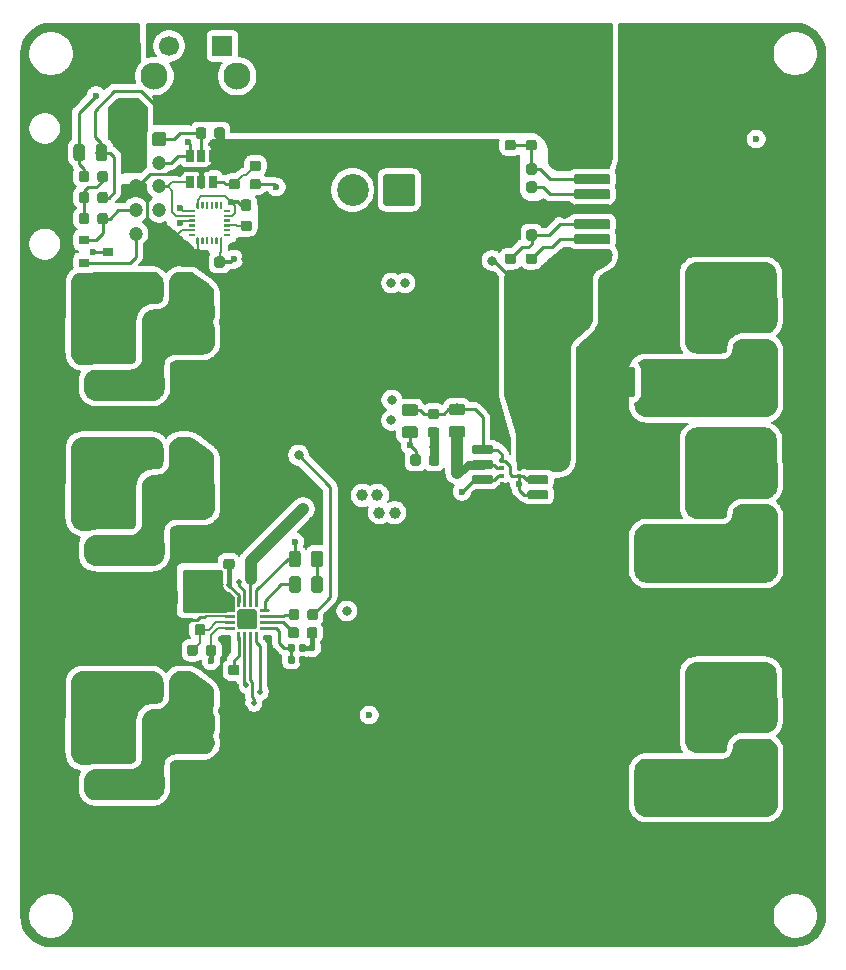
<source format=gbr>
G04 #@! TF.GenerationSoftware,KiCad,Pcbnew,(5.1.0-0)*
G04 #@! TF.CreationDate,2019-05-02T09:23:52-04:00*
G04 #@! TF.ProjectId,Power Board,506f7765-7220-4426-9f61-72642e6b6963,rev?*
G04 #@! TF.SameCoordinates,Original*
G04 #@! TF.FileFunction,Copper,L4,Bot*
G04 #@! TF.FilePolarity,Positive*
%FSLAX46Y46*%
G04 Gerber Fmt 4.6, Leading zero omitted, Abs format (unit mm)*
G04 Created by KiCad (PCBNEW (5.1.0-0)) date 2019-05-02 09:23:52*
%MOMM*%
%LPD*%
G04 APERTURE LIST*
%ADD10C,0.100000*%
%ADD11C,0.875000*%
%ADD12C,1.250000*%
%ADD13C,0.400000*%
%ADD14C,0.250000*%
%ADD15C,0.500000*%
%ADD16C,1.680000*%
%ADD17C,0.720000*%
%ADD18R,1.780000X0.720000*%
%ADD19C,0.350000*%
%ADD20R,0.420000X0.350000*%
%ADD21C,1.200000*%
%ADD22C,1.300000*%
%ADD23C,1.400000*%
%ADD24C,0.508000*%
%ADD25C,5.350000*%
%ADD26C,0.890000*%
%ADD27R,3.060000X0.890000*%
%ADD28C,2.300000*%
%ADD29C,1.700000*%
%ADD30R,1.700000X1.700000*%
%ADD31C,2.700000*%
%ADD32R,0.650000X1.060000*%
%ADD33C,0.200000*%
%ADD34C,0.975000*%
%ADD35C,0.590000*%
%ADD36R,0.900000X0.800000*%
%ADD37C,2.500000*%
%ADD38C,0.600000*%
%ADD39C,1.000000*%
%ADD40C,0.800000*%
%ADD41C,0.254000*%
%ADD42C,0.800000*%
%ADD43C,0.700000*%
%ADD44C,0.200000*%
%ADD45C,1.000000*%
%ADD46C,0.300000*%
%ADD47C,0.400000*%
%ADD48C,0.900000*%
%ADD49C,0.600000*%
%ADD50C,1.800000*%
%ADD51C,1.400000*%
%ADD52C,0.127000*%
G04 APERTURE END LIST*
D10*
G36*
X92702691Y-88526053D02*
G01*
X92723926Y-88529203D01*
X92744750Y-88534419D01*
X92764962Y-88541651D01*
X92784368Y-88550830D01*
X92802781Y-88561866D01*
X92820024Y-88574654D01*
X92835930Y-88589070D01*
X92850346Y-88604976D01*
X92863134Y-88622219D01*
X92874170Y-88640632D01*
X92883349Y-88660038D01*
X92890581Y-88680250D01*
X92895797Y-88701074D01*
X92898947Y-88722309D01*
X92900000Y-88743750D01*
X92900000Y-89256250D01*
X92898947Y-89277691D01*
X92895797Y-89298926D01*
X92890581Y-89319750D01*
X92883349Y-89339962D01*
X92874170Y-89359368D01*
X92863134Y-89377781D01*
X92850346Y-89395024D01*
X92835930Y-89410930D01*
X92820024Y-89425346D01*
X92802781Y-89438134D01*
X92784368Y-89449170D01*
X92764962Y-89458349D01*
X92744750Y-89465581D01*
X92723926Y-89470797D01*
X92702691Y-89473947D01*
X92681250Y-89475000D01*
X92243750Y-89475000D01*
X92222309Y-89473947D01*
X92201074Y-89470797D01*
X92180250Y-89465581D01*
X92160038Y-89458349D01*
X92140632Y-89449170D01*
X92122219Y-89438134D01*
X92104976Y-89425346D01*
X92089070Y-89410930D01*
X92074654Y-89395024D01*
X92061866Y-89377781D01*
X92050830Y-89359368D01*
X92041651Y-89339962D01*
X92034419Y-89319750D01*
X92029203Y-89298926D01*
X92026053Y-89277691D01*
X92025000Y-89256250D01*
X92025000Y-88743750D01*
X92026053Y-88722309D01*
X92029203Y-88701074D01*
X92034419Y-88680250D01*
X92041651Y-88660038D01*
X92050830Y-88640632D01*
X92061866Y-88622219D01*
X92074654Y-88604976D01*
X92089070Y-88589070D01*
X92104976Y-88574654D01*
X92122219Y-88561866D01*
X92140632Y-88550830D01*
X92160038Y-88541651D01*
X92180250Y-88534419D01*
X92201074Y-88529203D01*
X92222309Y-88526053D01*
X92243750Y-88525000D01*
X92681250Y-88525000D01*
X92702691Y-88526053D01*
X92702691Y-88526053D01*
G37*
D11*
X92462500Y-89000000D03*
D10*
G36*
X94277691Y-88526053D02*
G01*
X94298926Y-88529203D01*
X94319750Y-88534419D01*
X94339962Y-88541651D01*
X94359368Y-88550830D01*
X94377781Y-88561866D01*
X94395024Y-88574654D01*
X94410930Y-88589070D01*
X94425346Y-88604976D01*
X94438134Y-88622219D01*
X94449170Y-88640632D01*
X94458349Y-88660038D01*
X94465581Y-88680250D01*
X94470797Y-88701074D01*
X94473947Y-88722309D01*
X94475000Y-88743750D01*
X94475000Y-89256250D01*
X94473947Y-89277691D01*
X94470797Y-89298926D01*
X94465581Y-89319750D01*
X94458349Y-89339962D01*
X94449170Y-89359368D01*
X94438134Y-89377781D01*
X94425346Y-89395024D01*
X94410930Y-89410930D01*
X94395024Y-89425346D01*
X94377781Y-89438134D01*
X94359368Y-89449170D01*
X94339962Y-89458349D01*
X94319750Y-89465581D01*
X94298926Y-89470797D01*
X94277691Y-89473947D01*
X94256250Y-89475000D01*
X93818750Y-89475000D01*
X93797309Y-89473947D01*
X93776074Y-89470797D01*
X93755250Y-89465581D01*
X93735038Y-89458349D01*
X93715632Y-89449170D01*
X93697219Y-89438134D01*
X93679976Y-89425346D01*
X93664070Y-89410930D01*
X93649654Y-89395024D01*
X93636866Y-89377781D01*
X93625830Y-89359368D01*
X93616651Y-89339962D01*
X93609419Y-89319750D01*
X93604203Y-89298926D01*
X93601053Y-89277691D01*
X93600000Y-89256250D01*
X93600000Y-88743750D01*
X93601053Y-88722309D01*
X93604203Y-88701074D01*
X93609419Y-88680250D01*
X93616651Y-88660038D01*
X93625830Y-88640632D01*
X93636866Y-88622219D01*
X93649654Y-88604976D01*
X93664070Y-88589070D01*
X93679976Y-88574654D01*
X93697219Y-88561866D01*
X93715632Y-88550830D01*
X93735038Y-88541651D01*
X93755250Y-88534419D01*
X93776074Y-88529203D01*
X93797309Y-88526053D01*
X93818750Y-88525000D01*
X94256250Y-88525000D01*
X94277691Y-88526053D01*
X94277691Y-88526053D01*
G37*
D11*
X94037500Y-89000000D03*
D10*
G36*
X87518504Y-42560204D02*
G01*
X87542773Y-42563804D01*
X87566571Y-42569765D01*
X87589671Y-42578030D01*
X87611849Y-42588520D01*
X87632893Y-42601133D01*
X87652598Y-42615747D01*
X87670777Y-42632223D01*
X87687253Y-42650402D01*
X87701867Y-42670107D01*
X87714480Y-42691151D01*
X87724970Y-42713329D01*
X87733235Y-42736429D01*
X87739196Y-42760227D01*
X87742796Y-42784496D01*
X87744000Y-42809000D01*
X87744000Y-44059000D01*
X87742796Y-44083504D01*
X87739196Y-44107773D01*
X87733235Y-44131571D01*
X87724970Y-44154671D01*
X87714480Y-44176849D01*
X87701867Y-44197893D01*
X87687253Y-44217598D01*
X87670777Y-44235777D01*
X87652598Y-44252253D01*
X87632893Y-44266867D01*
X87611849Y-44279480D01*
X87589671Y-44289970D01*
X87566571Y-44298235D01*
X87542773Y-44304196D01*
X87518504Y-44307796D01*
X87494000Y-44309000D01*
X86744000Y-44309000D01*
X86719496Y-44307796D01*
X86695227Y-44304196D01*
X86671429Y-44298235D01*
X86648329Y-44289970D01*
X86626151Y-44279480D01*
X86605107Y-44266867D01*
X86585402Y-44252253D01*
X86567223Y-44235777D01*
X86550747Y-44217598D01*
X86536133Y-44197893D01*
X86523520Y-44176849D01*
X86513030Y-44154671D01*
X86504765Y-44131571D01*
X86498804Y-44107773D01*
X86495204Y-44083504D01*
X86494000Y-44059000D01*
X86494000Y-42809000D01*
X86495204Y-42784496D01*
X86498804Y-42760227D01*
X86504765Y-42736429D01*
X86513030Y-42713329D01*
X86523520Y-42691151D01*
X86536133Y-42670107D01*
X86550747Y-42650402D01*
X86567223Y-42632223D01*
X86585402Y-42615747D01*
X86605107Y-42601133D01*
X86626151Y-42588520D01*
X86648329Y-42578030D01*
X86671429Y-42569765D01*
X86695227Y-42563804D01*
X86719496Y-42560204D01*
X86744000Y-42559000D01*
X87494000Y-42559000D01*
X87518504Y-42560204D01*
X87518504Y-42560204D01*
G37*
D12*
X87119000Y-43434000D03*
D10*
G36*
X90318504Y-42560204D02*
G01*
X90342773Y-42563804D01*
X90366571Y-42569765D01*
X90389671Y-42578030D01*
X90411849Y-42588520D01*
X90432893Y-42601133D01*
X90452598Y-42615747D01*
X90470777Y-42632223D01*
X90487253Y-42650402D01*
X90501867Y-42670107D01*
X90514480Y-42691151D01*
X90524970Y-42713329D01*
X90533235Y-42736429D01*
X90539196Y-42760227D01*
X90542796Y-42784496D01*
X90544000Y-42809000D01*
X90544000Y-44059000D01*
X90542796Y-44083504D01*
X90539196Y-44107773D01*
X90533235Y-44131571D01*
X90524970Y-44154671D01*
X90514480Y-44176849D01*
X90501867Y-44197893D01*
X90487253Y-44217598D01*
X90470777Y-44235777D01*
X90452598Y-44252253D01*
X90432893Y-44266867D01*
X90411849Y-44279480D01*
X90389671Y-44289970D01*
X90366571Y-44298235D01*
X90342773Y-44304196D01*
X90318504Y-44307796D01*
X90294000Y-44309000D01*
X89544000Y-44309000D01*
X89519496Y-44307796D01*
X89495227Y-44304196D01*
X89471429Y-44298235D01*
X89448329Y-44289970D01*
X89426151Y-44279480D01*
X89405107Y-44266867D01*
X89385402Y-44252253D01*
X89367223Y-44235777D01*
X89350747Y-44217598D01*
X89336133Y-44197893D01*
X89323520Y-44176849D01*
X89313030Y-44154671D01*
X89304765Y-44131571D01*
X89298804Y-44107773D01*
X89295204Y-44083504D01*
X89294000Y-44059000D01*
X89294000Y-42809000D01*
X89295204Y-42784496D01*
X89298804Y-42760227D01*
X89304765Y-42736429D01*
X89313030Y-42713329D01*
X89323520Y-42691151D01*
X89336133Y-42670107D01*
X89350747Y-42650402D01*
X89367223Y-42632223D01*
X89385402Y-42615747D01*
X89405107Y-42601133D01*
X89426151Y-42588520D01*
X89448329Y-42578030D01*
X89471429Y-42569765D01*
X89495227Y-42563804D01*
X89519496Y-42560204D01*
X89544000Y-42559000D01*
X90294000Y-42559000D01*
X90318504Y-42560204D01*
X90318504Y-42560204D01*
G37*
D12*
X89919000Y-43434000D03*
D10*
G36*
X140149504Y-96976204D02*
G01*
X140173773Y-96979804D01*
X140197571Y-96985765D01*
X140220671Y-96994030D01*
X140242849Y-97004520D01*
X140263893Y-97017133D01*
X140283598Y-97031747D01*
X140301777Y-97048223D01*
X140318253Y-97066402D01*
X140332867Y-97086107D01*
X140345480Y-97107151D01*
X140355970Y-97129329D01*
X140364235Y-97152429D01*
X140370196Y-97176227D01*
X140373796Y-97200496D01*
X140375000Y-97225000D01*
X140375000Y-97975000D01*
X140373796Y-97999504D01*
X140370196Y-98023773D01*
X140364235Y-98047571D01*
X140355970Y-98070671D01*
X140345480Y-98092849D01*
X140332867Y-98113893D01*
X140318253Y-98133598D01*
X140301777Y-98151777D01*
X140283598Y-98168253D01*
X140263893Y-98182867D01*
X140242849Y-98195480D01*
X140220671Y-98205970D01*
X140197571Y-98214235D01*
X140173773Y-98220196D01*
X140149504Y-98223796D01*
X140125000Y-98225000D01*
X138875000Y-98225000D01*
X138850496Y-98223796D01*
X138826227Y-98220196D01*
X138802429Y-98214235D01*
X138779329Y-98205970D01*
X138757151Y-98195480D01*
X138736107Y-98182867D01*
X138716402Y-98168253D01*
X138698223Y-98151777D01*
X138681747Y-98133598D01*
X138667133Y-98113893D01*
X138654520Y-98092849D01*
X138644030Y-98070671D01*
X138635765Y-98047571D01*
X138629804Y-98023773D01*
X138626204Y-97999504D01*
X138625000Y-97975000D01*
X138625000Y-97225000D01*
X138626204Y-97200496D01*
X138629804Y-97176227D01*
X138635765Y-97152429D01*
X138644030Y-97129329D01*
X138654520Y-97107151D01*
X138667133Y-97086107D01*
X138681747Y-97066402D01*
X138698223Y-97048223D01*
X138716402Y-97031747D01*
X138736107Y-97017133D01*
X138757151Y-97004520D01*
X138779329Y-96994030D01*
X138802429Y-96985765D01*
X138826227Y-96979804D01*
X138850496Y-96976204D01*
X138875000Y-96975000D01*
X140125000Y-96975000D01*
X140149504Y-96976204D01*
X140149504Y-96976204D01*
G37*
D12*
X139500000Y-97600000D03*
D10*
G36*
X140149504Y-94176204D02*
G01*
X140173773Y-94179804D01*
X140197571Y-94185765D01*
X140220671Y-94194030D01*
X140242849Y-94204520D01*
X140263893Y-94217133D01*
X140283598Y-94231747D01*
X140301777Y-94248223D01*
X140318253Y-94266402D01*
X140332867Y-94286107D01*
X140345480Y-94307151D01*
X140355970Y-94329329D01*
X140364235Y-94352429D01*
X140370196Y-94376227D01*
X140373796Y-94400496D01*
X140375000Y-94425000D01*
X140375000Y-95175000D01*
X140373796Y-95199504D01*
X140370196Y-95223773D01*
X140364235Y-95247571D01*
X140355970Y-95270671D01*
X140345480Y-95292849D01*
X140332867Y-95313893D01*
X140318253Y-95333598D01*
X140301777Y-95351777D01*
X140283598Y-95368253D01*
X140263893Y-95382867D01*
X140242849Y-95395480D01*
X140220671Y-95405970D01*
X140197571Y-95414235D01*
X140173773Y-95420196D01*
X140149504Y-95423796D01*
X140125000Y-95425000D01*
X138875000Y-95425000D01*
X138850496Y-95423796D01*
X138826227Y-95420196D01*
X138802429Y-95414235D01*
X138779329Y-95405970D01*
X138757151Y-95395480D01*
X138736107Y-95382867D01*
X138716402Y-95368253D01*
X138698223Y-95351777D01*
X138681747Y-95333598D01*
X138667133Y-95313893D01*
X138654520Y-95292849D01*
X138644030Y-95270671D01*
X138635765Y-95247571D01*
X138629804Y-95223773D01*
X138626204Y-95199504D01*
X138625000Y-95175000D01*
X138625000Y-94425000D01*
X138626204Y-94400496D01*
X138629804Y-94376227D01*
X138635765Y-94352429D01*
X138644030Y-94329329D01*
X138654520Y-94307151D01*
X138667133Y-94286107D01*
X138681747Y-94266402D01*
X138698223Y-94248223D01*
X138716402Y-94231747D01*
X138736107Y-94217133D01*
X138757151Y-94204520D01*
X138779329Y-94194030D01*
X138802429Y-94185765D01*
X138826227Y-94179804D01*
X138850496Y-94176204D01*
X138875000Y-94175000D01*
X140125000Y-94175000D01*
X140149504Y-94176204D01*
X140149504Y-94176204D01*
G37*
D12*
X139500000Y-94800000D03*
D10*
G36*
X140149504Y-77026204D02*
G01*
X140173773Y-77029804D01*
X140197571Y-77035765D01*
X140220671Y-77044030D01*
X140242849Y-77054520D01*
X140263893Y-77067133D01*
X140283598Y-77081747D01*
X140301777Y-77098223D01*
X140318253Y-77116402D01*
X140332867Y-77136107D01*
X140345480Y-77157151D01*
X140355970Y-77179329D01*
X140364235Y-77202429D01*
X140370196Y-77226227D01*
X140373796Y-77250496D01*
X140375000Y-77275000D01*
X140375000Y-78025000D01*
X140373796Y-78049504D01*
X140370196Y-78073773D01*
X140364235Y-78097571D01*
X140355970Y-78120671D01*
X140345480Y-78142849D01*
X140332867Y-78163893D01*
X140318253Y-78183598D01*
X140301777Y-78201777D01*
X140283598Y-78218253D01*
X140263893Y-78232867D01*
X140242849Y-78245480D01*
X140220671Y-78255970D01*
X140197571Y-78264235D01*
X140173773Y-78270196D01*
X140149504Y-78273796D01*
X140125000Y-78275000D01*
X138875000Y-78275000D01*
X138850496Y-78273796D01*
X138826227Y-78270196D01*
X138802429Y-78264235D01*
X138779329Y-78255970D01*
X138757151Y-78245480D01*
X138736107Y-78232867D01*
X138716402Y-78218253D01*
X138698223Y-78201777D01*
X138681747Y-78183598D01*
X138667133Y-78163893D01*
X138654520Y-78142849D01*
X138644030Y-78120671D01*
X138635765Y-78097571D01*
X138629804Y-78073773D01*
X138626204Y-78049504D01*
X138625000Y-78025000D01*
X138625000Y-77275000D01*
X138626204Y-77250496D01*
X138629804Y-77226227D01*
X138635765Y-77202429D01*
X138644030Y-77179329D01*
X138654520Y-77157151D01*
X138667133Y-77136107D01*
X138681747Y-77116402D01*
X138698223Y-77098223D01*
X138716402Y-77081747D01*
X138736107Y-77067133D01*
X138757151Y-77054520D01*
X138779329Y-77044030D01*
X138802429Y-77035765D01*
X138826227Y-77029804D01*
X138850496Y-77026204D01*
X138875000Y-77025000D01*
X140125000Y-77025000D01*
X140149504Y-77026204D01*
X140149504Y-77026204D01*
G37*
D12*
X139500000Y-77650000D03*
D10*
G36*
X140149504Y-74226204D02*
G01*
X140173773Y-74229804D01*
X140197571Y-74235765D01*
X140220671Y-74244030D01*
X140242849Y-74254520D01*
X140263893Y-74267133D01*
X140283598Y-74281747D01*
X140301777Y-74298223D01*
X140318253Y-74316402D01*
X140332867Y-74336107D01*
X140345480Y-74357151D01*
X140355970Y-74379329D01*
X140364235Y-74402429D01*
X140370196Y-74426227D01*
X140373796Y-74450496D01*
X140375000Y-74475000D01*
X140375000Y-75225000D01*
X140373796Y-75249504D01*
X140370196Y-75273773D01*
X140364235Y-75297571D01*
X140355970Y-75320671D01*
X140345480Y-75342849D01*
X140332867Y-75363893D01*
X140318253Y-75383598D01*
X140301777Y-75401777D01*
X140283598Y-75418253D01*
X140263893Y-75432867D01*
X140242849Y-75445480D01*
X140220671Y-75455970D01*
X140197571Y-75464235D01*
X140173773Y-75470196D01*
X140149504Y-75473796D01*
X140125000Y-75475000D01*
X138875000Y-75475000D01*
X138850496Y-75473796D01*
X138826227Y-75470196D01*
X138802429Y-75464235D01*
X138779329Y-75455970D01*
X138757151Y-75445480D01*
X138736107Y-75432867D01*
X138716402Y-75418253D01*
X138698223Y-75401777D01*
X138681747Y-75383598D01*
X138667133Y-75363893D01*
X138654520Y-75342849D01*
X138644030Y-75320671D01*
X138635765Y-75297571D01*
X138629804Y-75273773D01*
X138626204Y-75249504D01*
X138625000Y-75225000D01*
X138625000Y-74475000D01*
X138626204Y-74450496D01*
X138629804Y-74426227D01*
X138635765Y-74402429D01*
X138644030Y-74379329D01*
X138654520Y-74357151D01*
X138667133Y-74336107D01*
X138681747Y-74316402D01*
X138698223Y-74298223D01*
X138716402Y-74281747D01*
X138736107Y-74267133D01*
X138757151Y-74254520D01*
X138779329Y-74244030D01*
X138802429Y-74235765D01*
X138826227Y-74229804D01*
X138850496Y-74226204D01*
X138875000Y-74225000D01*
X140125000Y-74225000D01*
X140149504Y-74226204D01*
X140149504Y-74226204D01*
G37*
D12*
X139500000Y-74850000D03*
D10*
G36*
X140149504Y-63026204D02*
G01*
X140173773Y-63029804D01*
X140197571Y-63035765D01*
X140220671Y-63044030D01*
X140242849Y-63054520D01*
X140263893Y-63067133D01*
X140283598Y-63081747D01*
X140301777Y-63098223D01*
X140318253Y-63116402D01*
X140332867Y-63136107D01*
X140345480Y-63157151D01*
X140355970Y-63179329D01*
X140364235Y-63202429D01*
X140370196Y-63226227D01*
X140373796Y-63250496D01*
X140375000Y-63275000D01*
X140375000Y-64025000D01*
X140373796Y-64049504D01*
X140370196Y-64073773D01*
X140364235Y-64097571D01*
X140355970Y-64120671D01*
X140345480Y-64142849D01*
X140332867Y-64163893D01*
X140318253Y-64183598D01*
X140301777Y-64201777D01*
X140283598Y-64218253D01*
X140263893Y-64232867D01*
X140242849Y-64245480D01*
X140220671Y-64255970D01*
X140197571Y-64264235D01*
X140173773Y-64270196D01*
X140149504Y-64273796D01*
X140125000Y-64275000D01*
X138875000Y-64275000D01*
X138850496Y-64273796D01*
X138826227Y-64270196D01*
X138802429Y-64264235D01*
X138779329Y-64255970D01*
X138757151Y-64245480D01*
X138736107Y-64232867D01*
X138716402Y-64218253D01*
X138698223Y-64201777D01*
X138681747Y-64183598D01*
X138667133Y-64163893D01*
X138654520Y-64142849D01*
X138644030Y-64120671D01*
X138635765Y-64097571D01*
X138629804Y-64073773D01*
X138626204Y-64049504D01*
X138625000Y-64025000D01*
X138625000Y-63275000D01*
X138626204Y-63250496D01*
X138629804Y-63226227D01*
X138635765Y-63202429D01*
X138644030Y-63179329D01*
X138654520Y-63157151D01*
X138667133Y-63136107D01*
X138681747Y-63116402D01*
X138698223Y-63098223D01*
X138716402Y-63081747D01*
X138736107Y-63067133D01*
X138757151Y-63054520D01*
X138779329Y-63044030D01*
X138802429Y-63035765D01*
X138826227Y-63029804D01*
X138850496Y-63026204D01*
X138875000Y-63025000D01*
X140125000Y-63025000D01*
X140149504Y-63026204D01*
X140149504Y-63026204D01*
G37*
D12*
X139500000Y-63650000D03*
D10*
G36*
X140149504Y-60226204D02*
G01*
X140173773Y-60229804D01*
X140197571Y-60235765D01*
X140220671Y-60244030D01*
X140242849Y-60254520D01*
X140263893Y-60267133D01*
X140283598Y-60281747D01*
X140301777Y-60298223D01*
X140318253Y-60316402D01*
X140332867Y-60336107D01*
X140345480Y-60357151D01*
X140355970Y-60379329D01*
X140364235Y-60402429D01*
X140370196Y-60426227D01*
X140373796Y-60450496D01*
X140375000Y-60475000D01*
X140375000Y-61225000D01*
X140373796Y-61249504D01*
X140370196Y-61273773D01*
X140364235Y-61297571D01*
X140355970Y-61320671D01*
X140345480Y-61342849D01*
X140332867Y-61363893D01*
X140318253Y-61383598D01*
X140301777Y-61401777D01*
X140283598Y-61418253D01*
X140263893Y-61432867D01*
X140242849Y-61445480D01*
X140220671Y-61455970D01*
X140197571Y-61464235D01*
X140173773Y-61470196D01*
X140149504Y-61473796D01*
X140125000Y-61475000D01*
X138875000Y-61475000D01*
X138850496Y-61473796D01*
X138826227Y-61470196D01*
X138802429Y-61464235D01*
X138779329Y-61455970D01*
X138757151Y-61445480D01*
X138736107Y-61432867D01*
X138716402Y-61418253D01*
X138698223Y-61401777D01*
X138681747Y-61383598D01*
X138667133Y-61363893D01*
X138654520Y-61342849D01*
X138644030Y-61320671D01*
X138635765Y-61297571D01*
X138629804Y-61273773D01*
X138626204Y-61249504D01*
X138625000Y-61225000D01*
X138625000Y-60475000D01*
X138626204Y-60450496D01*
X138629804Y-60426227D01*
X138635765Y-60402429D01*
X138644030Y-60379329D01*
X138654520Y-60357151D01*
X138667133Y-60336107D01*
X138681747Y-60316402D01*
X138698223Y-60298223D01*
X138716402Y-60281747D01*
X138736107Y-60267133D01*
X138757151Y-60254520D01*
X138779329Y-60244030D01*
X138802429Y-60235765D01*
X138826227Y-60229804D01*
X138850496Y-60226204D01*
X138875000Y-60225000D01*
X140125000Y-60225000D01*
X140149504Y-60226204D01*
X140149504Y-60226204D01*
G37*
D12*
X139500000Y-60850000D03*
D10*
G36*
X85049504Y-99676204D02*
G01*
X85073773Y-99679804D01*
X85097571Y-99685765D01*
X85120671Y-99694030D01*
X85142849Y-99704520D01*
X85163893Y-99717133D01*
X85183598Y-99731747D01*
X85201777Y-99748223D01*
X85218253Y-99766402D01*
X85232867Y-99786107D01*
X85245480Y-99807151D01*
X85255970Y-99829329D01*
X85264235Y-99852429D01*
X85270196Y-99876227D01*
X85273796Y-99900496D01*
X85275000Y-99925000D01*
X85275000Y-100675000D01*
X85273796Y-100699504D01*
X85270196Y-100723773D01*
X85264235Y-100747571D01*
X85255970Y-100770671D01*
X85245480Y-100792849D01*
X85232867Y-100813893D01*
X85218253Y-100833598D01*
X85201777Y-100851777D01*
X85183598Y-100868253D01*
X85163893Y-100882867D01*
X85142849Y-100895480D01*
X85120671Y-100905970D01*
X85097571Y-100914235D01*
X85073773Y-100920196D01*
X85049504Y-100923796D01*
X85025000Y-100925000D01*
X83775000Y-100925000D01*
X83750496Y-100923796D01*
X83726227Y-100920196D01*
X83702429Y-100914235D01*
X83679329Y-100905970D01*
X83657151Y-100895480D01*
X83636107Y-100882867D01*
X83616402Y-100868253D01*
X83598223Y-100851777D01*
X83581747Y-100833598D01*
X83567133Y-100813893D01*
X83554520Y-100792849D01*
X83544030Y-100770671D01*
X83535765Y-100747571D01*
X83529804Y-100723773D01*
X83526204Y-100699504D01*
X83525000Y-100675000D01*
X83525000Y-99925000D01*
X83526204Y-99900496D01*
X83529804Y-99876227D01*
X83535765Y-99852429D01*
X83544030Y-99829329D01*
X83554520Y-99807151D01*
X83567133Y-99786107D01*
X83581747Y-99766402D01*
X83598223Y-99748223D01*
X83616402Y-99731747D01*
X83636107Y-99717133D01*
X83657151Y-99704520D01*
X83679329Y-99694030D01*
X83702429Y-99685765D01*
X83726227Y-99679804D01*
X83750496Y-99676204D01*
X83775000Y-99675000D01*
X85025000Y-99675000D01*
X85049504Y-99676204D01*
X85049504Y-99676204D01*
G37*
D12*
X84400000Y-100300000D03*
D10*
G36*
X85049504Y-96876204D02*
G01*
X85073773Y-96879804D01*
X85097571Y-96885765D01*
X85120671Y-96894030D01*
X85142849Y-96904520D01*
X85163893Y-96917133D01*
X85183598Y-96931747D01*
X85201777Y-96948223D01*
X85218253Y-96966402D01*
X85232867Y-96986107D01*
X85245480Y-97007151D01*
X85255970Y-97029329D01*
X85264235Y-97052429D01*
X85270196Y-97076227D01*
X85273796Y-97100496D01*
X85275000Y-97125000D01*
X85275000Y-97875000D01*
X85273796Y-97899504D01*
X85270196Y-97923773D01*
X85264235Y-97947571D01*
X85255970Y-97970671D01*
X85245480Y-97992849D01*
X85232867Y-98013893D01*
X85218253Y-98033598D01*
X85201777Y-98051777D01*
X85183598Y-98068253D01*
X85163893Y-98082867D01*
X85142849Y-98095480D01*
X85120671Y-98105970D01*
X85097571Y-98114235D01*
X85073773Y-98120196D01*
X85049504Y-98123796D01*
X85025000Y-98125000D01*
X83775000Y-98125000D01*
X83750496Y-98123796D01*
X83726227Y-98120196D01*
X83702429Y-98114235D01*
X83679329Y-98105970D01*
X83657151Y-98095480D01*
X83636107Y-98082867D01*
X83616402Y-98068253D01*
X83598223Y-98051777D01*
X83581747Y-98033598D01*
X83567133Y-98013893D01*
X83554520Y-97992849D01*
X83544030Y-97970671D01*
X83535765Y-97947571D01*
X83529804Y-97923773D01*
X83526204Y-97899504D01*
X83525000Y-97875000D01*
X83525000Y-97125000D01*
X83526204Y-97100496D01*
X83529804Y-97076227D01*
X83535765Y-97052429D01*
X83544030Y-97029329D01*
X83554520Y-97007151D01*
X83567133Y-96986107D01*
X83581747Y-96966402D01*
X83598223Y-96948223D01*
X83616402Y-96931747D01*
X83636107Y-96917133D01*
X83657151Y-96904520D01*
X83679329Y-96894030D01*
X83702429Y-96885765D01*
X83726227Y-96879804D01*
X83750496Y-96876204D01*
X83775000Y-96875000D01*
X85025000Y-96875000D01*
X85049504Y-96876204D01*
X85049504Y-96876204D01*
G37*
D12*
X84400000Y-97500000D03*
D10*
G36*
X85049504Y-79776204D02*
G01*
X85073773Y-79779804D01*
X85097571Y-79785765D01*
X85120671Y-79794030D01*
X85142849Y-79804520D01*
X85163893Y-79817133D01*
X85183598Y-79831747D01*
X85201777Y-79848223D01*
X85218253Y-79866402D01*
X85232867Y-79886107D01*
X85245480Y-79907151D01*
X85255970Y-79929329D01*
X85264235Y-79952429D01*
X85270196Y-79976227D01*
X85273796Y-80000496D01*
X85275000Y-80025000D01*
X85275000Y-80775000D01*
X85273796Y-80799504D01*
X85270196Y-80823773D01*
X85264235Y-80847571D01*
X85255970Y-80870671D01*
X85245480Y-80892849D01*
X85232867Y-80913893D01*
X85218253Y-80933598D01*
X85201777Y-80951777D01*
X85183598Y-80968253D01*
X85163893Y-80982867D01*
X85142849Y-80995480D01*
X85120671Y-81005970D01*
X85097571Y-81014235D01*
X85073773Y-81020196D01*
X85049504Y-81023796D01*
X85025000Y-81025000D01*
X83775000Y-81025000D01*
X83750496Y-81023796D01*
X83726227Y-81020196D01*
X83702429Y-81014235D01*
X83679329Y-81005970D01*
X83657151Y-80995480D01*
X83636107Y-80982867D01*
X83616402Y-80968253D01*
X83598223Y-80951777D01*
X83581747Y-80933598D01*
X83567133Y-80913893D01*
X83554520Y-80892849D01*
X83544030Y-80870671D01*
X83535765Y-80847571D01*
X83529804Y-80823773D01*
X83526204Y-80799504D01*
X83525000Y-80775000D01*
X83525000Y-80025000D01*
X83526204Y-80000496D01*
X83529804Y-79976227D01*
X83535765Y-79952429D01*
X83544030Y-79929329D01*
X83554520Y-79907151D01*
X83567133Y-79886107D01*
X83581747Y-79866402D01*
X83598223Y-79848223D01*
X83616402Y-79831747D01*
X83636107Y-79817133D01*
X83657151Y-79804520D01*
X83679329Y-79794030D01*
X83702429Y-79785765D01*
X83726227Y-79779804D01*
X83750496Y-79776204D01*
X83775000Y-79775000D01*
X85025000Y-79775000D01*
X85049504Y-79776204D01*
X85049504Y-79776204D01*
G37*
D12*
X84400000Y-80400000D03*
D10*
G36*
X85049504Y-76976204D02*
G01*
X85073773Y-76979804D01*
X85097571Y-76985765D01*
X85120671Y-76994030D01*
X85142849Y-77004520D01*
X85163893Y-77017133D01*
X85183598Y-77031747D01*
X85201777Y-77048223D01*
X85218253Y-77066402D01*
X85232867Y-77086107D01*
X85245480Y-77107151D01*
X85255970Y-77129329D01*
X85264235Y-77152429D01*
X85270196Y-77176227D01*
X85273796Y-77200496D01*
X85275000Y-77225000D01*
X85275000Y-77975000D01*
X85273796Y-77999504D01*
X85270196Y-78023773D01*
X85264235Y-78047571D01*
X85255970Y-78070671D01*
X85245480Y-78092849D01*
X85232867Y-78113893D01*
X85218253Y-78133598D01*
X85201777Y-78151777D01*
X85183598Y-78168253D01*
X85163893Y-78182867D01*
X85142849Y-78195480D01*
X85120671Y-78205970D01*
X85097571Y-78214235D01*
X85073773Y-78220196D01*
X85049504Y-78223796D01*
X85025000Y-78225000D01*
X83775000Y-78225000D01*
X83750496Y-78223796D01*
X83726227Y-78220196D01*
X83702429Y-78214235D01*
X83679329Y-78205970D01*
X83657151Y-78195480D01*
X83636107Y-78182867D01*
X83616402Y-78168253D01*
X83598223Y-78151777D01*
X83581747Y-78133598D01*
X83567133Y-78113893D01*
X83554520Y-78092849D01*
X83544030Y-78070671D01*
X83535765Y-78047571D01*
X83529804Y-78023773D01*
X83526204Y-77999504D01*
X83525000Y-77975000D01*
X83525000Y-77225000D01*
X83526204Y-77200496D01*
X83529804Y-77176227D01*
X83535765Y-77152429D01*
X83544030Y-77129329D01*
X83554520Y-77107151D01*
X83567133Y-77086107D01*
X83581747Y-77066402D01*
X83598223Y-77048223D01*
X83616402Y-77031747D01*
X83636107Y-77017133D01*
X83657151Y-77004520D01*
X83679329Y-76994030D01*
X83702429Y-76985765D01*
X83726227Y-76979804D01*
X83750496Y-76976204D01*
X83775000Y-76975000D01*
X85025000Y-76975000D01*
X85049504Y-76976204D01*
X85049504Y-76976204D01*
G37*
D12*
X84400000Y-77600000D03*
D10*
G36*
X84949504Y-65776204D02*
G01*
X84973773Y-65779804D01*
X84997571Y-65785765D01*
X85020671Y-65794030D01*
X85042849Y-65804520D01*
X85063893Y-65817133D01*
X85083598Y-65831747D01*
X85101777Y-65848223D01*
X85118253Y-65866402D01*
X85132867Y-65886107D01*
X85145480Y-65907151D01*
X85155970Y-65929329D01*
X85164235Y-65952429D01*
X85170196Y-65976227D01*
X85173796Y-66000496D01*
X85175000Y-66025000D01*
X85175000Y-66775000D01*
X85173796Y-66799504D01*
X85170196Y-66823773D01*
X85164235Y-66847571D01*
X85155970Y-66870671D01*
X85145480Y-66892849D01*
X85132867Y-66913893D01*
X85118253Y-66933598D01*
X85101777Y-66951777D01*
X85083598Y-66968253D01*
X85063893Y-66982867D01*
X85042849Y-66995480D01*
X85020671Y-67005970D01*
X84997571Y-67014235D01*
X84973773Y-67020196D01*
X84949504Y-67023796D01*
X84925000Y-67025000D01*
X83675000Y-67025000D01*
X83650496Y-67023796D01*
X83626227Y-67020196D01*
X83602429Y-67014235D01*
X83579329Y-67005970D01*
X83557151Y-66995480D01*
X83536107Y-66982867D01*
X83516402Y-66968253D01*
X83498223Y-66951777D01*
X83481747Y-66933598D01*
X83467133Y-66913893D01*
X83454520Y-66892849D01*
X83444030Y-66870671D01*
X83435765Y-66847571D01*
X83429804Y-66823773D01*
X83426204Y-66799504D01*
X83425000Y-66775000D01*
X83425000Y-66025000D01*
X83426204Y-66000496D01*
X83429804Y-65976227D01*
X83435765Y-65952429D01*
X83444030Y-65929329D01*
X83454520Y-65907151D01*
X83467133Y-65886107D01*
X83481747Y-65866402D01*
X83498223Y-65848223D01*
X83516402Y-65831747D01*
X83536107Y-65817133D01*
X83557151Y-65804520D01*
X83579329Y-65794030D01*
X83602429Y-65785765D01*
X83626227Y-65779804D01*
X83650496Y-65776204D01*
X83675000Y-65775000D01*
X84925000Y-65775000D01*
X84949504Y-65776204D01*
X84949504Y-65776204D01*
G37*
D12*
X84300000Y-66400000D03*
D10*
G36*
X84949504Y-62976204D02*
G01*
X84973773Y-62979804D01*
X84997571Y-62985765D01*
X85020671Y-62994030D01*
X85042849Y-63004520D01*
X85063893Y-63017133D01*
X85083598Y-63031747D01*
X85101777Y-63048223D01*
X85118253Y-63066402D01*
X85132867Y-63086107D01*
X85145480Y-63107151D01*
X85155970Y-63129329D01*
X85164235Y-63152429D01*
X85170196Y-63176227D01*
X85173796Y-63200496D01*
X85175000Y-63225000D01*
X85175000Y-63975000D01*
X85173796Y-63999504D01*
X85170196Y-64023773D01*
X85164235Y-64047571D01*
X85155970Y-64070671D01*
X85145480Y-64092849D01*
X85132867Y-64113893D01*
X85118253Y-64133598D01*
X85101777Y-64151777D01*
X85083598Y-64168253D01*
X85063893Y-64182867D01*
X85042849Y-64195480D01*
X85020671Y-64205970D01*
X84997571Y-64214235D01*
X84973773Y-64220196D01*
X84949504Y-64223796D01*
X84925000Y-64225000D01*
X83675000Y-64225000D01*
X83650496Y-64223796D01*
X83626227Y-64220196D01*
X83602429Y-64214235D01*
X83579329Y-64205970D01*
X83557151Y-64195480D01*
X83536107Y-64182867D01*
X83516402Y-64168253D01*
X83498223Y-64151777D01*
X83481747Y-64133598D01*
X83467133Y-64113893D01*
X83454520Y-64092849D01*
X83444030Y-64070671D01*
X83435765Y-64047571D01*
X83429804Y-64023773D01*
X83426204Y-63999504D01*
X83425000Y-63975000D01*
X83425000Y-63225000D01*
X83426204Y-63200496D01*
X83429804Y-63176227D01*
X83435765Y-63152429D01*
X83444030Y-63129329D01*
X83454520Y-63107151D01*
X83467133Y-63086107D01*
X83481747Y-63066402D01*
X83498223Y-63048223D01*
X83516402Y-63031747D01*
X83536107Y-63017133D01*
X83557151Y-63004520D01*
X83579329Y-62994030D01*
X83602429Y-62985765D01*
X83626227Y-62979804D01*
X83650496Y-62976204D01*
X83675000Y-62975000D01*
X84925000Y-62975000D01*
X84949504Y-62976204D01*
X84949504Y-62976204D01*
G37*
D12*
X84300000Y-63600000D03*
D13*
X105532000Y-81534000D03*
X106737000Y-82862000D03*
X106737000Y-81534000D03*
X106737000Y-80206000D03*
X108147000Y-80206000D03*
X108147000Y-82862000D03*
X109352000Y-81534000D03*
X108147000Y-81534000D03*
D10*
G36*
X98937626Y-87012301D02*
G01*
X98943693Y-87013201D01*
X98949643Y-87014691D01*
X98955418Y-87016758D01*
X98960962Y-87019380D01*
X98966223Y-87022533D01*
X98971150Y-87026187D01*
X98975694Y-87030306D01*
X98979813Y-87034850D01*
X98983467Y-87039777D01*
X98986620Y-87045038D01*
X98989242Y-87050582D01*
X98991309Y-87056357D01*
X98992799Y-87062307D01*
X98993699Y-87068374D01*
X98994000Y-87074500D01*
X98994000Y-87199500D01*
X98993699Y-87205626D01*
X98992799Y-87211693D01*
X98991309Y-87217643D01*
X98989242Y-87223418D01*
X98986620Y-87228962D01*
X98983467Y-87234223D01*
X98979813Y-87239150D01*
X98975694Y-87243694D01*
X98971150Y-87247813D01*
X98966223Y-87251467D01*
X98960962Y-87254620D01*
X98955418Y-87257242D01*
X98949643Y-87259309D01*
X98943693Y-87260799D01*
X98937626Y-87261699D01*
X98931500Y-87262000D01*
X98231500Y-87262000D01*
X98225374Y-87261699D01*
X98219307Y-87260799D01*
X98213357Y-87259309D01*
X98207582Y-87257242D01*
X98202038Y-87254620D01*
X98196777Y-87251467D01*
X98191850Y-87247813D01*
X98187306Y-87243694D01*
X98183187Y-87239150D01*
X98179533Y-87234223D01*
X98176380Y-87228962D01*
X98173758Y-87223418D01*
X98171691Y-87217643D01*
X98170201Y-87211693D01*
X98169301Y-87205626D01*
X98169000Y-87199500D01*
X98169000Y-87074500D01*
X98169301Y-87068374D01*
X98170201Y-87062307D01*
X98171691Y-87056357D01*
X98173758Y-87050582D01*
X98176380Y-87045038D01*
X98179533Y-87039777D01*
X98183187Y-87034850D01*
X98187306Y-87030306D01*
X98191850Y-87026187D01*
X98196777Y-87022533D01*
X98202038Y-87019380D01*
X98207582Y-87016758D01*
X98213357Y-87014691D01*
X98219307Y-87013201D01*
X98225374Y-87012301D01*
X98231500Y-87012000D01*
X98931500Y-87012000D01*
X98937626Y-87012301D01*
X98937626Y-87012301D01*
G37*
D14*
X98581500Y-87137000D03*
D10*
G36*
X98937626Y-86512301D02*
G01*
X98943693Y-86513201D01*
X98949643Y-86514691D01*
X98955418Y-86516758D01*
X98960962Y-86519380D01*
X98966223Y-86522533D01*
X98971150Y-86526187D01*
X98975694Y-86530306D01*
X98979813Y-86534850D01*
X98983467Y-86539777D01*
X98986620Y-86545038D01*
X98989242Y-86550582D01*
X98991309Y-86556357D01*
X98992799Y-86562307D01*
X98993699Y-86568374D01*
X98994000Y-86574500D01*
X98994000Y-86699500D01*
X98993699Y-86705626D01*
X98992799Y-86711693D01*
X98991309Y-86717643D01*
X98989242Y-86723418D01*
X98986620Y-86728962D01*
X98983467Y-86734223D01*
X98979813Y-86739150D01*
X98975694Y-86743694D01*
X98971150Y-86747813D01*
X98966223Y-86751467D01*
X98960962Y-86754620D01*
X98955418Y-86757242D01*
X98949643Y-86759309D01*
X98943693Y-86760799D01*
X98937626Y-86761699D01*
X98931500Y-86762000D01*
X98231500Y-86762000D01*
X98225374Y-86761699D01*
X98219307Y-86760799D01*
X98213357Y-86759309D01*
X98207582Y-86757242D01*
X98202038Y-86754620D01*
X98196777Y-86751467D01*
X98191850Y-86747813D01*
X98187306Y-86743694D01*
X98183187Y-86739150D01*
X98179533Y-86734223D01*
X98176380Y-86728962D01*
X98173758Y-86723418D01*
X98171691Y-86717643D01*
X98170201Y-86711693D01*
X98169301Y-86705626D01*
X98169000Y-86699500D01*
X98169000Y-86574500D01*
X98169301Y-86568374D01*
X98170201Y-86562307D01*
X98171691Y-86556357D01*
X98173758Y-86550582D01*
X98176380Y-86545038D01*
X98179533Y-86539777D01*
X98183187Y-86534850D01*
X98187306Y-86530306D01*
X98191850Y-86526187D01*
X98196777Y-86522533D01*
X98202038Y-86519380D01*
X98207582Y-86516758D01*
X98213357Y-86514691D01*
X98219307Y-86513201D01*
X98225374Y-86512301D01*
X98231500Y-86512000D01*
X98931500Y-86512000D01*
X98937626Y-86512301D01*
X98937626Y-86512301D01*
G37*
D14*
X98581500Y-86637000D03*
D10*
G36*
X98937626Y-86012301D02*
G01*
X98943693Y-86013201D01*
X98949643Y-86014691D01*
X98955418Y-86016758D01*
X98960962Y-86019380D01*
X98966223Y-86022533D01*
X98971150Y-86026187D01*
X98975694Y-86030306D01*
X98979813Y-86034850D01*
X98983467Y-86039777D01*
X98986620Y-86045038D01*
X98989242Y-86050582D01*
X98991309Y-86056357D01*
X98992799Y-86062307D01*
X98993699Y-86068374D01*
X98994000Y-86074500D01*
X98994000Y-86199500D01*
X98993699Y-86205626D01*
X98992799Y-86211693D01*
X98991309Y-86217643D01*
X98989242Y-86223418D01*
X98986620Y-86228962D01*
X98983467Y-86234223D01*
X98979813Y-86239150D01*
X98975694Y-86243694D01*
X98971150Y-86247813D01*
X98966223Y-86251467D01*
X98960962Y-86254620D01*
X98955418Y-86257242D01*
X98949643Y-86259309D01*
X98943693Y-86260799D01*
X98937626Y-86261699D01*
X98931500Y-86262000D01*
X98231500Y-86262000D01*
X98225374Y-86261699D01*
X98219307Y-86260799D01*
X98213357Y-86259309D01*
X98207582Y-86257242D01*
X98202038Y-86254620D01*
X98196777Y-86251467D01*
X98191850Y-86247813D01*
X98187306Y-86243694D01*
X98183187Y-86239150D01*
X98179533Y-86234223D01*
X98176380Y-86228962D01*
X98173758Y-86223418D01*
X98171691Y-86217643D01*
X98170201Y-86211693D01*
X98169301Y-86205626D01*
X98169000Y-86199500D01*
X98169000Y-86074500D01*
X98169301Y-86068374D01*
X98170201Y-86062307D01*
X98171691Y-86056357D01*
X98173758Y-86050582D01*
X98176380Y-86045038D01*
X98179533Y-86039777D01*
X98183187Y-86034850D01*
X98187306Y-86030306D01*
X98191850Y-86026187D01*
X98196777Y-86022533D01*
X98202038Y-86019380D01*
X98207582Y-86016758D01*
X98213357Y-86014691D01*
X98219307Y-86013201D01*
X98225374Y-86012301D01*
X98231500Y-86012000D01*
X98931500Y-86012000D01*
X98937626Y-86012301D01*
X98937626Y-86012301D01*
G37*
D14*
X98581500Y-86137000D03*
D10*
G36*
X98937626Y-85512301D02*
G01*
X98943693Y-85513201D01*
X98949643Y-85514691D01*
X98955418Y-85516758D01*
X98960962Y-85519380D01*
X98966223Y-85522533D01*
X98971150Y-85526187D01*
X98975694Y-85530306D01*
X98979813Y-85534850D01*
X98983467Y-85539777D01*
X98986620Y-85545038D01*
X98989242Y-85550582D01*
X98991309Y-85556357D01*
X98992799Y-85562307D01*
X98993699Y-85568374D01*
X98994000Y-85574500D01*
X98994000Y-85699500D01*
X98993699Y-85705626D01*
X98992799Y-85711693D01*
X98991309Y-85717643D01*
X98989242Y-85723418D01*
X98986620Y-85728962D01*
X98983467Y-85734223D01*
X98979813Y-85739150D01*
X98975694Y-85743694D01*
X98971150Y-85747813D01*
X98966223Y-85751467D01*
X98960962Y-85754620D01*
X98955418Y-85757242D01*
X98949643Y-85759309D01*
X98943693Y-85760799D01*
X98937626Y-85761699D01*
X98931500Y-85762000D01*
X98231500Y-85762000D01*
X98225374Y-85761699D01*
X98219307Y-85760799D01*
X98213357Y-85759309D01*
X98207582Y-85757242D01*
X98202038Y-85754620D01*
X98196777Y-85751467D01*
X98191850Y-85747813D01*
X98187306Y-85743694D01*
X98183187Y-85739150D01*
X98179533Y-85734223D01*
X98176380Y-85728962D01*
X98173758Y-85723418D01*
X98171691Y-85717643D01*
X98170201Y-85711693D01*
X98169301Y-85705626D01*
X98169000Y-85699500D01*
X98169000Y-85574500D01*
X98169301Y-85568374D01*
X98170201Y-85562307D01*
X98171691Y-85556357D01*
X98173758Y-85550582D01*
X98176380Y-85545038D01*
X98179533Y-85539777D01*
X98183187Y-85534850D01*
X98187306Y-85530306D01*
X98191850Y-85526187D01*
X98196777Y-85522533D01*
X98202038Y-85519380D01*
X98207582Y-85516758D01*
X98213357Y-85514691D01*
X98219307Y-85513201D01*
X98225374Y-85512301D01*
X98231500Y-85512000D01*
X98931500Y-85512000D01*
X98937626Y-85512301D01*
X98937626Y-85512301D01*
G37*
D14*
X98581500Y-85637000D03*
D10*
G36*
X97937626Y-84512301D02*
G01*
X97943693Y-84513201D01*
X97949643Y-84514691D01*
X97955418Y-84516758D01*
X97960962Y-84519380D01*
X97966223Y-84522533D01*
X97971150Y-84526187D01*
X97975694Y-84530306D01*
X97979813Y-84534850D01*
X97983467Y-84539777D01*
X97986620Y-84545038D01*
X97989242Y-84550582D01*
X97991309Y-84556357D01*
X97992799Y-84562307D01*
X97993699Y-84568374D01*
X97994000Y-84574500D01*
X97994000Y-85274500D01*
X97993699Y-85280626D01*
X97992799Y-85286693D01*
X97991309Y-85292643D01*
X97989242Y-85298418D01*
X97986620Y-85303962D01*
X97983467Y-85309223D01*
X97979813Y-85314150D01*
X97975694Y-85318694D01*
X97971150Y-85322813D01*
X97966223Y-85326467D01*
X97960962Y-85329620D01*
X97955418Y-85332242D01*
X97949643Y-85334309D01*
X97943693Y-85335799D01*
X97937626Y-85336699D01*
X97931500Y-85337000D01*
X97806500Y-85337000D01*
X97800374Y-85336699D01*
X97794307Y-85335799D01*
X97788357Y-85334309D01*
X97782582Y-85332242D01*
X97777038Y-85329620D01*
X97771777Y-85326467D01*
X97766850Y-85322813D01*
X97762306Y-85318694D01*
X97758187Y-85314150D01*
X97754533Y-85309223D01*
X97751380Y-85303962D01*
X97748758Y-85298418D01*
X97746691Y-85292643D01*
X97745201Y-85286693D01*
X97744301Y-85280626D01*
X97744000Y-85274500D01*
X97744000Y-84574500D01*
X97744301Y-84568374D01*
X97745201Y-84562307D01*
X97746691Y-84556357D01*
X97748758Y-84550582D01*
X97751380Y-84545038D01*
X97754533Y-84539777D01*
X97758187Y-84534850D01*
X97762306Y-84530306D01*
X97766850Y-84526187D01*
X97771777Y-84522533D01*
X97777038Y-84519380D01*
X97782582Y-84516758D01*
X97788357Y-84514691D01*
X97794307Y-84513201D01*
X97800374Y-84512301D01*
X97806500Y-84512000D01*
X97931500Y-84512000D01*
X97937626Y-84512301D01*
X97937626Y-84512301D01*
G37*
D14*
X97869000Y-84924500D03*
D10*
G36*
X97437626Y-84512301D02*
G01*
X97443693Y-84513201D01*
X97449643Y-84514691D01*
X97455418Y-84516758D01*
X97460962Y-84519380D01*
X97466223Y-84522533D01*
X97471150Y-84526187D01*
X97475694Y-84530306D01*
X97479813Y-84534850D01*
X97483467Y-84539777D01*
X97486620Y-84545038D01*
X97489242Y-84550582D01*
X97491309Y-84556357D01*
X97492799Y-84562307D01*
X97493699Y-84568374D01*
X97494000Y-84574500D01*
X97494000Y-85274500D01*
X97493699Y-85280626D01*
X97492799Y-85286693D01*
X97491309Y-85292643D01*
X97489242Y-85298418D01*
X97486620Y-85303962D01*
X97483467Y-85309223D01*
X97479813Y-85314150D01*
X97475694Y-85318694D01*
X97471150Y-85322813D01*
X97466223Y-85326467D01*
X97460962Y-85329620D01*
X97455418Y-85332242D01*
X97449643Y-85334309D01*
X97443693Y-85335799D01*
X97437626Y-85336699D01*
X97431500Y-85337000D01*
X97306500Y-85337000D01*
X97300374Y-85336699D01*
X97294307Y-85335799D01*
X97288357Y-85334309D01*
X97282582Y-85332242D01*
X97277038Y-85329620D01*
X97271777Y-85326467D01*
X97266850Y-85322813D01*
X97262306Y-85318694D01*
X97258187Y-85314150D01*
X97254533Y-85309223D01*
X97251380Y-85303962D01*
X97248758Y-85298418D01*
X97246691Y-85292643D01*
X97245201Y-85286693D01*
X97244301Y-85280626D01*
X97244000Y-85274500D01*
X97244000Y-84574500D01*
X97244301Y-84568374D01*
X97245201Y-84562307D01*
X97246691Y-84556357D01*
X97248758Y-84550582D01*
X97251380Y-84545038D01*
X97254533Y-84539777D01*
X97258187Y-84534850D01*
X97262306Y-84530306D01*
X97266850Y-84526187D01*
X97271777Y-84522533D01*
X97277038Y-84519380D01*
X97282582Y-84516758D01*
X97288357Y-84514691D01*
X97294307Y-84513201D01*
X97300374Y-84512301D01*
X97306500Y-84512000D01*
X97431500Y-84512000D01*
X97437626Y-84512301D01*
X97437626Y-84512301D01*
G37*
D14*
X97369000Y-84924500D03*
D10*
G36*
X96937626Y-84512301D02*
G01*
X96943693Y-84513201D01*
X96949643Y-84514691D01*
X96955418Y-84516758D01*
X96960962Y-84519380D01*
X96966223Y-84522533D01*
X96971150Y-84526187D01*
X96975694Y-84530306D01*
X96979813Y-84534850D01*
X96983467Y-84539777D01*
X96986620Y-84545038D01*
X96989242Y-84550582D01*
X96991309Y-84556357D01*
X96992799Y-84562307D01*
X96993699Y-84568374D01*
X96994000Y-84574500D01*
X96994000Y-85274500D01*
X96993699Y-85280626D01*
X96992799Y-85286693D01*
X96991309Y-85292643D01*
X96989242Y-85298418D01*
X96986620Y-85303962D01*
X96983467Y-85309223D01*
X96979813Y-85314150D01*
X96975694Y-85318694D01*
X96971150Y-85322813D01*
X96966223Y-85326467D01*
X96960962Y-85329620D01*
X96955418Y-85332242D01*
X96949643Y-85334309D01*
X96943693Y-85335799D01*
X96937626Y-85336699D01*
X96931500Y-85337000D01*
X96806500Y-85337000D01*
X96800374Y-85336699D01*
X96794307Y-85335799D01*
X96788357Y-85334309D01*
X96782582Y-85332242D01*
X96777038Y-85329620D01*
X96771777Y-85326467D01*
X96766850Y-85322813D01*
X96762306Y-85318694D01*
X96758187Y-85314150D01*
X96754533Y-85309223D01*
X96751380Y-85303962D01*
X96748758Y-85298418D01*
X96746691Y-85292643D01*
X96745201Y-85286693D01*
X96744301Y-85280626D01*
X96744000Y-85274500D01*
X96744000Y-84574500D01*
X96744301Y-84568374D01*
X96745201Y-84562307D01*
X96746691Y-84556357D01*
X96748758Y-84550582D01*
X96751380Y-84545038D01*
X96754533Y-84539777D01*
X96758187Y-84534850D01*
X96762306Y-84530306D01*
X96766850Y-84526187D01*
X96771777Y-84522533D01*
X96777038Y-84519380D01*
X96782582Y-84516758D01*
X96788357Y-84514691D01*
X96794307Y-84513201D01*
X96800374Y-84512301D01*
X96806500Y-84512000D01*
X96931500Y-84512000D01*
X96937626Y-84512301D01*
X96937626Y-84512301D01*
G37*
D14*
X96869000Y-84924500D03*
D10*
G36*
X96437626Y-84512301D02*
G01*
X96443693Y-84513201D01*
X96449643Y-84514691D01*
X96455418Y-84516758D01*
X96460962Y-84519380D01*
X96466223Y-84522533D01*
X96471150Y-84526187D01*
X96475694Y-84530306D01*
X96479813Y-84534850D01*
X96483467Y-84539777D01*
X96486620Y-84545038D01*
X96489242Y-84550582D01*
X96491309Y-84556357D01*
X96492799Y-84562307D01*
X96493699Y-84568374D01*
X96494000Y-84574500D01*
X96494000Y-85274500D01*
X96493699Y-85280626D01*
X96492799Y-85286693D01*
X96491309Y-85292643D01*
X96489242Y-85298418D01*
X96486620Y-85303962D01*
X96483467Y-85309223D01*
X96479813Y-85314150D01*
X96475694Y-85318694D01*
X96471150Y-85322813D01*
X96466223Y-85326467D01*
X96460962Y-85329620D01*
X96455418Y-85332242D01*
X96449643Y-85334309D01*
X96443693Y-85335799D01*
X96437626Y-85336699D01*
X96431500Y-85337000D01*
X96306500Y-85337000D01*
X96300374Y-85336699D01*
X96294307Y-85335799D01*
X96288357Y-85334309D01*
X96282582Y-85332242D01*
X96277038Y-85329620D01*
X96271777Y-85326467D01*
X96266850Y-85322813D01*
X96262306Y-85318694D01*
X96258187Y-85314150D01*
X96254533Y-85309223D01*
X96251380Y-85303962D01*
X96248758Y-85298418D01*
X96246691Y-85292643D01*
X96245201Y-85286693D01*
X96244301Y-85280626D01*
X96244000Y-85274500D01*
X96244000Y-84574500D01*
X96244301Y-84568374D01*
X96245201Y-84562307D01*
X96246691Y-84556357D01*
X96248758Y-84550582D01*
X96251380Y-84545038D01*
X96254533Y-84539777D01*
X96258187Y-84534850D01*
X96262306Y-84530306D01*
X96266850Y-84526187D01*
X96271777Y-84522533D01*
X96277038Y-84519380D01*
X96282582Y-84516758D01*
X96288357Y-84514691D01*
X96294307Y-84513201D01*
X96300374Y-84512301D01*
X96306500Y-84512000D01*
X96431500Y-84512000D01*
X96437626Y-84512301D01*
X96437626Y-84512301D01*
G37*
D14*
X96369000Y-84924500D03*
D10*
G36*
X96012626Y-85512301D02*
G01*
X96018693Y-85513201D01*
X96024643Y-85514691D01*
X96030418Y-85516758D01*
X96035962Y-85519380D01*
X96041223Y-85522533D01*
X96046150Y-85526187D01*
X96050694Y-85530306D01*
X96054813Y-85534850D01*
X96058467Y-85539777D01*
X96061620Y-85545038D01*
X96064242Y-85550582D01*
X96066309Y-85556357D01*
X96067799Y-85562307D01*
X96068699Y-85568374D01*
X96069000Y-85574500D01*
X96069000Y-85699500D01*
X96068699Y-85705626D01*
X96067799Y-85711693D01*
X96066309Y-85717643D01*
X96064242Y-85723418D01*
X96061620Y-85728962D01*
X96058467Y-85734223D01*
X96054813Y-85739150D01*
X96050694Y-85743694D01*
X96046150Y-85747813D01*
X96041223Y-85751467D01*
X96035962Y-85754620D01*
X96030418Y-85757242D01*
X96024643Y-85759309D01*
X96018693Y-85760799D01*
X96012626Y-85761699D01*
X96006500Y-85762000D01*
X95306500Y-85762000D01*
X95300374Y-85761699D01*
X95294307Y-85760799D01*
X95288357Y-85759309D01*
X95282582Y-85757242D01*
X95277038Y-85754620D01*
X95271777Y-85751467D01*
X95266850Y-85747813D01*
X95262306Y-85743694D01*
X95258187Y-85739150D01*
X95254533Y-85734223D01*
X95251380Y-85728962D01*
X95248758Y-85723418D01*
X95246691Y-85717643D01*
X95245201Y-85711693D01*
X95244301Y-85705626D01*
X95244000Y-85699500D01*
X95244000Y-85574500D01*
X95244301Y-85568374D01*
X95245201Y-85562307D01*
X95246691Y-85556357D01*
X95248758Y-85550582D01*
X95251380Y-85545038D01*
X95254533Y-85539777D01*
X95258187Y-85534850D01*
X95262306Y-85530306D01*
X95266850Y-85526187D01*
X95271777Y-85522533D01*
X95277038Y-85519380D01*
X95282582Y-85516758D01*
X95288357Y-85514691D01*
X95294307Y-85513201D01*
X95300374Y-85512301D01*
X95306500Y-85512000D01*
X96006500Y-85512000D01*
X96012626Y-85512301D01*
X96012626Y-85512301D01*
G37*
D14*
X95656500Y-85637000D03*
D10*
G36*
X96012626Y-86012301D02*
G01*
X96018693Y-86013201D01*
X96024643Y-86014691D01*
X96030418Y-86016758D01*
X96035962Y-86019380D01*
X96041223Y-86022533D01*
X96046150Y-86026187D01*
X96050694Y-86030306D01*
X96054813Y-86034850D01*
X96058467Y-86039777D01*
X96061620Y-86045038D01*
X96064242Y-86050582D01*
X96066309Y-86056357D01*
X96067799Y-86062307D01*
X96068699Y-86068374D01*
X96069000Y-86074500D01*
X96069000Y-86199500D01*
X96068699Y-86205626D01*
X96067799Y-86211693D01*
X96066309Y-86217643D01*
X96064242Y-86223418D01*
X96061620Y-86228962D01*
X96058467Y-86234223D01*
X96054813Y-86239150D01*
X96050694Y-86243694D01*
X96046150Y-86247813D01*
X96041223Y-86251467D01*
X96035962Y-86254620D01*
X96030418Y-86257242D01*
X96024643Y-86259309D01*
X96018693Y-86260799D01*
X96012626Y-86261699D01*
X96006500Y-86262000D01*
X95306500Y-86262000D01*
X95300374Y-86261699D01*
X95294307Y-86260799D01*
X95288357Y-86259309D01*
X95282582Y-86257242D01*
X95277038Y-86254620D01*
X95271777Y-86251467D01*
X95266850Y-86247813D01*
X95262306Y-86243694D01*
X95258187Y-86239150D01*
X95254533Y-86234223D01*
X95251380Y-86228962D01*
X95248758Y-86223418D01*
X95246691Y-86217643D01*
X95245201Y-86211693D01*
X95244301Y-86205626D01*
X95244000Y-86199500D01*
X95244000Y-86074500D01*
X95244301Y-86068374D01*
X95245201Y-86062307D01*
X95246691Y-86056357D01*
X95248758Y-86050582D01*
X95251380Y-86045038D01*
X95254533Y-86039777D01*
X95258187Y-86034850D01*
X95262306Y-86030306D01*
X95266850Y-86026187D01*
X95271777Y-86022533D01*
X95277038Y-86019380D01*
X95282582Y-86016758D01*
X95288357Y-86014691D01*
X95294307Y-86013201D01*
X95300374Y-86012301D01*
X95306500Y-86012000D01*
X96006500Y-86012000D01*
X96012626Y-86012301D01*
X96012626Y-86012301D01*
G37*
D14*
X95656500Y-86137000D03*
D10*
G36*
X96012626Y-86512301D02*
G01*
X96018693Y-86513201D01*
X96024643Y-86514691D01*
X96030418Y-86516758D01*
X96035962Y-86519380D01*
X96041223Y-86522533D01*
X96046150Y-86526187D01*
X96050694Y-86530306D01*
X96054813Y-86534850D01*
X96058467Y-86539777D01*
X96061620Y-86545038D01*
X96064242Y-86550582D01*
X96066309Y-86556357D01*
X96067799Y-86562307D01*
X96068699Y-86568374D01*
X96069000Y-86574500D01*
X96069000Y-86699500D01*
X96068699Y-86705626D01*
X96067799Y-86711693D01*
X96066309Y-86717643D01*
X96064242Y-86723418D01*
X96061620Y-86728962D01*
X96058467Y-86734223D01*
X96054813Y-86739150D01*
X96050694Y-86743694D01*
X96046150Y-86747813D01*
X96041223Y-86751467D01*
X96035962Y-86754620D01*
X96030418Y-86757242D01*
X96024643Y-86759309D01*
X96018693Y-86760799D01*
X96012626Y-86761699D01*
X96006500Y-86762000D01*
X95306500Y-86762000D01*
X95300374Y-86761699D01*
X95294307Y-86760799D01*
X95288357Y-86759309D01*
X95282582Y-86757242D01*
X95277038Y-86754620D01*
X95271777Y-86751467D01*
X95266850Y-86747813D01*
X95262306Y-86743694D01*
X95258187Y-86739150D01*
X95254533Y-86734223D01*
X95251380Y-86728962D01*
X95248758Y-86723418D01*
X95246691Y-86717643D01*
X95245201Y-86711693D01*
X95244301Y-86705626D01*
X95244000Y-86699500D01*
X95244000Y-86574500D01*
X95244301Y-86568374D01*
X95245201Y-86562307D01*
X95246691Y-86556357D01*
X95248758Y-86550582D01*
X95251380Y-86545038D01*
X95254533Y-86539777D01*
X95258187Y-86534850D01*
X95262306Y-86530306D01*
X95266850Y-86526187D01*
X95271777Y-86522533D01*
X95277038Y-86519380D01*
X95282582Y-86516758D01*
X95288357Y-86514691D01*
X95294307Y-86513201D01*
X95300374Y-86512301D01*
X95306500Y-86512000D01*
X96006500Y-86512000D01*
X96012626Y-86512301D01*
X96012626Y-86512301D01*
G37*
D14*
X95656500Y-86637000D03*
D10*
G36*
X96012626Y-87012301D02*
G01*
X96018693Y-87013201D01*
X96024643Y-87014691D01*
X96030418Y-87016758D01*
X96035962Y-87019380D01*
X96041223Y-87022533D01*
X96046150Y-87026187D01*
X96050694Y-87030306D01*
X96054813Y-87034850D01*
X96058467Y-87039777D01*
X96061620Y-87045038D01*
X96064242Y-87050582D01*
X96066309Y-87056357D01*
X96067799Y-87062307D01*
X96068699Y-87068374D01*
X96069000Y-87074500D01*
X96069000Y-87199500D01*
X96068699Y-87205626D01*
X96067799Y-87211693D01*
X96066309Y-87217643D01*
X96064242Y-87223418D01*
X96061620Y-87228962D01*
X96058467Y-87234223D01*
X96054813Y-87239150D01*
X96050694Y-87243694D01*
X96046150Y-87247813D01*
X96041223Y-87251467D01*
X96035962Y-87254620D01*
X96030418Y-87257242D01*
X96024643Y-87259309D01*
X96018693Y-87260799D01*
X96012626Y-87261699D01*
X96006500Y-87262000D01*
X95306500Y-87262000D01*
X95300374Y-87261699D01*
X95294307Y-87260799D01*
X95288357Y-87259309D01*
X95282582Y-87257242D01*
X95277038Y-87254620D01*
X95271777Y-87251467D01*
X95266850Y-87247813D01*
X95262306Y-87243694D01*
X95258187Y-87239150D01*
X95254533Y-87234223D01*
X95251380Y-87228962D01*
X95248758Y-87223418D01*
X95246691Y-87217643D01*
X95245201Y-87211693D01*
X95244301Y-87205626D01*
X95244000Y-87199500D01*
X95244000Y-87074500D01*
X95244301Y-87068374D01*
X95245201Y-87062307D01*
X95246691Y-87056357D01*
X95248758Y-87050582D01*
X95251380Y-87045038D01*
X95254533Y-87039777D01*
X95258187Y-87034850D01*
X95262306Y-87030306D01*
X95266850Y-87026187D01*
X95271777Y-87022533D01*
X95277038Y-87019380D01*
X95282582Y-87016758D01*
X95288357Y-87014691D01*
X95294307Y-87013201D01*
X95300374Y-87012301D01*
X95306500Y-87012000D01*
X96006500Y-87012000D01*
X96012626Y-87012301D01*
X96012626Y-87012301D01*
G37*
D14*
X95656500Y-87137000D03*
D10*
G36*
X96437626Y-87437301D02*
G01*
X96443693Y-87438201D01*
X96449643Y-87439691D01*
X96455418Y-87441758D01*
X96460962Y-87444380D01*
X96466223Y-87447533D01*
X96471150Y-87451187D01*
X96475694Y-87455306D01*
X96479813Y-87459850D01*
X96483467Y-87464777D01*
X96486620Y-87470038D01*
X96489242Y-87475582D01*
X96491309Y-87481357D01*
X96492799Y-87487307D01*
X96493699Y-87493374D01*
X96494000Y-87499500D01*
X96494000Y-88199500D01*
X96493699Y-88205626D01*
X96492799Y-88211693D01*
X96491309Y-88217643D01*
X96489242Y-88223418D01*
X96486620Y-88228962D01*
X96483467Y-88234223D01*
X96479813Y-88239150D01*
X96475694Y-88243694D01*
X96471150Y-88247813D01*
X96466223Y-88251467D01*
X96460962Y-88254620D01*
X96455418Y-88257242D01*
X96449643Y-88259309D01*
X96443693Y-88260799D01*
X96437626Y-88261699D01*
X96431500Y-88262000D01*
X96306500Y-88262000D01*
X96300374Y-88261699D01*
X96294307Y-88260799D01*
X96288357Y-88259309D01*
X96282582Y-88257242D01*
X96277038Y-88254620D01*
X96271777Y-88251467D01*
X96266850Y-88247813D01*
X96262306Y-88243694D01*
X96258187Y-88239150D01*
X96254533Y-88234223D01*
X96251380Y-88228962D01*
X96248758Y-88223418D01*
X96246691Y-88217643D01*
X96245201Y-88211693D01*
X96244301Y-88205626D01*
X96244000Y-88199500D01*
X96244000Y-87499500D01*
X96244301Y-87493374D01*
X96245201Y-87487307D01*
X96246691Y-87481357D01*
X96248758Y-87475582D01*
X96251380Y-87470038D01*
X96254533Y-87464777D01*
X96258187Y-87459850D01*
X96262306Y-87455306D01*
X96266850Y-87451187D01*
X96271777Y-87447533D01*
X96277038Y-87444380D01*
X96282582Y-87441758D01*
X96288357Y-87439691D01*
X96294307Y-87438201D01*
X96300374Y-87437301D01*
X96306500Y-87437000D01*
X96431500Y-87437000D01*
X96437626Y-87437301D01*
X96437626Y-87437301D01*
G37*
D14*
X96369000Y-87849500D03*
D10*
G36*
X96937626Y-87437301D02*
G01*
X96943693Y-87438201D01*
X96949643Y-87439691D01*
X96955418Y-87441758D01*
X96960962Y-87444380D01*
X96966223Y-87447533D01*
X96971150Y-87451187D01*
X96975694Y-87455306D01*
X96979813Y-87459850D01*
X96983467Y-87464777D01*
X96986620Y-87470038D01*
X96989242Y-87475582D01*
X96991309Y-87481357D01*
X96992799Y-87487307D01*
X96993699Y-87493374D01*
X96994000Y-87499500D01*
X96994000Y-88199500D01*
X96993699Y-88205626D01*
X96992799Y-88211693D01*
X96991309Y-88217643D01*
X96989242Y-88223418D01*
X96986620Y-88228962D01*
X96983467Y-88234223D01*
X96979813Y-88239150D01*
X96975694Y-88243694D01*
X96971150Y-88247813D01*
X96966223Y-88251467D01*
X96960962Y-88254620D01*
X96955418Y-88257242D01*
X96949643Y-88259309D01*
X96943693Y-88260799D01*
X96937626Y-88261699D01*
X96931500Y-88262000D01*
X96806500Y-88262000D01*
X96800374Y-88261699D01*
X96794307Y-88260799D01*
X96788357Y-88259309D01*
X96782582Y-88257242D01*
X96777038Y-88254620D01*
X96771777Y-88251467D01*
X96766850Y-88247813D01*
X96762306Y-88243694D01*
X96758187Y-88239150D01*
X96754533Y-88234223D01*
X96751380Y-88228962D01*
X96748758Y-88223418D01*
X96746691Y-88217643D01*
X96745201Y-88211693D01*
X96744301Y-88205626D01*
X96744000Y-88199500D01*
X96744000Y-87499500D01*
X96744301Y-87493374D01*
X96745201Y-87487307D01*
X96746691Y-87481357D01*
X96748758Y-87475582D01*
X96751380Y-87470038D01*
X96754533Y-87464777D01*
X96758187Y-87459850D01*
X96762306Y-87455306D01*
X96766850Y-87451187D01*
X96771777Y-87447533D01*
X96777038Y-87444380D01*
X96782582Y-87441758D01*
X96788357Y-87439691D01*
X96794307Y-87438201D01*
X96800374Y-87437301D01*
X96806500Y-87437000D01*
X96931500Y-87437000D01*
X96937626Y-87437301D01*
X96937626Y-87437301D01*
G37*
D14*
X96869000Y-87849500D03*
D10*
G36*
X97437626Y-87437301D02*
G01*
X97443693Y-87438201D01*
X97449643Y-87439691D01*
X97455418Y-87441758D01*
X97460962Y-87444380D01*
X97466223Y-87447533D01*
X97471150Y-87451187D01*
X97475694Y-87455306D01*
X97479813Y-87459850D01*
X97483467Y-87464777D01*
X97486620Y-87470038D01*
X97489242Y-87475582D01*
X97491309Y-87481357D01*
X97492799Y-87487307D01*
X97493699Y-87493374D01*
X97494000Y-87499500D01*
X97494000Y-88199500D01*
X97493699Y-88205626D01*
X97492799Y-88211693D01*
X97491309Y-88217643D01*
X97489242Y-88223418D01*
X97486620Y-88228962D01*
X97483467Y-88234223D01*
X97479813Y-88239150D01*
X97475694Y-88243694D01*
X97471150Y-88247813D01*
X97466223Y-88251467D01*
X97460962Y-88254620D01*
X97455418Y-88257242D01*
X97449643Y-88259309D01*
X97443693Y-88260799D01*
X97437626Y-88261699D01*
X97431500Y-88262000D01*
X97306500Y-88262000D01*
X97300374Y-88261699D01*
X97294307Y-88260799D01*
X97288357Y-88259309D01*
X97282582Y-88257242D01*
X97277038Y-88254620D01*
X97271777Y-88251467D01*
X97266850Y-88247813D01*
X97262306Y-88243694D01*
X97258187Y-88239150D01*
X97254533Y-88234223D01*
X97251380Y-88228962D01*
X97248758Y-88223418D01*
X97246691Y-88217643D01*
X97245201Y-88211693D01*
X97244301Y-88205626D01*
X97244000Y-88199500D01*
X97244000Y-87499500D01*
X97244301Y-87493374D01*
X97245201Y-87487307D01*
X97246691Y-87481357D01*
X97248758Y-87475582D01*
X97251380Y-87470038D01*
X97254533Y-87464777D01*
X97258187Y-87459850D01*
X97262306Y-87455306D01*
X97266850Y-87451187D01*
X97271777Y-87447533D01*
X97277038Y-87444380D01*
X97282582Y-87441758D01*
X97288357Y-87439691D01*
X97294307Y-87438201D01*
X97300374Y-87437301D01*
X97306500Y-87437000D01*
X97431500Y-87437000D01*
X97437626Y-87437301D01*
X97437626Y-87437301D01*
G37*
D14*
X97369000Y-87849500D03*
D10*
G36*
X97937626Y-87437301D02*
G01*
X97943693Y-87438201D01*
X97949643Y-87439691D01*
X97955418Y-87441758D01*
X97960962Y-87444380D01*
X97966223Y-87447533D01*
X97971150Y-87451187D01*
X97975694Y-87455306D01*
X97979813Y-87459850D01*
X97983467Y-87464777D01*
X97986620Y-87470038D01*
X97989242Y-87475582D01*
X97991309Y-87481357D01*
X97992799Y-87487307D01*
X97993699Y-87493374D01*
X97994000Y-87499500D01*
X97994000Y-88199500D01*
X97993699Y-88205626D01*
X97992799Y-88211693D01*
X97991309Y-88217643D01*
X97989242Y-88223418D01*
X97986620Y-88228962D01*
X97983467Y-88234223D01*
X97979813Y-88239150D01*
X97975694Y-88243694D01*
X97971150Y-88247813D01*
X97966223Y-88251467D01*
X97960962Y-88254620D01*
X97955418Y-88257242D01*
X97949643Y-88259309D01*
X97943693Y-88260799D01*
X97937626Y-88261699D01*
X97931500Y-88262000D01*
X97806500Y-88262000D01*
X97800374Y-88261699D01*
X97794307Y-88260799D01*
X97788357Y-88259309D01*
X97782582Y-88257242D01*
X97777038Y-88254620D01*
X97771777Y-88251467D01*
X97766850Y-88247813D01*
X97762306Y-88243694D01*
X97758187Y-88239150D01*
X97754533Y-88234223D01*
X97751380Y-88228962D01*
X97748758Y-88223418D01*
X97746691Y-88217643D01*
X97745201Y-88211693D01*
X97744301Y-88205626D01*
X97744000Y-88199500D01*
X97744000Y-87499500D01*
X97744301Y-87493374D01*
X97745201Y-87487307D01*
X97746691Y-87481357D01*
X97748758Y-87475582D01*
X97751380Y-87470038D01*
X97754533Y-87464777D01*
X97758187Y-87459850D01*
X97762306Y-87455306D01*
X97766850Y-87451187D01*
X97771777Y-87447533D01*
X97777038Y-87444380D01*
X97782582Y-87441758D01*
X97788357Y-87439691D01*
X97794307Y-87438201D01*
X97800374Y-87437301D01*
X97806500Y-87437000D01*
X97931500Y-87437000D01*
X97937626Y-87437301D01*
X97937626Y-87437301D01*
G37*
D14*
X97869000Y-87849500D03*
D15*
X96529000Y-85797000D03*
X96529000Y-86977000D03*
X97709000Y-85797000D03*
X97709000Y-86977000D03*
D10*
G36*
X97733504Y-85548204D02*
G01*
X97757773Y-85551804D01*
X97781571Y-85557765D01*
X97804671Y-85566030D01*
X97826849Y-85576520D01*
X97847893Y-85589133D01*
X97867598Y-85603747D01*
X97885777Y-85620223D01*
X97902253Y-85638402D01*
X97916867Y-85658107D01*
X97929480Y-85679151D01*
X97939970Y-85701329D01*
X97948235Y-85724429D01*
X97954196Y-85748227D01*
X97957796Y-85772496D01*
X97959000Y-85797000D01*
X97959000Y-86977000D01*
X97957796Y-87001504D01*
X97954196Y-87025773D01*
X97948235Y-87049571D01*
X97939970Y-87072671D01*
X97929480Y-87094849D01*
X97916867Y-87115893D01*
X97902253Y-87135598D01*
X97885777Y-87153777D01*
X97867598Y-87170253D01*
X97847893Y-87184867D01*
X97826849Y-87197480D01*
X97804671Y-87207970D01*
X97781571Y-87216235D01*
X97757773Y-87222196D01*
X97733504Y-87225796D01*
X97709000Y-87227000D01*
X96529000Y-87227000D01*
X96504496Y-87225796D01*
X96480227Y-87222196D01*
X96456429Y-87216235D01*
X96433329Y-87207970D01*
X96411151Y-87197480D01*
X96390107Y-87184867D01*
X96370402Y-87170253D01*
X96352223Y-87153777D01*
X96335747Y-87135598D01*
X96321133Y-87115893D01*
X96308520Y-87094849D01*
X96298030Y-87072671D01*
X96289765Y-87049571D01*
X96283804Y-87025773D01*
X96280204Y-87001504D01*
X96279000Y-86977000D01*
X96279000Y-85797000D01*
X96280204Y-85772496D01*
X96283804Y-85748227D01*
X96289765Y-85724429D01*
X96298030Y-85701329D01*
X96308520Y-85679151D01*
X96321133Y-85658107D01*
X96335747Y-85638402D01*
X96352223Y-85620223D01*
X96370402Y-85603747D01*
X96390107Y-85589133D01*
X96411151Y-85576520D01*
X96433329Y-85566030D01*
X96456429Y-85557765D01*
X96480227Y-85551804D01*
X96504496Y-85548204D01*
X96529000Y-85547000D01*
X97709000Y-85547000D01*
X97733504Y-85548204D01*
X97733504Y-85548204D01*
G37*
D16*
X97119000Y-86387000D03*
D10*
G36*
X122447643Y-75459867D02*
G01*
X122465116Y-75462459D01*
X122482251Y-75466751D01*
X122498883Y-75472702D01*
X122514851Y-75480254D01*
X122530003Y-75489335D01*
X122544191Y-75499858D01*
X122557279Y-75511721D01*
X122569142Y-75524809D01*
X122579665Y-75538997D01*
X122588746Y-75554149D01*
X122596298Y-75570117D01*
X122602249Y-75586749D01*
X122606541Y-75603884D01*
X122609133Y-75621357D01*
X122610000Y-75639000D01*
X122610000Y-75999000D01*
X122609133Y-76016643D01*
X122606541Y-76034116D01*
X122602249Y-76051251D01*
X122596298Y-76067883D01*
X122588746Y-76083851D01*
X122579665Y-76099003D01*
X122569142Y-76113191D01*
X122557279Y-76126279D01*
X122544191Y-76138142D01*
X122530003Y-76148665D01*
X122514851Y-76157746D01*
X122498883Y-76165298D01*
X122482251Y-76171249D01*
X122465116Y-76175541D01*
X122447643Y-76178133D01*
X122430000Y-76179000D01*
X121010000Y-76179000D01*
X120992357Y-76178133D01*
X120974884Y-76175541D01*
X120957749Y-76171249D01*
X120941117Y-76165298D01*
X120925149Y-76157746D01*
X120909997Y-76148665D01*
X120895809Y-76138142D01*
X120882721Y-76126279D01*
X120870858Y-76113191D01*
X120860335Y-76099003D01*
X120851254Y-76083851D01*
X120843702Y-76067883D01*
X120837751Y-76051251D01*
X120833459Y-76034116D01*
X120830867Y-76016643D01*
X120830000Y-75999000D01*
X120830000Y-75639000D01*
X120830867Y-75621357D01*
X120833459Y-75603884D01*
X120837751Y-75586749D01*
X120843702Y-75570117D01*
X120851254Y-75554149D01*
X120860335Y-75538997D01*
X120870858Y-75524809D01*
X120882721Y-75511721D01*
X120895809Y-75499858D01*
X120909997Y-75489335D01*
X120925149Y-75480254D01*
X120941117Y-75472702D01*
X120957749Y-75466751D01*
X120974884Y-75462459D01*
X120992357Y-75459867D01*
X121010000Y-75459000D01*
X122430000Y-75459000D01*
X122447643Y-75459867D01*
X122447643Y-75459867D01*
G37*
D17*
X121720000Y-75819000D03*
D10*
G36*
X122447643Y-74189867D02*
G01*
X122465116Y-74192459D01*
X122482251Y-74196751D01*
X122498883Y-74202702D01*
X122514851Y-74210254D01*
X122530003Y-74219335D01*
X122544191Y-74229858D01*
X122557279Y-74241721D01*
X122569142Y-74254809D01*
X122579665Y-74268997D01*
X122588746Y-74284149D01*
X122596298Y-74300117D01*
X122602249Y-74316749D01*
X122606541Y-74333884D01*
X122609133Y-74351357D01*
X122610000Y-74369000D01*
X122610000Y-74729000D01*
X122609133Y-74746643D01*
X122606541Y-74764116D01*
X122602249Y-74781251D01*
X122596298Y-74797883D01*
X122588746Y-74813851D01*
X122579665Y-74829003D01*
X122569142Y-74843191D01*
X122557279Y-74856279D01*
X122544191Y-74868142D01*
X122530003Y-74878665D01*
X122514851Y-74887746D01*
X122498883Y-74895298D01*
X122482251Y-74901249D01*
X122465116Y-74905541D01*
X122447643Y-74908133D01*
X122430000Y-74909000D01*
X121010000Y-74909000D01*
X120992357Y-74908133D01*
X120974884Y-74905541D01*
X120957749Y-74901249D01*
X120941117Y-74895298D01*
X120925149Y-74887746D01*
X120909997Y-74878665D01*
X120895809Y-74868142D01*
X120882721Y-74856279D01*
X120870858Y-74843191D01*
X120860335Y-74829003D01*
X120851254Y-74813851D01*
X120843702Y-74797883D01*
X120837751Y-74781251D01*
X120833459Y-74764116D01*
X120830867Y-74746643D01*
X120830000Y-74729000D01*
X120830000Y-74369000D01*
X120830867Y-74351357D01*
X120833459Y-74333884D01*
X120837751Y-74316749D01*
X120843702Y-74300117D01*
X120851254Y-74284149D01*
X120860335Y-74268997D01*
X120870858Y-74254809D01*
X120882721Y-74241721D01*
X120895809Y-74229858D01*
X120909997Y-74219335D01*
X120925149Y-74210254D01*
X120941117Y-74202702D01*
X120957749Y-74196751D01*
X120974884Y-74192459D01*
X120992357Y-74189867D01*
X121010000Y-74189000D01*
X122430000Y-74189000D01*
X122447643Y-74189867D01*
X122447643Y-74189867D01*
G37*
D17*
X121720000Y-74549000D03*
D10*
G36*
X122447643Y-72919867D02*
G01*
X122465116Y-72922459D01*
X122482251Y-72926751D01*
X122498883Y-72932702D01*
X122514851Y-72940254D01*
X122530003Y-72949335D01*
X122544191Y-72959858D01*
X122557279Y-72971721D01*
X122569142Y-72984809D01*
X122579665Y-72998997D01*
X122588746Y-73014149D01*
X122596298Y-73030117D01*
X122602249Y-73046749D01*
X122606541Y-73063884D01*
X122609133Y-73081357D01*
X122610000Y-73099000D01*
X122610000Y-73459000D01*
X122609133Y-73476643D01*
X122606541Y-73494116D01*
X122602249Y-73511251D01*
X122596298Y-73527883D01*
X122588746Y-73543851D01*
X122579665Y-73559003D01*
X122569142Y-73573191D01*
X122557279Y-73586279D01*
X122544191Y-73598142D01*
X122530003Y-73608665D01*
X122514851Y-73617746D01*
X122498883Y-73625298D01*
X122482251Y-73631249D01*
X122465116Y-73635541D01*
X122447643Y-73638133D01*
X122430000Y-73639000D01*
X121010000Y-73639000D01*
X120992357Y-73638133D01*
X120974884Y-73635541D01*
X120957749Y-73631249D01*
X120941117Y-73625298D01*
X120925149Y-73617746D01*
X120909997Y-73608665D01*
X120895809Y-73598142D01*
X120882721Y-73586279D01*
X120870858Y-73573191D01*
X120860335Y-73559003D01*
X120851254Y-73543851D01*
X120843702Y-73527883D01*
X120837751Y-73511251D01*
X120833459Y-73494116D01*
X120830867Y-73476643D01*
X120830000Y-73459000D01*
X120830000Y-73099000D01*
X120830867Y-73081357D01*
X120833459Y-73063884D01*
X120837751Y-73046749D01*
X120843702Y-73030117D01*
X120851254Y-73014149D01*
X120860335Y-72998997D01*
X120870858Y-72984809D01*
X120882721Y-72971721D01*
X120895809Y-72959858D01*
X120909997Y-72949335D01*
X120925149Y-72940254D01*
X120941117Y-72932702D01*
X120957749Y-72926751D01*
X120974884Y-72922459D01*
X120992357Y-72919867D01*
X121010000Y-72919000D01*
X122430000Y-72919000D01*
X122447643Y-72919867D01*
X122447643Y-72919867D01*
G37*
D17*
X121720000Y-73279000D03*
D10*
G36*
X122447643Y-71649867D02*
G01*
X122465116Y-71652459D01*
X122482251Y-71656751D01*
X122498883Y-71662702D01*
X122514851Y-71670254D01*
X122530003Y-71679335D01*
X122544191Y-71689858D01*
X122557279Y-71701721D01*
X122569142Y-71714809D01*
X122579665Y-71728997D01*
X122588746Y-71744149D01*
X122596298Y-71760117D01*
X122602249Y-71776749D01*
X122606541Y-71793884D01*
X122609133Y-71811357D01*
X122610000Y-71829000D01*
X122610000Y-72189000D01*
X122609133Y-72206643D01*
X122606541Y-72224116D01*
X122602249Y-72241251D01*
X122596298Y-72257883D01*
X122588746Y-72273851D01*
X122579665Y-72289003D01*
X122569142Y-72303191D01*
X122557279Y-72316279D01*
X122544191Y-72328142D01*
X122530003Y-72338665D01*
X122514851Y-72347746D01*
X122498883Y-72355298D01*
X122482251Y-72361249D01*
X122465116Y-72365541D01*
X122447643Y-72368133D01*
X122430000Y-72369000D01*
X121010000Y-72369000D01*
X120992357Y-72368133D01*
X120974884Y-72365541D01*
X120957749Y-72361249D01*
X120941117Y-72355298D01*
X120925149Y-72347746D01*
X120909997Y-72338665D01*
X120895809Y-72328142D01*
X120882721Y-72316279D01*
X120870858Y-72303191D01*
X120860335Y-72289003D01*
X120851254Y-72273851D01*
X120843702Y-72257883D01*
X120837751Y-72241251D01*
X120833459Y-72224116D01*
X120830867Y-72206643D01*
X120830000Y-72189000D01*
X120830000Y-71829000D01*
X120830867Y-71811357D01*
X120833459Y-71793884D01*
X120837751Y-71776749D01*
X120843702Y-71760117D01*
X120851254Y-71744149D01*
X120860335Y-71728997D01*
X120870858Y-71714809D01*
X120882721Y-71701721D01*
X120895809Y-71689858D01*
X120909997Y-71679335D01*
X120925149Y-71670254D01*
X120941117Y-71662702D01*
X120957749Y-71656751D01*
X120974884Y-71652459D01*
X120992357Y-71649867D01*
X121010000Y-71649000D01*
X122430000Y-71649000D01*
X122447643Y-71649867D01*
X122447643Y-71649867D01*
G37*
D17*
X121720000Y-72009000D03*
D10*
G36*
X117767643Y-71649867D02*
G01*
X117785116Y-71652459D01*
X117802251Y-71656751D01*
X117818883Y-71662702D01*
X117834851Y-71670254D01*
X117850003Y-71679335D01*
X117864191Y-71689858D01*
X117877279Y-71701721D01*
X117889142Y-71714809D01*
X117899665Y-71728997D01*
X117908746Y-71744149D01*
X117916298Y-71760117D01*
X117922249Y-71776749D01*
X117926541Y-71793884D01*
X117929133Y-71811357D01*
X117930000Y-71829000D01*
X117930000Y-72189000D01*
X117929133Y-72206643D01*
X117926541Y-72224116D01*
X117922249Y-72241251D01*
X117916298Y-72257883D01*
X117908746Y-72273851D01*
X117899665Y-72289003D01*
X117889142Y-72303191D01*
X117877279Y-72316279D01*
X117864191Y-72328142D01*
X117850003Y-72338665D01*
X117834851Y-72347746D01*
X117818883Y-72355298D01*
X117802251Y-72361249D01*
X117785116Y-72365541D01*
X117767643Y-72368133D01*
X117750000Y-72369000D01*
X116330000Y-72369000D01*
X116312357Y-72368133D01*
X116294884Y-72365541D01*
X116277749Y-72361249D01*
X116261117Y-72355298D01*
X116245149Y-72347746D01*
X116229997Y-72338665D01*
X116215809Y-72328142D01*
X116202721Y-72316279D01*
X116190858Y-72303191D01*
X116180335Y-72289003D01*
X116171254Y-72273851D01*
X116163702Y-72257883D01*
X116157751Y-72241251D01*
X116153459Y-72224116D01*
X116150867Y-72206643D01*
X116150000Y-72189000D01*
X116150000Y-71829000D01*
X116150867Y-71811357D01*
X116153459Y-71793884D01*
X116157751Y-71776749D01*
X116163702Y-71760117D01*
X116171254Y-71744149D01*
X116180335Y-71728997D01*
X116190858Y-71714809D01*
X116202721Y-71701721D01*
X116215809Y-71689858D01*
X116229997Y-71679335D01*
X116245149Y-71670254D01*
X116261117Y-71662702D01*
X116277749Y-71656751D01*
X116294884Y-71652459D01*
X116312357Y-71649867D01*
X116330000Y-71649000D01*
X117750000Y-71649000D01*
X117767643Y-71649867D01*
X117767643Y-71649867D01*
G37*
D17*
X117040000Y-72009000D03*
D10*
G36*
X117767643Y-72919867D02*
G01*
X117785116Y-72922459D01*
X117802251Y-72926751D01*
X117818883Y-72932702D01*
X117834851Y-72940254D01*
X117850003Y-72949335D01*
X117864191Y-72959858D01*
X117877279Y-72971721D01*
X117889142Y-72984809D01*
X117899665Y-72998997D01*
X117908746Y-73014149D01*
X117916298Y-73030117D01*
X117922249Y-73046749D01*
X117926541Y-73063884D01*
X117929133Y-73081357D01*
X117930000Y-73099000D01*
X117930000Y-73459000D01*
X117929133Y-73476643D01*
X117926541Y-73494116D01*
X117922249Y-73511251D01*
X117916298Y-73527883D01*
X117908746Y-73543851D01*
X117899665Y-73559003D01*
X117889142Y-73573191D01*
X117877279Y-73586279D01*
X117864191Y-73598142D01*
X117850003Y-73608665D01*
X117834851Y-73617746D01*
X117818883Y-73625298D01*
X117802251Y-73631249D01*
X117785116Y-73635541D01*
X117767643Y-73638133D01*
X117750000Y-73639000D01*
X116330000Y-73639000D01*
X116312357Y-73638133D01*
X116294884Y-73635541D01*
X116277749Y-73631249D01*
X116261117Y-73625298D01*
X116245149Y-73617746D01*
X116229997Y-73608665D01*
X116215809Y-73598142D01*
X116202721Y-73586279D01*
X116190858Y-73573191D01*
X116180335Y-73559003D01*
X116171254Y-73543851D01*
X116163702Y-73527883D01*
X116157751Y-73511251D01*
X116153459Y-73494116D01*
X116150867Y-73476643D01*
X116150000Y-73459000D01*
X116150000Y-73099000D01*
X116150867Y-73081357D01*
X116153459Y-73063884D01*
X116157751Y-73046749D01*
X116163702Y-73030117D01*
X116171254Y-73014149D01*
X116180335Y-72998997D01*
X116190858Y-72984809D01*
X116202721Y-72971721D01*
X116215809Y-72959858D01*
X116229997Y-72949335D01*
X116245149Y-72940254D01*
X116261117Y-72932702D01*
X116277749Y-72926751D01*
X116294884Y-72922459D01*
X116312357Y-72919867D01*
X116330000Y-72919000D01*
X117750000Y-72919000D01*
X117767643Y-72919867D01*
X117767643Y-72919867D01*
G37*
D17*
X117040000Y-73279000D03*
D10*
G36*
X117767643Y-74189867D02*
G01*
X117785116Y-74192459D01*
X117802251Y-74196751D01*
X117818883Y-74202702D01*
X117834851Y-74210254D01*
X117850003Y-74219335D01*
X117864191Y-74229858D01*
X117877279Y-74241721D01*
X117889142Y-74254809D01*
X117899665Y-74268997D01*
X117908746Y-74284149D01*
X117916298Y-74300117D01*
X117922249Y-74316749D01*
X117926541Y-74333884D01*
X117929133Y-74351357D01*
X117930000Y-74369000D01*
X117930000Y-74729000D01*
X117929133Y-74746643D01*
X117926541Y-74764116D01*
X117922249Y-74781251D01*
X117916298Y-74797883D01*
X117908746Y-74813851D01*
X117899665Y-74829003D01*
X117889142Y-74843191D01*
X117877279Y-74856279D01*
X117864191Y-74868142D01*
X117850003Y-74878665D01*
X117834851Y-74887746D01*
X117818883Y-74895298D01*
X117802251Y-74901249D01*
X117785116Y-74905541D01*
X117767643Y-74908133D01*
X117750000Y-74909000D01*
X116330000Y-74909000D01*
X116312357Y-74908133D01*
X116294884Y-74905541D01*
X116277749Y-74901249D01*
X116261117Y-74895298D01*
X116245149Y-74887746D01*
X116229997Y-74878665D01*
X116215809Y-74868142D01*
X116202721Y-74856279D01*
X116190858Y-74843191D01*
X116180335Y-74829003D01*
X116171254Y-74813851D01*
X116163702Y-74797883D01*
X116157751Y-74781251D01*
X116153459Y-74764116D01*
X116150867Y-74746643D01*
X116150000Y-74729000D01*
X116150000Y-74369000D01*
X116150867Y-74351357D01*
X116153459Y-74333884D01*
X116157751Y-74316749D01*
X116163702Y-74300117D01*
X116171254Y-74284149D01*
X116180335Y-74268997D01*
X116190858Y-74254809D01*
X116202721Y-74241721D01*
X116215809Y-74229858D01*
X116229997Y-74219335D01*
X116245149Y-74210254D01*
X116261117Y-74202702D01*
X116277749Y-74196751D01*
X116294884Y-74192459D01*
X116312357Y-74189867D01*
X116330000Y-74189000D01*
X117750000Y-74189000D01*
X117767643Y-74189867D01*
X117767643Y-74189867D01*
G37*
D17*
X117040000Y-74549000D03*
D18*
X117040000Y-75819000D03*
D10*
G36*
X120251076Y-74714421D02*
G01*
X120259570Y-74715681D01*
X120267900Y-74717768D01*
X120275985Y-74720661D01*
X120283747Y-74724332D01*
X120291112Y-74728746D01*
X120298009Y-74733862D01*
X120304372Y-74739628D01*
X120310138Y-74745991D01*
X120315254Y-74752888D01*
X120319668Y-74760253D01*
X120323339Y-74768015D01*
X120326232Y-74776100D01*
X120328319Y-74784430D01*
X120329579Y-74792924D01*
X120330000Y-74801500D01*
X120330000Y-74976500D01*
X120329579Y-74985076D01*
X120328319Y-74993570D01*
X120326232Y-75001900D01*
X120323339Y-75009985D01*
X120319668Y-75017747D01*
X120315254Y-75025112D01*
X120310138Y-75032009D01*
X120304372Y-75038372D01*
X120298009Y-75044138D01*
X120291112Y-75049254D01*
X120283747Y-75053668D01*
X120275985Y-75057339D01*
X120267900Y-75060232D01*
X120259570Y-75062319D01*
X120251076Y-75063579D01*
X120242500Y-75064000D01*
X119997500Y-75064000D01*
X119988924Y-75063579D01*
X119980430Y-75062319D01*
X119972100Y-75060232D01*
X119964015Y-75057339D01*
X119956253Y-75053668D01*
X119948888Y-75049254D01*
X119941991Y-75044138D01*
X119935628Y-75038372D01*
X119929862Y-75032009D01*
X119924746Y-75025112D01*
X119920332Y-75017747D01*
X119916661Y-75009985D01*
X119913768Y-75001900D01*
X119911681Y-74993570D01*
X119910421Y-74985076D01*
X119910000Y-74976500D01*
X119910000Y-74801500D01*
X119910421Y-74792924D01*
X119911681Y-74784430D01*
X119913768Y-74776100D01*
X119916661Y-74768015D01*
X119920332Y-74760253D01*
X119924746Y-74752888D01*
X119929862Y-74745991D01*
X119935628Y-74739628D01*
X119941991Y-74733862D01*
X119948888Y-74728746D01*
X119956253Y-74724332D01*
X119964015Y-74720661D01*
X119972100Y-74717768D01*
X119980430Y-74715681D01*
X119988924Y-74714421D01*
X119997500Y-74714000D01*
X120242500Y-74714000D01*
X120251076Y-74714421D01*
X120251076Y-74714421D01*
G37*
D19*
X120120000Y-74889000D03*
D10*
G36*
X120251076Y-74064421D02*
G01*
X120259570Y-74065681D01*
X120267900Y-74067768D01*
X120275985Y-74070661D01*
X120283747Y-74074332D01*
X120291112Y-74078746D01*
X120298009Y-74083862D01*
X120304372Y-74089628D01*
X120310138Y-74095991D01*
X120315254Y-74102888D01*
X120319668Y-74110253D01*
X120323339Y-74118015D01*
X120326232Y-74126100D01*
X120328319Y-74134430D01*
X120329579Y-74142924D01*
X120330000Y-74151500D01*
X120330000Y-74326500D01*
X120329579Y-74335076D01*
X120328319Y-74343570D01*
X120326232Y-74351900D01*
X120323339Y-74359985D01*
X120319668Y-74367747D01*
X120315254Y-74375112D01*
X120310138Y-74382009D01*
X120304372Y-74388372D01*
X120298009Y-74394138D01*
X120291112Y-74399254D01*
X120283747Y-74403668D01*
X120275985Y-74407339D01*
X120267900Y-74410232D01*
X120259570Y-74412319D01*
X120251076Y-74413579D01*
X120242500Y-74414000D01*
X119997500Y-74414000D01*
X119988924Y-74413579D01*
X119980430Y-74412319D01*
X119972100Y-74410232D01*
X119964015Y-74407339D01*
X119956253Y-74403668D01*
X119948888Y-74399254D01*
X119941991Y-74394138D01*
X119935628Y-74388372D01*
X119929862Y-74382009D01*
X119924746Y-74375112D01*
X119920332Y-74367747D01*
X119916661Y-74359985D01*
X119913768Y-74351900D01*
X119911681Y-74343570D01*
X119910421Y-74335076D01*
X119910000Y-74326500D01*
X119910000Y-74151500D01*
X119910421Y-74142924D01*
X119911681Y-74134430D01*
X119913768Y-74126100D01*
X119916661Y-74118015D01*
X119920332Y-74110253D01*
X119924746Y-74102888D01*
X119929862Y-74095991D01*
X119935628Y-74089628D01*
X119941991Y-74083862D01*
X119948888Y-74078746D01*
X119956253Y-74074332D01*
X119964015Y-74070661D01*
X119972100Y-74067768D01*
X119980430Y-74065681D01*
X119988924Y-74064421D01*
X119997500Y-74064000D01*
X120242500Y-74064000D01*
X120251076Y-74064421D01*
X120251076Y-74064421D01*
G37*
D19*
X120120000Y-74239000D03*
D10*
G36*
X120251076Y-73414421D02*
G01*
X120259570Y-73415681D01*
X120267900Y-73417768D01*
X120275985Y-73420661D01*
X120283747Y-73424332D01*
X120291112Y-73428746D01*
X120298009Y-73433862D01*
X120304372Y-73439628D01*
X120310138Y-73445991D01*
X120315254Y-73452888D01*
X120319668Y-73460253D01*
X120323339Y-73468015D01*
X120326232Y-73476100D01*
X120328319Y-73484430D01*
X120329579Y-73492924D01*
X120330000Y-73501500D01*
X120330000Y-73676500D01*
X120329579Y-73685076D01*
X120328319Y-73693570D01*
X120326232Y-73701900D01*
X120323339Y-73709985D01*
X120319668Y-73717747D01*
X120315254Y-73725112D01*
X120310138Y-73732009D01*
X120304372Y-73738372D01*
X120298009Y-73744138D01*
X120291112Y-73749254D01*
X120283747Y-73753668D01*
X120275985Y-73757339D01*
X120267900Y-73760232D01*
X120259570Y-73762319D01*
X120251076Y-73763579D01*
X120242500Y-73764000D01*
X119997500Y-73764000D01*
X119988924Y-73763579D01*
X119980430Y-73762319D01*
X119972100Y-73760232D01*
X119964015Y-73757339D01*
X119956253Y-73753668D01*
X119948888Y-73749254D01*
X119941991Y-73744138D01*
X119935628Y-73738372D01*
X119929862Y-73732009D01*
X119924746Y-73725112D01*
X119920332Y-73717747D01*
X119916661Y-73709985D01*
X119913768Y-73701900D01*
X119911681Y-73693570D01*
X119910421Y-73685076D01*
X119910000Y-73676500D01*
X119910000Y-73501500D01*
X119910421Y-73492924D01*
X119911681Y-73484430D01*
X119913768Y-73476100D01*
X119916661Y-73468015D01*
X119920332Y-73460253D01*
X119924746Y-73452888D01*
X119929862Y-73445991D01*
X119935628Y-73439628D01*
X119941991Y-73433862D01*
X119948888Y-73428746D01*
X119956253Y-73424332D01*
X119964015Y-73420661D01*
X119972100Y-73417768D01*
X119980430Y-73415681D01*
X119988924Y-73414421D01*
X119997500Y-73414000D01*
X120242500Y-73414000D01*
X120251076Y-73414421D01*
X120251076Y-73414421D01*
G37*
D19*
X120120000Y-73589000D03*
D10*
G36*
X120261076Y-72764421D02*
G01*
X120269570Y-72765681D01*
X120277900Y-72767768D01*
X120285985Y-72770661D01*
X120293747Y-72774332D01*
X120301112Y-72778746D01*
X120308009Y-72783862D01*
X120314372Y-72789628D01*
X120320138Y-72795991D01*
X120325254Y-72802888D01*
X120329668Y-72810253D01*
X120333339Y-72818015D01*
X120336232Y-72826100D01*
X120338319Y-72834430D01*
X120339579Y-72842924D01*
X120340000Y-72851500D01*
X120340000Y-73026500D01*
X120339579Y-73035076D01*
X120338319Y-73043570D01*
X120336232Y-73051900D01*
X120333339Y-73059985D01*
X120329668Y-73067747D01*
X120325254Y-73075112D01*
X120320138Y-73082009D01*
X120314372Y-73088372D01*
X120308009Y-73094138D01*
X120301112Y-73099254D01*
X120293747Y-73103668D01*
X120285985Y-73107339D01*
X120277900Y-73110232D01*
X120269570Y-73112319D01*
X120261076Y-73113579D01*
X120252500Y-73114000D01*
X120007500Y-73114000D01*
X119998924Y-73113579D01*
X119990430Y-73112319D01*
X119982100Y-73110232D01*
X119974015Y-73107339D01*
X119966253Y-73103668D01*
X119958888Y-73099254D01*
X119951991Y-73094138D01*
X119945628Y-73088372D01*
X119939862Y-73082009D01*
X119934746Y-73075112D01*
X119930332Y-73067747D01*
X119926661Y-73059985D01*
X119923768Y-73051900D01*
X119921681Y-73043570D01*
X119920421Y-73035076D01*
X119920000Y-73026500D01*
X119920000Y-72851500D01*
X119920421Y-72842924D01*
X119921681Y-72834430D01*
X119923768Y-72826100D01*
X119926661Y-72818015D01*
X119930332Y-72810253D01*
X119934746Y-72802888D01*
X119939862Y-72795991D01*
X119945628Y-72789628D01*
X119951991Y-72783862D01*
X119958888Y-72778746D01*
X119966253Y-72774332D01*
X119974015Y-72770661D01*
X119982100Y-72767768D01*
X119990430Y-72765681D01*
X119998924Y-72764421D01*
X120007500Y-72764000D01*
X120252500Y-72764000D01*
X120261076Y-72764421D01*
X120261076Y-72764421D01*
G37*
D19*
X120130000Y-72939000D03*
D10*
G36*
X118771076Y-72764421D02*
G01*
X118779570Y-72765681D01*
X118787900Y-72767768D01*
X118795985Y-72770661D01*
X118803747Y-72774332D01*
X118811112Y-72778746D01*
X118818009Y-72783862D01*
X118824372Y-72789628D01*
X118830138Y-72795991D01*
X118835254Y-72802888D01*
X118839668Y-72810253D01*
X118843339Y-72818015D01*
X118846232Y-72826100D01*
X118848319Y-72834430D01*
X118849579Y-72842924D01*
X118850000Y-72851500D01*
X118850000Y-73026500D01*
X118849579Y-73035076D01*
X118848319Y-73043570D01*
X118846232Y-73051900D01*
X118843339Y-73059985D01*
X118839668Y-73067747D01*
X118835254Y-73075112D01*
X118830138Y-73082009D01*
X118824372Y-73088372D01*
X118818009Y-73094138D01*
X118811112Y-73099254D01*
X118803747Y-73103668D01*
X118795985Y-73107339D01*
X118787900Y-73110232D01*
X118779570Y-73112319D01*
X118771076Y-73113579D01*
X118762500Y-73114000D01*
X118517500Y-73114000D01*
X118508924Y-73113579D01*
X118500430Y-73112319D01*
X118492100Y-73110232D01*
X118484015Y-73107339D01*
X118476253Y-73103668D01*
X118468888Y-73099254D01*
X118461991Y-73094138D01*
X118455628Y-73088372D01*
X118449862Y-73082009D01*
X118444746Y-73075112D01*
X118440332Y-73067747D01*
X118436661Y-73059985D01*
X118433768Y-73051900D01*
X118431681Y-73043570D01*
X118430421Y-73035076D01*
X118430000Y-73026500D01*
X118430000Y-72851500D01*
X118430421Y-72842924D01*
X118431681Y-72834430D01*
X118433768Y-72826100D01*
X118436661Y-72818015D01*
X118440332Y-72810253D01*
X118444746Y-72802888D01*
X118449862Y-72795991D01*
X118455628Y-72789628D01*
X118461991Y-72783862D01*
X118468888Y-72778746D01*
X118476253Y-72774332D01*
X118484015Y-72770661D01*
X118492100Y-72767768D01*
X118500430Y-72765681D01*
X118508924Y-72764421D01*
X118517500Y-72764000D01*
X118762500Y-72764000D01*
X118771076Y-72764421D01*
X118771076Y-72764421D01*
G37*
D19*
X118640000Y-72939000D03*
D10*
G36*
X118771076Y-73414421D02*
G01*
X118779570Y-73415681D01*
X118787900Y-73417768D01*
X118795985Y-73420661D01*
X118803747Y-73424332D01*
X118811112Y-73428746D01*
X118818009Y-73433862D01*
X118824372Y-73439628D01*
X118830138Y-73445991D01*
X118835254Y-73452888D01*
X118839668Y-73460253D01*
X118843339Y-73468015D01*
X118846232Y-73476100D01*
X118848319Y-73484430D01*
X118849579Y-73492924D01*
X118850000Y-73501500D01*
X118850000Y-73676500D01*
X118849579Y-73685076D01*
X118848319Y-73693570D01*
X118846232Y-73701900D01*
X118843339Y-73709985D01*
X118839668Y-73717747D01*
X118835254Y-73725112D01*
X118830138Y-73732009D01*
X118824372Y-73738372D01*
X118818009Y-73744138D01*
X118811112Y-73749254D01*
X118803747Y-73753668D01*
X118795985Y-73757339D01*
X118787900Y-73760232D01*
X118779570Y-73762319D01*
X118771076Y-73763579D01*
X118762500Y-73764000D01*
X118517500Y-73764000D01*
X118508924Y-73763579D01*
X118500430Y-73762319D01*
X118492100Y-73760232D01*
X118484015Y-73757339D01*
X118476253Y-73753668D01*
X118468888Y-73749254D01*
X118461991Y-73744138D01*
X118455628Y-73738372D01*
X118449862Y-73732009D01*
X118444746Y-73725112D01*
X118440332Y-73717747D01*
X118436661Y-73709985D01*
X118433768Y-73701900D01*
X118431681Y-73693570D01*
X118430421Y-73685076D01*
X118430000Y-73676500D01*
X118430000Y-73501500D01*
X118430421Y-73492924D01*
X118431681Y-73484430D01*
X118433768Y-73476100D01*
X118436661Y-73468015D01*
X118440332Y-73460253D01*
X118444746Y-73452888D01*
X118449862Y-73445991D01*
X118455628Y-73439628D01*
X118461991Y-73433862D01*
X118468888Y-73428746D01*
X118476253Y-73424332D01*
X118484015Y-73420661D01*
X118492100Y-73417768D01*
X118500430Y-73415681D01*
X118508924Y-73414421D01*
X118517500Y-73414000D01*
X118762500Y-73414000D01*
X118771076Y-73414421D01*
X118771076Y-73414421D01*
G37*
D19*
X118640000Y-73589000D03*
D10*
G36*
X118771076Y-74064421D02*
G01*
X118779570Y-74065681D01*
X118787900Y-74067768D01*
X118795985Y-74070661D01*
X118803747Y-74074332D01*
X118811112Y-74078746D01*
X118818009Y-74083862D01*
X118824372Y-74089628D01*
X118830138Y-74095991D01*
X118835254Y-74102888D01*
X118839668Y-74110253D01*
X118843339Y-74118015D01*
X118846232Y-74126100D01*
X118848319Y-74134430D01*
X118849579Y-74142924D01*
X118850000Y-74151500D01*
X118850000Y-74326500D01*
X118849579Y-74335076D01*
X118848319Y-74343570D01*
X118846232Y-74351900D01*
X118843339Y-74359985D01*
X118839668Y-74367747D01*
X118835254Y-74375112D01*
X118830138Y-74382009D01*
X118824372Y-74388372D01*
X118818009Y-74394138D01*
X118811112Y-74399254D01*
X118803747Y-74403668D01*
X118795985Y-74407339D01*
X118787900Y-74410232D01*
X118779570Y-74412319D01*
X118771076Y-74413579D01*
X118762500Y-74414000D01*
X118517500Y-74414000D01*
X118508924Y-74413579D01*
X118500430Y-74412319D01*
X118492100Y-74410232D01*
X118484015Y-74407339D01*
X118476253Y-74403668D01*
X118468888Y-74399254D01*
X118461991Y-74394138D01*
X118455628Y-74388372D01*
X118449862Y-74382009D01*
X118444746Y-74375112D01*
X118440332Y-74367747D01*
X118436661Y-74359985D01*
X118433768Y-74351900D01*
X118431681Y-74343570D01*
X118430421Y-74335076D01*
X118430000Y-74326500D01*
X118430000Y-74151500D01*
X118430421Y-74142924D01*
X118431681Y-74134430D01*
X118433768Y-74126100D01*
X118436661Y-74118015D01*
X118440332Y-74110253D01*
X118444746Y-74102888D01*
X118449862Y-74095991D01*
X118455628Y-74089628D01*
X118461991Y-74083862D01*
X118468888Y-74078746D01*
X118476253Y-74074332D01*
X118484015Y-74070661D01*
X118492100Y-74067768D01*
X118500430Y-74065681D01*
X118508924Y-74064421D01*
X118517500Y-74064000D01*
X118762500Y-74064000D01*
X118771076Y-74064421D01*
X118771076Y-74064421D01*
G37*
D19*
X118640000Y-74239000D03*
D20*
X118640000Y-74889000D03*
D21*
X87662000Y-53720000D03*
X87662000Y-51720000D03*
X87662000Y-49720000D03*
X87662000Y-47720000D03*
X87662000Y-45720000D03*
X89662000Y-53720000D03*
X89662000Y-51720000D03*
X89662000Y-49720000D03*
X89662000Y-47720000D03*
D10*
G36*
X90036505Y-45121204D02*
G01*
X90060773Y-45124804D01*
X90084572Y-45130765D01*
X90107671Y-45139030D01*
X90129850Y-45149520D01*
X90150893Y-45162132D01*
X90170599Y-45176747D01*
X90188777Y-45193223D01*
X90205253Y-45211401D01*
X90219868Y-45231107D01*
X90232480Y-45252150D01*
X90242970Y-45274329D01*
X90251235Y-45297428D01*
X90257196Y-45321227D01*
X90260796Y-45345495D01*
X90262000Y-45369999D01*
X90262000Y-46070001D01*
X90260796Y-46094505D01*
X90257196Y-46118773D01*
X90251235Y-46142572D01*
X90242970Y-46165671D01*
X90232480Y-46187850D01*
X90219868Y-46208893D01*
X90205253Y-46228599D01*
X90188777Y-46246777D01*
X90170599Y-46263253D01*
X90150893Y-46277868D01*
X90129850Y-46290480D01*
X90107671Y-46300970D01*
X90084572Y-46309235D01*
X90060773Y-46315196D01*
X90036505Y-46318796D01*
X90012001Y-46320000D01*
X89311999Y-46320000D01*
X89287495Y-46318796D01*
X89263227Y-46315196D01*
X89239428Y-46309235D01*
X89216329Y-46300970D01*
X89194150Y-46290480D01*
X89173107Y-46277868D01*
X89153401Y-46263253D01*
X89135223Y-46246777D01*
X89118747Y-46228599D01*
X89104132Y-46208893D01*
X89091520Y-46187850D01*
X89081030Y-46165671D01*
X89072765Y-46142572D01*
X89066804Y-46118773D01*
X89063204Y-46094505D01*
X89062000Y-46070001D01*
X89062000Y-45369999D01*
X89063204Y-45345495D01*
X89066804Y-45321227D01*
X89072765Y-45297428D01*
X89081030Y-45274329D01*
X89091520Y-45252150D01*
X89104132Y-45231107D01*
X89118747Y-45211401D01*
X89135223Y-45193223D01*
X89153401Y-45176747D01*
X89173107Y-45162132D01*
X89194150Y-45149520D01*
X89216329Y-45139030D01*
X89239428Y-45130765D01*
X89263227Y-45124804D01*
X89287495Y-45121204D01*
X89311999Y-45120000D01*
X90012001Y-45120000D01*
X90036505Y-45121204D01*
X90036505Y-45121204D01*
G37*
D21*
X89662000Y-45720000D03*
D10*
G36*
X136127607Y-51911828D02*
G01*
X136164456Y-51917294D01*
X136200592Y-51926345D01*
X136235667Y-51938895D01*
X136269342Y-51954823D01*
X136301294Y-51973974D01*
X136331216Y-51996165D01*
X136358818Y-52021182D01*
X136383835Y-52048784D01*
X136406026Y-52078706D01*
X136425177Y-52110658D01*
X136441105Y-52144333D01*
X136453655Y-52179408D01*
X136462706Y-52215544D01*
X136468172Y-52252393D01*
X136470000Y-52289600D01*
X136470000Y-52830400D01*
X136468172Y-52867607D01*
X136462706Y-52904456D01*
X136453655Y-52940592D01*
X136441105Y-52975667D01*
X136425177Y-53009342D01*
X136406026Y-53041294D01*
X136383835Y-53071216D01*
X136358818Y-53098818D01*
X136331216Y-53123835D01*
X136301294Y-53146026D01*
X136269342Y-53165177D01*
X136235667Y-53181105D01*
X136200592Y-53193655D01*
X136164456Y-53202706D01*
X136127607Y-53208172D01*
X136090400Y-53210000D01*
X135249600Y-53210000D01*
X135212393Y-53208172D01*
X135175544Y-53202706D01*
X135139408Y-53193655D01*
X135104333Y-53181105D01*
X135070658Y-53165177D01*
X135038706Y-53146026D01*
X135008784Y-53123835D01*
X134981182Y-53098818D01*
X134956165Y-53071216D01*
X134933974Y-53041294D01*
X134914823Y-53009342D01*
X134898895Y-52975667D01*
X134886345Y-52940592D01*
X134877294Y-52904456D01*
X134871828Y-52867607D01*
X134870000Y-52830400D01*
X134870000Y-52289600D01*
X134871828Y-52252393D01*
X134877294Y-52215544D01*
X134886345Y-52179408D01*
X134898895Y-52144333D01*
X134914823Y-52110658D01*
X134933974Y-52078706D01*
X134956165Y-52048784D01*
X134981182Y-52021182D01*
X135008784Y-51996165D01*
X135038706Y-51973974D01*
X135070658Y-51954823D01*
X135104333Y-51938895D01*
X135139408Y-51926345D01*
X135175544Y-51917294D01*
X135212393Y-51911828D01*
X135249600Y-51910000D01*
X136090400Y-51910000D01*
X136127607Y-51911828D01*
X136127607Y-51911828D01*
G37*
D22*
X135670000Y-52560000D03*
D10*
G36*
X136101269Y-50011968D02*
G01*
X136140953Y-50017855D01*
X136179868Y-50027603D01*
X136217641Y-50041118D01*
X136253907Y-50058271D01*
X136288317Y-50078895D01*
X136320540Y-50102793D01*
X136350265Y-50129735D01*
X136377207Y-50159460D01*
X136401105Y-50191683D01*
X136421729Y-50226093D01*
X136438882Y-50262359D01*
X136452397Y-50300132D01*
X136462145Y-50339047D01*
X136468032Y-50378731D01*
X136470000Y-50418800D01*
X136470000Y-51001200D01*
X136468032Y-51041269D01*
X136462145Y-51080953D01*
X136452397Y-51119868D01*
X136438882Y-51157641D01*
X136421729Y-51193907D01*
X136401105Y-51228317D01*
X136377207Y-51260540D01*
X136350265Y-51290265D01*
X136320540Y-51317207D01*
X136288317Y-51341105D01*
X136253907Y-51361729D01*
X136217641Y-51378882D01*
X136179868Y-51392397D01*
X136140953Y-51402145D01*
X136101269Y-51408032D01*
X136061200Y-51410000D01*
X135278800Y-51410000D01*
X135238731Y-51408032D01*
X135199047Y-51402145D01*
X135160132Y-51392397D01*
X135122359Y-51378882D01*
X135086093Y-51361729D01*
X135051683Y-51341105D01*
X135019460Y-51317207D01*
X134989735Y-51290265D01*
X134962793Y-51260540D01*
X134938895Y-51228317D01*
X134918271Y-51193907D01*
X134901118Y-51157641D01*
X134887603Y-51119868D01*
X134877855Y-51080953D01*
X134871968Y-51041269D01*
X134870000Y-51001200D01*
X134870000Y-50418800D01*
X134871968Y-50378731D01*
X134877855Y-50339047D01*
X134887603Y-50300132D01*
X134901118Y-50262359D01*
X134918271Y-50226093D01*
X134938895Y-50191683D01*
X134962793Y-50159460D01*
X134989735Y-50129735D01*
X135019460Y-50102793D01*
X135051683Y-50078895D01*
X135086093Y-50058271D01*
X135122359Y-50041118D01*
X135160132Y-50027603D01*
X135199047Y-50017855D01*
X135238731Y-50011968D01*
X135278800Y-50010000D01*
X136061200Y-50010000D01*
X136101269Y-50011968D01*
X136101269Y-50011968D01*
G37*
D23*
X135670000Y-50710000D03*
D10*
G36*
X131827607Y-50061828D02*
G01*
X131864456Y-50067294D01*
X131900592Y-50076345D01*
X131935667Y-50088895D01*
X131969342Y-50104823D01*
X132001294Y-50123974D01*
X132031216Y-50146165D01*
X132058818Y-50171182D01*
X132083835Y-50198784D01*
X132106026Y-50228706D01*
X132125177Y-50260658D01*
X132141105Y-50294333D01*
X132153655Y-50329408D01*
X132162706Y-50365544D01*
X132168172Y-50402393D01*
X132170000Y-50439600D01*
X132170000Y-50980400D01*
X132168172Y-51017607D01*
X132162706Y-51054456D01*
X132153655Y-51090592D01*
X132141105Y-51125667D01*
X132125177Y-51159342D01*
X132106026Y-51191294D01*
X132083835Y-51221216D01*
X132058818Y-51248818D01*
X132031216Y-51273835D01*
X132001294Y-51296026D01*
X131969342Y-51315177D01*
X131935667Y-51331105D01*
X131900592Y-51343655D01*
X131864456Y-51352706D01*
X131827607Y-51358172D01*
X131790400Y-51360000D01*
X130949600Y-51360000D01*
X130912393Y-51358172D01*
X130875544Y-51352706D01*
X130839408Y-51343655D01*
X130804333Y-51331105D01*
X130770658Y-51315177D01*
X130738706Y-51296026D01*
X130708784Y-51273835D01*
X130681182Y-51248818D01*
X130656165Y-51221216D01*
X130633974Y-51191294D01*
X130614823Y-51159342D01*
X130598895Y-51125667D01*
X130586345Y-51090592D01*
X130577294Y-51054456D01*
X130571828Y-51017607D01*
X130570000Y-50980400D01*
X130570000Y-50439600D01*
X130571828Y-50402393D01*
X130577294Y-50365544D01*
X130586345Y-50329408D01*
X130598895Y-50294333D01*
X130614823Y-50260658D01*
X130633974Y-50228706D01*
X130656165Y-50198784D01*
X130681182Y-50171182D01*
X130708784Y-50146165D01*
X130738706Y-50123974D01*
X130770658Y-50104823D01*
X130804333Y-50088895D01*
X130839408Y-50076345D01*
X130875544Y-50067294D01*
X130912393Y-50061828D01*
X130949600Y-50060000D01*
X131790400Y-50060000D01*
X131827607Y-50061828D01*
X131827607Y-50061828D01*
G37*
D22*
X131370000Y-50710000D03*
D10*
G36*
X131877607Y-51961828D02*
G01*
X131914456Y-51967294D01*
X131950592Y-51976345D01*
X131985667Y-51988895D01*
X132019342Y-52004823D01*
X132051294Y-52023974D01*
X132081216Y-52046165D01*
X132108818Y-52071182D01*
X132133835Y-52098784D01*
X132156026Y-52128706D01*
X132175177Y-52160658D01*
X132191105Y-52194333D01*
X132203655Y-52229408D01*
X132212706Y-52265544D01*
X132218172Y-52302393D01*
X132220000Y-52339600D01*
X132220000Y-52880400D01*
X132218172Y-52917607D01*
X132212706Y-52954456D01*
X132203655Y-52990592D01*
X132191105Y-53025667D01*
X132175177Y-53059342D01*
X132156026Y-53091294D01*
X132133835Y-53121216D01*
X132108818Y-53148818D01*
X132081216Y-53173835D01*
X132051294Y-53196026D01*
X132019342Y-53215177D01*
X131985667Y-53231105D01*
X131950592Y-53243655D01*
X131914456Y-53252706D01*
X131877607Y-53258172D01*
X131840400Y-53260000D01*
X130999600Y-53260000D01*
X130962393Y-53258172D01*
X130925544Y-53252706D01*
X130889408Y-53243655D01*
X130854333Y-53231105D01*
X130820658Y-53215177D01*
X130788706Y-53196026D01*
X130758784Y-53173835D01*
X130731182Y-53148818D01*
X130706165Y-53121216D01*
X130683974Y-53091294D01*
X130664823Y-53059342D01*
X130648895Y-53025667D01*
X130636345Y-52990592D01*
X130627294Y-52954456D01*
X130621828Y-52917607D01*
X130620000Y-52880400D01*
X130620000Y-52339600D01*
X130621828Y-52302393D01*
X130627294Y-52265544D01*
X130636345Y-52229408D01*
X130648895Y-52194333D01*
X130664823Y-52160658D01*
X130683974Y-52128706D01*
X130706165Y-52098784D01*
X130731182Y-52071182D01*
X130758784Y-52046165D01*
X130788706Y-52023974D01*
X130820658Y-52004823D01*
X130854333Y-51988895D01*
X130889408Y-51976345D01*
X130925544Y-51967294D01*
X130962393Y-51961828D01*
X130999600Y-51960000D01*
X131840400Y-51960000D01*
X131877607Y-51961828D01*
X131877607Y-51961828D01*
G37*
D22*
X131420000Y-52610000D03*
D10*
G36*
X134027607Y-50111828D02*
G01*
X134064456Y-50117294D01*
X134100592Y-50126345D01*
X134135667Y-50138895D01*
X134169342Y-50154823D01*
X134201294Y-50173974D01*
X134231216Y-50196165D01*
X134258818Y-50221182D01*
X134283835Y-50248784D01*
X134306026Y-50278706D01*
X134325177Y-50310658D01*
X134341105Y-50344333D01*
X134353655Y-50379408D01*
X134362706Y-50415544D01*
X134368172Y-50452393D01*
X134370000Y-50489600D01*
X134370000Y-51030400D01*
X134368172Y-51067607D01*
X134362706Y-51104456D01*
X134353655Y-51140592D01*
X134341105Y-51175667D01*
X134325177Y-51209342D01*
X134306026Y-51241294D01*
X134283835Y-51271216D01*
X134258818Y-51298818D01*
X134231216Y-51323835D01*
X134201294Y-51346026D01*
X134169342Y-51365177D01*
X134135667Y-51381105D01*
X134100592Y-51393655D01*
X134064456Y-51402706D01*
X134027607Y-51408172D01*
X133990400Y-51410000D01*
X133149600Y-51410000D01*
X133112393Y-51408172D01*
X133075544Y-51402706D01*
X133039408Y-51393655D01*
X133004333Y-51381105D01*
X132970658Y-51365177D01*
X132938706Y-51346026D01*
X132908784Y-51323835D01*
X132881182Y-51298818D01*
X132856165Y-51271216D01*
X132833974Y-51241294D01*
X132814823Y-51209342D01*
X132798895Y-51175667D01*
X132786345Y-51140592D01*
X132777294Y-51104456D01*
X132771828Y-51067607D01*
X132770000Y-51030400D01*
X132770000Y-50489600D01*
X132771828Y-50452393D01*
X132777294Y-50415544D01*
X132786345Y-50379408D01*
X132798895Y-50344333D01*
X132814823Y-50310658D01*
X132833974Y-50278706D01*
X132856165Y-50248784D01*
X132881182Y-50221182D01*
X132908784Y-50196165D01*
X132938706Y-50173974D01*
X132970658Y-50154823D01*
X133004333Y-50138895D01*
X133039408Y-50126345D01*
X133075544Y-50117294D01*
X133112393Y-50111828D01*
X133149600Y-50110000D01*
X133990400Y-50110000D01*
X134027607Y-50111828D01*
X134027607Y-50111828D01*
G37*
D22*
X133570000Y-50760000D03*
D10*
G36*
X134027607Y-51911828D02*
G01*
X134064456Y-51917294D01*
X134100592Y-51926345D01*
X134135667Y-51938895D01*
X134169342Y-51954823D01*
X134201294Y-51973974D01*
X134231216Y-51996165D01*
X134258818Y-52021182D01*
X134283835Y-52048784D01*
X134306026Y-52078706D01*
X134325177Y-52110658D01*
X134341105Y-52144333D01*
X134353655Y-52179408D01*
X134362706Y-52215544D01*
X134368172Y-52252393D01*
X134370000Y-52289600D01*
X134370000Y-52830400D01*
X134368172Y-52867607D01*
X134362706Y-52904456D01*
X134353655Y-52940592D01*
X134341105Y-52975667D01*
X134325177Y-53009342D01*
X134306026Y-53041294D01*
X134283835Y-53071216D01*
X134258818Y-53098818D01*
X134231216Y-53123835D01*
X134201294Y-53146026D01*
X134169342Y-53165177D01*
X134135667Y-53181105D01*
X134100592Y-53193655D01*
X134064456Y-53202706D01*
X134027607Y-53208172D01*
X133990400Y-53210000D01*
X133149600Y-53210000D01*
X133112393Y-53208172D01*
X133075544Y-53202706D01*
X133039408Y-53193655D01*
X133004333Y-53181105D01*
X132970658Y-53165177D01*
X132938706Y-53146026D01*
X132908784Y-53123835D01*
X132881182Y-53098818D01*
X132856165Y-53071216D01*
X132833974Y-53041294D01*
X132814823Y-53009342D01*
X132798895Y-52975667D01*
X132786345Y-52940592D01*
X132777294Y-52904456D01*
X132771828Y-52867607D01*
X132770000Y-52830400D01*
X132770000Y-52289600D01*
X132771828Y-52252393D01*
X132777294Y-52215544D01*
X132786345Y-52179408D01*
X132798895Y-52144333D01*
X132814823Y-52110658D01*
X132833974Y-52078706D01*
X132856165Y-52048784D01*
X132881182Y-52021182D01*
X132908784Y-51996165D01*
X132938706Y-51973974D01*
X132970658Y-51954823D01*
X133004333Y-51938895D01*
X133039408Y-51926345D01*
X133075544Y-51917294D01*
X133112393Y-51911828D01*
X133149600Y-51910000D01*
X133990400Y-51910000D01*
X134027607Y-51911828D01*
X134027607Y-51911828D01*
G37*
D22*
X133570000Y-52560000D03*
D24*
X130370000Y-51660000D03*
X130370000Y-53460000D03*
X130320000Y-49860000D03*
X134620000Y-53460000D03*
X132470000Y-53460000D03*
X132470000Y-49860000D03*
X134620000Y-49860000D03*
X132470000Y-51660000D03*
X134620000Y-51660000D03*
X136720000Y-49860000D03*
X136720000Y-51660000D03*
X136720000Y-53460000D03*
D10*
G36*
X137692324Y-48976082D02*
G01*
X137714137Y-48979318D01*
X137735527Y-48984676D01*
X137756289Y-48992104D01*
X137776223Y-49001532D01*
X137795137Y-49012869D01*
X137812848Y-49026005D01*
X137829187Y-49040813D01*
X137843995Y-49057152D01*
X137857131Y-49074863D01*
X137868468Y-49093777D01*
X137877896Y-49113711D01*
X137885324Y-49134473D01*
X137890682Y-49155863D01*
X137893918Y-49177676D01*
X137895000Y-49199700D01*
X137895000Y-54100300D01*
X137893918Y-54122324D01*
X137890682Y-54144137D01*
X137885324Y-54165527D01*
X137877896Y-54186289D01*
X137868468Y-54206223D01*
X137857131Y-54225137D01*
X137843995Y-54242848D01*
X137829187Y-54259187D01*
X137812848Y-54273995D01*
X137795137Y-54287131D01*
X137776223Y-54298468D01*
X137756289Y-54307896D01*
X137735527Y-54315324D01*
X137714137Y-54320682D01*
X137692324Y-54323918D01*
X137670300Y-54325000D01*
X129579700Y-54325000D01*
X129557676Y-54323918D01*
X129535863Y-54320682D01*
X129514473Y-54315324D01*
X129493711Y-54307896D01*
X129473777Y-54298468D01*
X129454863Y-54287131D01*
X129437152Y-54273995D01*
X129420813Y-54259187D01*
X129406005Y-54242848D01*
X129392869Y-54225137D01*
X129381532Y-54206223D01*
X129372104Y-54186289D01*
X129364676Y-54165527D01*
X129359318Y-54144137D01*
X129356082Y-54122324D01*
X129355000Y-54100300D01*
X129355000Y-49199700D01*
X129356082Y-49177676D01*
X129359318Y-49155863D01*
X129364676Y-49134473D01*
X129372104Y-49113711D01*
X129381532Y-49093777D01*
X129392869Y-49074863D01*
X129406005Y-49057152D01*
X129420813Y-49040813D01*
X129437152Y-49026005D01*
X129454863Y-49012869D01*
X129473777Y-49001532D01*
X129493711Y-48992104D01*
X129514473Y-48984676D01*
X129535863Y-48979318D01*
X129557676Y-48976082D01*
X129579700Y-48975000D01*
X137670300Y-48975000D01*
X137692324Y-48976082D01*
X137692324Y-48976082D01*
G37*
D25*
X133625000Y-51650000D03*
D10*
G36*
X127649309Y-47396071D02*
G01*
X127670908Y-47399275D01*
X127692088Y-47404581D01*
X127712647Y-47411937D01*
X127732386Y-47421273D01*
X127751114Y-47432498D01*
X127768653Y-47445505D01*
X127784831Y-47460169D01*
X127799495Y-47476347D01*
X127812502Y-47493886D01*
X127823727Y-47512614D01*
X127833063Y-47532353D01*
X127840419Y-47552912D01*
X127845725Y-47574092D01*
X127848929Y-47595691D01*
X127850000Y-47617500D01*
X127850000Y-48062500D01*
X127848929Y-48084309D01*
X127845725Y-48105908D01*
X127840419Y-48127088D01*
X127833063Y-48147647D01*
X127823727Y-48167386D01*
X127812502Y-48186114D01*
X127799495Y-48203653D01*
X127784831Y-48219831D01*
X127768653Y-48234495D01*
X127751114Y-48247502D01*
X127732386Y-48258727D01*
X127712647Y-48268063D01*
X127692088Y-48275419D01*
X127670908Y-48280725D01*
X127649309Y-48283929D01*
X127627500Y-48285000D01*
X125012500Y-48285000D01*
X124990691Y-48283929D01*
X124969092Y-48280725D01*
X124947912Y-48275419D01*
X124927353Y-48268063D01*
X124907614Y-48258727D01*
X124888886Y-48247502D01*
X124871347Y-48234495D01*
X124855169Y-48219831D01*
X124840505Y-48203653D01*
X124827498Y-48186114D01*
X124816273Y-48167386D01*
X124806937Y-48147647D01*
X124799581Y-48127088D01*
X124794275Y-48105908D01*
X124791071Y-48084309D01*
X124790000Y-48062500D01*
X124790000Y-47617500D01*
X124791071Y-47595691D01*
X124794275Y-47574092D01*
X124799581Y-47552912D01*
X124806937Y-47532353D01*
X124816273Y-47512614D01*
X124827498Y-47493886D01*
X124840505Y-47476347D01*
X124855169Y-47460169D01*
X124871347Y-47445505D01*
X124888886Y-47432498D01*
X124907614Y-47421273D01*
X124927353Y-47411937D01*
X124947912Y-47404581D01*
X124969092Y-47399275D01*
X124990691Y-47396071D01*
X125012500Y-47395000D01*
X127627500Y-47395000D01*
X127649309Y-47396071D01*
X127649309Y-47396071D01*
G37*
D26*
X126320000Y-47840000D03*
D10*
G36*
X127649309Y-48666071D02*
G01*
X127670908Y-48669275D01*
X127692088Y-48674581D01*
X127712647Y-48681937D01*
X127732386Y-48691273D01*
X127751114Y-48702498D01*
X127768653Y-48715505D01*
X127784831Y-48730169D01*
X127799495Y-48746347D01*
X127812502Y-48763886D01*
X127823727Y-48782614D01*
X127833063Y-48802353D01*
X127840419Y-48822912D01*
X127845725Y-48844092D01*
X127848929Y-48865691D01*
X127850000Y-48887500D01*
X127850000Y-49332500D01*
X127848929Y-49354309D01*
X127845725Y-49375908D01*
X127840419Y-49397088D01*
X127833063Y-49417647D01*
X127823727Y-49437386D01*
X127812502Y-49456114D01*
X127799495Y-49473653D01*
X127784831Y-49489831D01*
X127768653Y-49504495D01*
X127751114Y-49517502D01*
X127732386Y-49528727D01*
X127712647Y-49538063D01*
X127692088Y-49545419D01*
X127670908Y-49550725D01*
X127649309Y-49553929D01*
X127627500Y-49555000D01*
X125012500Y-49555000D01*
X124990691Y-49553929D01*
X124969092Y-49550725D01*
X124947912Y-49545419D01*
X124927353Y-49538063D01*
X124907614Y-49528727D01*
X124888886Y-49517502D01*
X124871347Y-49504495D01*
X124855169Y-49489831D01*
X124840505Y-49473653D01*
X124827498Y-49456114D01*
X124816273Y-49437386D01*
X124806937Y-49417647D01*
X124799581Y-49397088D01*
X124794275Y-49375908D01*
X124791071Y-49354309D01*
X124790000Y-49332500D01*
X124790000Y-48887500D01*
X124791071Y-48865691D01*
X124794275Y-48844092D01*
X124799581Y-48822912D01*
X124806937Y-48802353D01*
X124816273Y-48782614D01*
X124827498Y-48763886D01*
X124840505Y-48746347D01*
X124855169Y-48730169D01*
X124871347Y-48715505D01*
X124888886Y-48702498D01*
X124907614Y-48691273D01*
X124927353Y-48681937D01*
X124947912Y-48674581D01*
X124969092Y-48669275D01*
X124990691Y-48666071D01*
X125012500Y-48665000D01*
X127627500Y-48665000D01*
X127649309Y-48666071D01*
X127649309Y-48666071D01*
G37*
D26*
X126320000Y-49110000D03*
D10*
G36*
X127649309Y-49936071D02*
G01*
X127670908Y-49939275D01*
X127692088Y-49944581D01*
X127712647Y-49951937D01*
X127732386Y-49961273D01*
X127751114Y-49972498D01*
X127768653Y-49985505D01*
X127784831Y-50000169D01*
X127799495Y-50016347D01*
X127812502Y-50033886D01*
X127823727Y-50052614D01*
X127833063Y-50072353D01*
X127840419Y-50092912D01*
X127845725Y-50114092D01*
X127848929Y-50135691D01*
X127850000Y-50157500D01*
X127850000Y-50602500D01*
X127848929Y-50624309D01*
X127845725Y-50645908D01*
X127840419Y-50667088D01*
X127833063Y-50687647D01*
X127823727Y-50707386D01*
X127812502Y-50726114D01*
X127799495Y-50743653D01*
X127784831Y-50759831D01*
X127768653Y-50774495D01*
X127751114Y-50787502D01*
X127732386Y-50798727D01*
X127712647Y-50808063D01*
X127692088Y-50815419D01*
X127670908Y-50820725D01*
X127649309Y-50823929D01*
X127627500Y-50825000D01*
X125012500Y-50825000D01*
X124990691Y-50823929D01*
X124969092Y-50820725D01*
X124947912Y-50815419D01*
X124927353Y-50808063D01*
X124907614Y-50798727D01*
X124888886Y-50787502D01*
X124871347Y-50774495D01*
X124855169Y-50759831D01*
X124840505Y-50743653D01*
X124827498Y-50726114D01*
X124816273Y-50707386D01*
X124806937Y-50687647D01*
X124799581Y-50667088D01*
X124794275Y-50645908D01*
X124791071Y-50624309D01*
X124790000Y-50602500D01*
X124790000Y-50157500D01*
X124791071Y-50135691D01*
X124794275Y-50114092D01*
X124799581Y-50092912D01*
X124806937Y-50072353D01*
X124816273Y-50052614D01*
X124827498Y-50033886D01*
X124840505Y-50016347D01*
X124855169Y-50000169D01*
X124871347Y-49985505D01*
X124888886Y-49972498D01*
X124907614Y-49961273D01*
X124927353Y-49951937D01*
X124947912Y-49944581D01*
X124969092Y-49939275D01*
X124990691Y-49936071D01*
X125012500Y-49935000D01*
X127627500Y-49935000D01*
X127649309Y-49936071D01*
X127649309Y-49936071D01*
G37*
D26*
X126320000Y-50380000D03*
D10*
G36*
X127649309Y-51206071D02*
G01*
X127670908Y-51209275D01*
X127692088Y-51214581D01*
X127712647Y-51221937D01*
X127732386Y-51231273D01*
X127751114Y-51242498D01*
X127768653Y-51255505D01*
X127784831Y-51270169D01*
X127799495Y-51286347D01*
X127812502Y-51303886D01*
X127823727Y-51322614D01*
X127833063Y-51342353D01*
X127840419Y-51362912D01*
X127845725Y-51384092D01*
X127848929Y-51405691D01*
X127850000Y-51427500D01*
X127850000Y-51872500D01*
X127848929Y-51894309D01*
X127845725Y-51915908D01*
X127840419Y-51937088D01*
X127833063Y-51957647D01*
X127823727Y-51977386D01*
X127812502Y-51996114D01*
X127799495Y-52013653D01*
X127784831Y-52029831D01*
X127768653Y-52044495D01*
X127751114Y-52057502D01*
X127732386Y-52068727D01*
X127712647Y-52078063D01*
X127692088Y-52085419D01*
X127670908Y-52090725D01*
X127649309Y-52093929D01*
X127627500Y-52095000D01*
X125012500Y-52095000D01*
X124990691Y-52093929D01*
X124969092Y-52090725D01*
X124947912Y-52085419D01*
X124927353Y-52078063D01*
X124907614Y-52068727D01*
X124888886Y-52057502D01*
X124871347Y-52044495D01*
X124855169Y-52029831D01*
X124840505Y-52013653D01*
X124827498Y-51996114D01*
X124816273Y-51977386D01*
X124806937Y-51957647D01*
X124799581Y-51937088D01*
X124794275Y-51915908D01*
X124791071Y-51894309D01*
X124790000Y-51872500D01*
X124790000Y-51427500D01*
X124791071Y-51405691D01*
X124794275Y-51384092D01*
X124799581Y-51362912D01*
X124806937Y-51342353D01*
X124816273Y-51322614D01*
X124827498Y-51303886D01*
X124840505Y-51286347D01*
X124855169Y-51270169D01*
X124871347Y-51255505D01*
X124888886Y-51242498D01*
X124907614Y-51231273D01*
X124927353Y-51221937D01*
X124947912Y-51214581D01*
X124969092Y-51209275D01*
X124990691Y-51206071D01*
X125012500Y-51205000D01*
X127627500Y-51205000D01*
X127649309Y-51206071D01*
X127649309Y-51206071D01*
G37*
D26*
X126320000Y-51650000D03*
D10*
G36*
X127649309Y-52476071D02*
G01*
X127670908Y-52479275D01*
X127692088Y-52484581D01*
X127712647Y-52491937D01*
X127732386Y-52501273D01*
X127751114Y-52512498D01*
X127768653Y-52525505D01*
X127784831Y-52540169D01*
X127799495Y-52556347D01*
X127812502Y-52573886D01*
X127823727Y-52592614D01*
X127833063Y-52612353D01*
X127840419Y-52632912D01*
X127845725Y-52654092D01*
X127848929Y-52675691D01*
X127850000Y-52697500D01*
X127850000Y-53142500D01*
X127848929Y-53164309D01*
X127845725Y-53185908D01*
X127840419Y-53207088D01*
X127833063Y-53227647D01*
X127823727Y-53247386D01*
X127812502Y-53266114D01*
X127799495Y-53283653D01*
X127784831Y-53299831D01*
X127768653Y-53314495D01*
X127751114Y-53327502D01*
X127732386Y-53338727D01*
X127712647Y-53348063D01*
X127692088Y-53355419D01*
X127670908Y-53360725D01*
X127649309Y-53363929D01*
X127627500Y-53365000D01*
X125012500Y-53365000D01*
X124990691Y-53363929D01*
X124969092Y-53360725D01*
X124947912Y-53355419D01*
X124927353Y-53348063D01*
X124907614Y-53338727D01*
X124888886Y-53327502D01*
X124871347Y-53314495D01*
X124855169Y-53299831D01*
X124840505Y-53283653D01*
X124827498Y-53266114D01*
X124816273Y-53247386D01*
X124806937Y-53227647D01*
X124799581Y-53207088D01*
X124794275Y-53185908D01*
X124791071Y-53164309D01*
X124790000Y-53142500D01*
X124790000Y-52697500D01*
X124791071Y-52675691D01*
X124794275Y-52654092D01*
X124799581Y-52632912D01*
X124806937Y-52612353D01*
X124816273Y-52592614D01*
X124827498Y-52573886D01*
X124840505Y-52556347D01*
X124855169Y-52540169D01*
X124871347Y-52525505D01*
X124888886Y-52512498D01*
X124907614Y-52501273D01*
X124927353Y-52491937D01*
X124947912Y-52484581D01*
X124969092Y-52479275D01*
X124990691Y-52476071D01*
X125012500Y-52475000D01*
X127627500Y-52475000D01*
X127649309Y-52476071D01*
X127649309Y-52476071D01*
G37*
D26*
X126320000Y-52920000D03*
D10*
G36*
X127649309Y-53746071D02*
G01*
X127670908Y-53749275D01*
X127692088Y-53754581D01*
X127712647Y-53761937D01*
X127732386Y-53771273D01*
X127751114Y-53782498D01*
X127768653Y-53795505D01*
X127784831Y-53810169D01*
X127799495Y-53826347D01*
X127812502Y-53843886D01*
X127823727Y-53862614D01*
X127833063Y-53882353D01*
X127840419Y-53902912D01*
X127845725Y-53924092D01*
X127848929Y-53945691D01*
X127850000Y-53967500D01*
X127850000Y-54412500D01*
X127848929Y-54434309D01*
X127845725Y-54455908D01*
X127840419Y-54477088D01*
X127833063Y-54497647D01*
X127823727Y-54517386D01*
X127812502Y-54536114D01*
X127799495Y-54553653D01*
X127784831Y-54569831D01*
X127768653Y-54584495D01*
X127751114Y-54597502D01*
X127732386Y-54608727D01*
X127712647Y-54618063D01*
X127692088Y-54625419D01*
X127670908Y-54630725D01*
X127649309Y-54633929D01*
X127627500Y-54635000D01*
X125012500Y-54635000D01*
X124990691Y-54633929D01*
X124969092Y-54630725D01*
X124947912Y-54625419D01*
X124927353Y-54618063D01*
X124907614Y-54608727D01*
X124888886Y-54597502D01*
X124871347Y-54584495D01*
X124855169Y-54569831D01*
X124840505Y-54553653D01*
X124827498Y-54536114D01*
X124816273Y-54517386D01*
X124806937Y-54497647D01*
X124799581Y-54477088D01*
X124794275Y-54455908D01*
X124791071Y-54434309D01*
X124790000Y-54412500D01*
X124790000Y-53967500D01*
X124791071Y-53945691D01*
X124794275Y-53924092D01*
X124799581Y-53902912D01*
X124806937Y-53882353D01*
X124816273Y-53862614D01*
X124827498Y-53843886D01*
X124840505Y-53826347D01*
X124855169Y-53810169D01*
X124871347Y-53795505D01*
X124888886Y-53782498D01*
X124907614Y-53771273D01*
X124927353Y-53761937D01*
X124947912Y-53754581D01*
X124969092Y-53749275D01*
X124990691Y-53746071D01*
X125012500Y-53745000D01*
X127627500Y-53745000D01*
X127649309Y-53746071D01*
X127649309Y-53746071D01*
G37*
D26*
X126320000Y-54190000D03*
D27*
X126320000Y-55460000D03*
D28*
X89246000Y-40396000D03*
X96246000Y-40396000D03*
D29*
X90496000Y-37846000D03*
D30*
X94996000Y-37846000D03*
D31*
X132000000Y-95780000D03*
D10*
G36*
X133124503Y-98391204D02*
G01*
X133148772Y-98394804D01*
X133172570Y-98400765D01*
X133195670Y-98409030D01*
X133217849Y-98419520D01*
X133238892Y-98432133D01*
X133258598Y-98446748D01*
X133276776Y-98463224D01*
X133293252Y-98481402D01*
X133307867Y-98501108D01*
X133320480Y-98522151D01*
X133330970Y-98544330D01*
X133339235Y-98567430D01*
X133345196Y-98591228D01*
X133348796Y-98615497D01*
X133350000Y-98640001D01*
X133350000Y-100839999D01*
X133348796Y-100864503D01*
X133345196Y-100888772D01*
X133339235Y-100912570D01*
X133330970Y-100935670D01*
X133320480Y-100957849D01*
X133307867Y-100978892D01*
X133293252Y-100998598D01*
X133276776Y-101016776D01*
X133258598Y-101033252D01*
X133238892Y-101047867D01*
X133217849Y-101060480D01*
X133195670Y-101070970D01*
X133172570Y-101079235D01*
X133148772Y-101085196D01*
X133124503Y-101088796D01*
X133099999Y-101090000D01*
X130900001Y-101090000D01*
X130875497Y-101088796D01*
X130851228Y-101085196D01*
X130827430Y-101079235D01*
X130804330Y-101070970D01*
X130782151Y-101060480D01*
X130761108Y-101047867D01*
X130741402Y-101033252D01*
X130723224Y-101016776D01*
X130706748Y-100998598D01*
X130692133Y-100978892D01*
X130679520Y-100957849D01*
X130669030Y-100935670D01*
X130660765Y-100912570D01*
X130654804Y-100888772D01*
X130651204Y-100864503D01*
X130650000Y-100839999D01*
X130650000Y-98640001D01*
X130651204Y-98615497D01*
X130654804Y-98591228D01*
X130660765Y-98567430D01*
X130669030Y-98544330D01*
X130679520Y-98522151D01*
X130692133Y-98501108D01*
X130706748Y-98481402D01*
X130723224Y-98463224D01*
X130741402Y-98446748D01*
X130761108Y-98432133D01*
X130782151Y-98419520D01*
X130804330Y-98409030D01*
X130827430Y-98400765D01*
X130851228Y-98394804D01*
X130875497Y-98391204D01*
X130900001Y-98390000D01*
X133099999Y-98390000D01*
X133124503Y-98391204D01*
X133124503Y-98391204D01*
G37*
D31*
X132000000Y-99740000D03*
X132000000Y-75938000D03*
D10*
G36*
X133124503Y-78549204D02*
G01*
X133148772Y-78552804D01*
X133172570Y-78558765D01*
X133195670Y-78567030D01*
X133217849Y-78577520D01*
X133238892Y-78590133D01*
X133258598Y-78604748D01*
X133276776Y-78621224D01*
X133293252Y-78639402D01*
X133307867Y-78659108D01*
X133320480Y-78680151D01*
X133330970Y-78702330D01*
X133339235Y-78725430D01*
X133345196Y-78749228D01*
X133348796Y-78773497D01*
X133350000Y-78798001D01*
X133350000Y-80997999D01*
X133348796Y-81022503D01*
X133345196Y-81046772D01*
X133339235Y-81070570D01*
X133330970Y-81093670D01*
X133320480Y-81115849D01*
X133307867Y-81136892D01*
X133293252Y-81156598D01*
X133276776Y-81174776D01*
X133258598Y-81191252D01*
X133238892Y-81205867D01*
X133217849Y-81218480D01*
X133195670Y-81228970D01*
X133172570Y-81237235D01*
X133148772Y-81243196D01*
X133124503Y-81246796D01*
X133099999Y-81248000D01*
X130900001Y-81248000D01*
X130875497Y-81246796D01*
X130851228Y-81243196D01*
X130827430Y-81237235D01*
X130804330Y-81228970D01*
X130782151Y-81218480D01*
X130761108Y-81205867D01*
X130741402Y-81191252D01*
X130723224Y-81174776D01*
X130706748Y-81156598D01*
X130692133Y-81136892D01*
X130679520Y-81115849D01*
X130669030Y-81093670D01*
X130660765Y-81070570D01*
X130654804Y-81046772D01*
X130651204Y-81022503D01*
X130650000Y-80997999D01*
X130650000Y-78798001D01*
X130651204Y-78773497D01*
X130654804Y-78749228D01*
X130660765Y-78725430D01*
X130669030Y-78702330D01*
X130679520Y-78680151D01*
X130692133Y-78659108D01*
X130706748Y-78639402D01*
X130723224Y-78621224D01*
X130741402Y-78604748D01*
X130761108Y-78590133D01*
X130782151Y-78577520D01*
X130804330Y-78567030D01*
X130827430Y-78558765D01*
X130851228Y-78552804D01*
X130875497Y-78549204D01*
X130900001Y-78548000D01*
X133099999Y-78548000D01*
X133124503Y-78549204D01*
X133124503Y-78549204D01*
G37*
D31*
X132000000Y-79898000D03*
X132000000Y-61938000D03*
D10*
G36*
X133124503Y-64549204D02*
G01*
X133148772Y-64552804D01*
X133172570Y-64558765D01*
X133195670Y-64567030D01*
X133217849Y-64577520D01*
X133238892Y-64590133D01*
X133258598Y-64604748D01*
X133276776Y-64621224D01*
X133293252Y-64639402D01*
X133307867Y-64659108D01*
X133320480Y-64680151D01*
X133330970Y-64702330D01*
X133339235Y-64725430D01*
X133345196Y-64749228D01*
X133348796Y-64773497D01*
X133350000Y-64798001D01*
X133350000Y-66997999D01*
X133348796Y-67022503D01*
X133345196Y-67046772D01*
X133339235Y-67070570D01*
X133330970Y-67093670D01*
X133320480Y-67115849D01*
X133307867Y-67136892D01*
X133293252Y-67156598D01*
X133276776Y-67174776D01*
X133258598Y-67191252D01*
X133238892Y-67205867D01*
X133217849Y-67218480D01*
X133195670Y-67228970D01*
X133172570Y-67237235D01*
X133148772Y-67243196D01*
X133124503Y-67246796D01*
X133099999Y-67248000D01*
X130900001Y-67248000D01*
X130875497Y-67246796D01*
X130851228Y-67243196D01*
X130827430Y-67237235D01*
X130804330Y-67228970D01*
X130782151Y-67218480D01*
X130761108Y-67205867D01*
X130741402Y-67191252D01*
X130723224Y-67174776D01*
X130706748Y-67156598D01*
X130692133Y-67136892D01*
X130679520Y-67115849D01*
X130669030Y-67093670D01*
X130660765Y-67070570D01*
X130654804Y-67046772D01*
X130651204Y-67022503D01*
X130650000Y-66997999D01*
X130650000Y-64798001D01*
X130651204Y-64773497D01*
X130654804Y-64749228D01*
X130660765Y-64725430D01*
X130669030Y-64702330D01*
X130679520Y-64680151D01*
X130692133Y-64659108D01*
X130706748Y-64639402D01*
X130723224Y-64621224D01*
X130741402Y-64604748D01*
X130761108Y-64590133D01*
X130782151Y-64577520D01*
X130804330Y-64567030D01*
X130827430Y-64558765D01*
X130851228Y-64552804D01*
X130875497Y-64549204D01*
X130900001Y-64548000D01*
X133099999Y-64548000D01*
X133124503Y-64549204D01*
X133124503Y-64549204D01*
G37*
D31*
X132000000Y-65898000D03*
X92000000Y-99740000D03*
D10*
G36*
X93124503Y-94431204D02*
G01*
X93148772Y-94434804D01*
X93172570Y-94440765D01*
X93195670Y-94449030D01*
X93217849Y-94459520D01*
X93238892Y-94472133D01*
X93258598Y-94486748D01*
X93276776Y-94503224D01*
X93293252Y-94521402D01*
X93307867Y-94541108D01*
X93320480Y-94562151D01*
X93330970Y-94584330D01*
X93339235Y-94607430D01*
X93345196Y-94631228D01*
X93348796Y-94655497D01*
X93350000Y-94680001D01*
X93350000Y-96879999D01*
X93348796Y-96904503D01*
X93345196Y-96928772D01*
X93339235Y-96952570D01*
X93330970Y-96975670D01*
X93320480Y-96997849D01*
X93307867Y-97018892D01*
X93293252Y-97038598D01*
X93276776Y-97056776D01*
X93258598Y-97073252D01*
X93238892Y-97087867D01*
X93217849Y-97100480D01*
X93195670Y-97110970D01*
X93172570Y-97119235D01*
X93148772Y-97125196D01*
X93124503Y-97128796D01*
X93099999Y-97130000D01*
X90900001Y-97130000D01*
X90875497Y-97128796D01*
X90851228Y-97125196D01*
X90827430Y-97119235D01*
X90804330Y-97110970D01*
X90782151Y-97100480D01*
X90761108Y-97087867D01*
X90741402Y-97073252D01*
X90723224Y-97056776D01*
X90706748Y-97038598D01*
X90692133Y-97018892D01*
X90679520Y-96997849D01*
X90669030Y-96975670D01*
X90660765Y-96952570D01*
X90654804Y-96928772D01*
X90651204Y-96904503D01*
X90650000Y-96879999D01*
X90650000Y-94680001D01*
X90651204Y-94655497D01*
X90654804Y-94631228D01*
X90660765Y-94607430D01*
X90669030Y-94584330D01*
X90679520Y-94562151D01*
X90692133Y-94541108D01*
X90706748Y-94521402D01*
X90723224Y-94503224D01*
X90741402Y-94486748D01*
X90761108Y-94472133D01*
X90782151Y-94459520D01*
X90804330Y-94449030D01*
X90827430Y-94440765D01*
X90851228Y-94434804D01*
X90875497Y-94431204D01*
X90900001Y-94430000D01*
X93099999Y-94430000D01*
X93124503Y-94431204D01*
X93124503Y-94431204D01*
G37*
D31*
X92000000Y-95780000D03*
X92000000Y-79898000D03*
D10*
G36*
X93124503Y-74589204D02*
G01*
X93148772Y-74592804D01*
X93172570Y-74598765D01*
X93195670Y-74607030D01*
X93217849Y-74617520D01*
X93238892Y-74630133D01*
X93258598Y-74644748D01*
X93276776Y-74661224D01*
X93293252Y-74679402D01*
X93307867Y-74699108D01*
X93320480Y-74720151D01*
X93330970Y-74742330D01*
X93339235Y-74765430D01*
X93345196Y-74789228D01*
X93348796Y-74813497D01*
X93350000Y-74838001D01*
X93350000Y-77037999D01*
X93348796Y-77062503D01*
X93345196Y-77086772D01*
X93339235Y-77110570D01*
X93330970Y-77133670D01*
X93320480Y-77155849D01*
X93307867Y-77176892D01*
X93293252Y-77196598D01*
X93276776Y-77214776D01*
X93258598Y-77231252D01*
X93238892Y-77245867D01*
X93217849Y-77258480D01*
X93195670Y-77268970D01*
X93172570Y-77277235D01*
X93148772Y-77283196D01*
X93124503Y-77286796D01*
X93099999Y-77288000D01*
X90900001Y-77288000D01*
X90875497Y-77286796D01*
X90851228Y-77283196D01*
X90827430Y-77277235D01*
X90804330Y-77268970D01*
X90782151Y-77258480D01*
X90761108Y-77245867D01*
X90741402Y-77231252D01*
X90723224Y-77214776D01*
X90706748Y-77196598D01*
X90692133Y-77176892D01*
X90679520Y-77155849D01*
X90669030Y-77133670D01*
X90660765Y-77110570D01*
X90654804Y-77086772D01*
X90651204Y-77062503D01*
X90650000Y-77037999D01*
X90650000Y-74838001D01*
X90651204Y-74813497D01*
X90654804Y-74789228D01*
X90660765Y-74765430D01*
X90669030Y-74742330D01*
X90679520Y-74720151D01*
X90692133Y-74699108D01*
X90706748Y-74679402D01*
X90723224Y-74661224D01*
X90741402Y-74644748D01*
X90761108Y-74630133D01*
X90782151Y-74617520D01*
X90804330Y-74607030D01*
X90827430Y-74598765D01*
X90851228Y-74592804D01*
X90875497Y-74589204D01*
X90900001Y-74588000D01*
X93099999Y-74588000D01*
X93124503Y-74589204D01*
X93124503Y-74589204D01*
G37*
D31*
X92000000Y-75938000D03*
X92000000Y-65898000D03*
D10*
G36*
X93124503Y-60589204D02*
G01*
X93148772Y-60592804D01*
X93172570Y-60598765D01*
X93195670Y-60607030D01*
X93217849Y-60617520D01*
X93238892Y-60630133D01*
X93258598Y-60644748D01*
X93276776Y-60661224D01*
X93293252Y-60679402D01*
X93307867Y-60699108D01*
X93320480Y-60720151D01*
X93330970Y-60742330D01*
X93339235Y-60765430D01*
X93345196Y-60789228D01*
X93348796Y-60813497D01*
X93350000Y-60838001D01*
X93350000Y-63037999D01*
X93348796Y-63062503D01*
X93345196Y-63086772D01*
X93339235Y-63110570D01*
X93330970Y-63133670D01*
X93320480Y-63155849D01*
X93307867Y-63176892D01*
X93293252Y-63196598D01*
X93276776Y-63214776D01*
X93258598Y-63231252D01*
X93238892Y-63245867D01*
X93217849Y-63258480D01*
X93195670Y-63268970D01*
X93172570Y-63277235D01*
X93148772Y-63283196D01*
X93124503Y-63286796D01*
X93099999Y-63288000D01*
X90900001Y-63288000D01*
X90875497Y-63286796D01*
X90851228Y-63283196D01*
X90827430Y-63277235D01*
X90804330Y-63268970D01*
X90782151Y-63258480D01*
X90761108Y-63245867D01*
X90741402Y-63231252D01*
X90723224Y-63214776D01*
X90706748Y-63196598D01*
X90692133Y-63176892D01*
X90679520Y-63155849D01*
X90669030Y-63133670D01*
X90660765Y-63110570D01*
X90654804Y-63086772D01*
X90651204Y-63062503D01*
X90650000Y-63037999D01*
X90650000Y-60838001D01*
X90651204Y-60813497D01*
X90654804Y-60789228D01*
X90660765Y-60765430D01*
X90669030Y-60742330D01*
X90679520Y-60720151D01*
X90692133Y-60699108D01*
X90706748Y-60679402D01*
X90723224Y-60661224D01*
X90741402Y-60644748D01*
X90761108Y-60630133D01*
X90782151Y-60617520D01*
X90804330Y-60607030D01*
X90827430Y-60598765D01*
X90851228Y-60592804D01*
X90875497Y-60589204D01*
X90900001Y-60588000D01*
X93099999Y-60588000D01*
X93124503Y-60589204D01*
X93124503Y-60589204D01*
G37*
D31*
X92000000Y-61938000D03*
X102062000Y-50038000D03*
X106022000Y-50038000D03*
D10*
G36*
X111106503Y-48689204D02*
G01*
X111130772Y-48692804D01*
X111154570Y-48698765D01*
X111177670Y-48707030D01*
X111199849Y-48717520D01*
X111220892Y-48730133D01*
X111240598Y-48744748D01*
X111258776Y-48761224D01*
X111275252Y-48779402D01*
X111289867Y-48799108D01*
X111302480Y-48820151D01*
X111312970Y-48842330D01*
X111321235Y-48865430D01*
X111327196Y-48889228D01*
X111330796Y-48913497D01*
X111332000Y-48938001D01*
X111332000Y-51137999D01*
X111330796Y-51162503D01*
X111327196Y-51186772D01*
X111321235Y-51210570D01*
X111312970Y-51233670D01*
X111302480Y-51255849D01*
X111289867Y-51276892D01*
X111275252Y-51296598D01*
X111258776Y-51314776D01*
X111240598Y-51331252D01*
X111220892Y-51345867D01*
X111199849Y-51358480D01*
X111177670Y-51368970D01*
X111154570Y-51377235D01*
X111130772Y-51383196D01*
X111106503Y-51386796D01*
X111081999Y-51388000D01*
X108882001Y-51388000D01*
X108857497Y-51386796D01*
X108833228Y-51383196D01*
X108809430Y-51377235D01*
X108786330Y-51368970D01*
X108764151Y-51358480D01*
X108743108Y-51345867D01*
X108723402Y-51331252D01*
X108705224Y-51314776D01*
X108688748Y-51296598D01*
X108674133Y-51276892D01*
X108661520Y-51255849D01*
X108651030Y-51233670D01*
X108642765Y-51210570D01*
X108636804Y-51186772D01*
X108633204Y-51162503D01*
X108632000Y-51137999D01*
X108632000Y-48938001D01*
X108633204Y-48913497D01*
X108636804Y-48889228D01*
X108642765Y-48865430D01*
X108651030Y-48842330D01*
X108661520Y-48820151D01*
X108674133Y-48799108D01*
X108688748Y-48779402D01*
X108705224Y-48761224D01*
X108723402Y-48744748D01*
X108743108Y-48730133D01*
X108764151Y-48717520D01*
X108786330Y-48707030D01*
X108809430Y-48698765D01*
X108833228Y-48692804D01*
X108857497Y-48689204D01*
X108882001Y-48688000D01*
X111081999Y-48688000D01*
X111106503Y-48689204D01*
X111106503Y-48689204D01*
G37*
D31*
X109982000Y-50038000D03*
D10*
G36*
X102881691Y-85505053D02*
G01*
X102902926Y-85508203D01*
X102923750Y-85513419D01*
X102943962Y-85520651D01*
X102963368Y-85529830D01*
X102981781Y-85540866D01*
X102999024Y-85553654D01*
X103014930Y-85568070D01*
X103029346Y-85583976D01*
X103042134Y-85601219D01*
X103053170Y-85619632D01*
X103062349Y-85639038D01*
X103069581Y-85659250D01*
X103074797Y-85680074D01*
X103077947Y-85701309D01*
X103079000Y-85722750D01*
X103079000Y-86235250D01*
X103077947Y-86256691D01*
X103074797Y-86277926D01*
X103069581Y-86298750D01*
X103062349Y-86318962D01*
X103053170Y-86338368D01*
X103042134Y-86356781D01*
X103029346Y-86374024D01*
X103014930Y-86389930D01*
X102999024Y-86404346D01*
X102981781Y-86417134D01*
X102963368Y-86428170D01*
X102943962Y-86437349D01*
X102923750Y-86444581D01*
X102902926Y-86449797D01*
X102881691Y-86452947D01*
X102860250Y-86454000D01*
X102422750Y-86454000D01*
X102401309Y-86452947D01*
X102380074Y-86449797D01*
X102359250Y-86444581D01*
X102339038Y-86437349D01*
X102319632Y-86428170D01*
X102301219Y-86417134D01*
X102283976Y-86404346D01*
X102268070Y-86389930D01*
X102253654Y-86374024D01*
X102240866Y-86356781D01*
X102229830Y-86338368D01*
X102220651Y-86318962D01*
X102213419Y-86298750D01*
X102208203Y-86277926D01*
X102205053Y-86256691D01*
X102204000Y-86235250D01*
X102204000Y-85722750D01*
X102205053Y-85701309D01*
X102208203Y-85680074D01*
X102213419Y-85659250D01*
X102220651Y-85639038D01*
X102229830Y-85619632D01*
X102240866Y-85601219D01*
X102253654Y-85583976D01*
X102268070Y-85568070D01*
X102283976Y-85553654D01*
X102301219Y-85540866D01*
X102319632Y-85529830D01*
X102339038Y-85520651D01*
X102359250Y-85513419D01*
X102380074Y-85508203D01*
X102401309Y-85505053D01*
X102422750Y-85504000D01*
X102860250Y-85504000D01*
X102881691Y-85505053D01*
X102881691Y-85505053D01*
G37*
D11*
X102641500Y-85979000D03*
D10*
G36*
X101306691Y-85505053D02*
G01*
X101327926Y-85508203D01*
X101348750Y-85513419D01*
X101368962Y-85520651D01*
X101388368Y-85529830D01*
X101406781Y-85540866D01*
X101424024Y-85553654D01*
X101439930Y-85568070D01*
X101454346Y-85583976D01*
X101467134Y-85601219D01*
X101478170Y-85619632D01*
X101487349Y-85639038D01*
X101494581Y-85659250D01*
X101499797Y-85680074D01*
X101502947Y-85701309D01*
X101504000Y-85722750D01*
X101504000Y-86235250D01*
X101502947Y-86256691D01*
X101499797Y-86277926D01*
X101494581Y-86298750D01*
X101487349Y-86318962D01*
X101478170Y-86338368D01*
X101467134Y-86356781D01*
X101454346Y-86374024D01*
X101439930Y-86389930D01*
X101424024Y-86404346D01*
X101406781Y-86417134D01*
X101388368Y-86428170D01*
X101368962Y-86437349D01*
X101348750Y-86444581D01*
X101327926Y-86449797D01*
X101306691Y-86452947D01*
X101285250Y-86454000D01*
X100847750Y-86454000D01*
X100826309Y-86452947D01*
X100805074Y-86449797D01*
X100784250Y-86444581D01*
X100764038Y-86437349D01*
X100744632Y-86428170D01*
X100726219Y-86417134D01*
X100708976Y-86404346D01*
X100693070Y-86389930D01*
X100678654Y-86374024D01*
X100665866Y-86356781D01*
X100654830Y-86338368D01*
X100645651Y-86318962D01*
X100638419Y-86298750D01*
X100633203Y-86277926D01*
X100630053Y-86256691D01*
X100629000Y-86235250D01*
X100629000Y-85722750D01*
X100630053Y-85701309D01*
X100633203Y-85680074D01*
X100638419Y-85659250D01*
X100645651Y-85639038D01*
X100654830Y-85619632D01*
X100665866Y-85601219D01*
X100678654Y-85583976D01*
X100693070Y-85568070D01*
X100708976Y-85553654D01*
X100726219Y-85540866D01*
X100744632Y-85529830D01*
X100764038Y-85520651D01*
X100784250Y-85513419D01*
X100805074Y-85508203D01*
X100826309Y-85505053D01*
X100847750Y-85504000D01*
X101285250Y-85504000D01*
X101306691Y-85505053D01*
X101306691Y-85505053D01*
G37*
D11*
X101066500Y-85979000D03*
D10*
G36*
X95007691Y-44738053D02*
G01*
X95028926Y-44741203D01*
X95049750Y-44746419D01*
X95069962Y-44753651D01*
X95089368Y-44762830D01*
X95107781Y-44773866D01*
X95125024Y-44786654D01*
X95140930Y-44801070D01*
X95155346Y-44816976D01*
X95168134Y-44834219D01*
X95179170Y-44852632D01*
X95188349Y-44872038D01*
X95195581Y-44892250D01*
X95200797Y-44913074D01*
X95203947Y-44934309D01*
X95205000Y-44955750D01*
X95205000Y-45468250D01*
X95203947Y-45489691D01*
X95200797Y-45510926D01*
X95195581Y-45531750D01*
X95188349Y-45551962D01*
X95179170Y-45571368D01*
X95168134Y-45589781D01*
X95155346Y-45607024D01*
X95140930Y-45622930D01*
X95125024Y-45637346D01*
X95107781Y-45650134D01*
X95089368Y-45661170D01*
X95069962Y-45670349D01*
X95049750Y-45677581D01*
X95028926Y-45682797D01*
X95007691Y-45685947D01*
X94986250Y-45687000D01*
X94548750Y-45687000D01*
X94527309Y-45685947D01*
X94506074Y-45682797D01*
X94485250Y-45677581D01*
X94465038Y-45670349D01*
X94445632Y-45661170D01*
X94427219Y-45650134D01*
X94409976Y-45637346D01*
X94394070Y-45622930D01*
X94379654Y-45607024D01*
X94366866Y-45589781D01*
X94355830Y-45571368D01*
X94346651Y-45551962D01*
X94339419Y-45531750D01*
X94334203Y-45510926D01*
X94331053Y-45489691D01*
X94330000Y-45468250D01*
X94330000Y-44955750D01*
X94331053Y-44934309D01*
X94334203Y-44913074D01*
X94339419Y-44892250D01*
X94346651Y-44872038D01*
X94355830Y-44852632D01*
X94366866Y-44834219D01*
X94379654Y-44816976D01*
X94394070Y-44801070D01*
X94409976Y-44786654D01*
X94427219Y-44773866D01*
X94445632Y-44762830D01*
X94465038Y-44753651D01*
X94485250Y-44746419D01*
X94506074Y-44741203D01*
X94527309Y-44738053D01*
X94548750Y-44737000D01*
X94986250Y-44737000D01*
X95007691Y-44738053D01*
X95007691Y-44738053D01*
G37*
D11*
X94767500Y-45212000D03*
D10*
G36*
X93432691Y-44738053D02*
G01*
X93453926Y-44741203D01*
X93474750Y-44746419D01*
X93494962Y-44753651D01*
X93514368Y-44762830D01*
X93532781Y-44773866D01*
X93550024Y-44786654D01*
X93565930Y-44801070D01*
X93580346Y-44816976D01*
X93593134Y-44834219D01*
X93604170Y-44852632D01*
X93613349Y-44872038D01*
X93620581Y-44892250D01*
X93625797Y-44913074D01*
X93628947Y-44934309D01*
X93630000Y-44955750D01*
X93630000Y-45468250D01*
X93628947Y-45489691D01*
X93625797Y-45510926D01*
X93620581Y-45531750D01*
X93613349Y-45551962D01*
X93604170Y-45571368D01*
X93593134Y-45589781D01*
X93580346Y-45607024D01*
X93565930Y-45622930D01*
X93550024Y-45637346D01*
X93532781Y-45650134D01*
X93514368Y-45661170D01*
X93494962Y-45670349D01*
X93474750Y-45677581D01*
X93453926Y-45682797D01*
X93432691Y-45685947D01*
X93411250Y-45687000D01*
X92973750Y-45687000D01*
X92952309Y-45685947D01*
X92931074Y-45682797D01*
X92910250Y-45677581D01*
X92890038Y-45670349D01*
X92870632Y-45661170D01*
X92852219Y-45650134D01*
X92834976Y-45637346D01*
X92819070Y-45622930D01*
X92804654Y-45607024D01*
X92791866Y-45589781D01*
X92780830Y-45571368D01*
X92771651Y-45551962D01*
X92764419Y-45531750D01*
X92759203Y-45510926D01*
X92756053Y-45489691D01*
X92755000Y-45468250D01*
X92755000Y-44955750D01*
X92756053Y-44934309D01*
X92759203Y-44913074D01*
X92764419Y-44892250D01*
X92771651Y-44872038D01*
X92780830Y-44852632D01*
X92791866Y-44834219D01*
X92804654Y-44816976D01*
X92819070Y-44801070D01*
X92834976Y-44786654D01*
X92852219Y-44773866D01*
X92870632Y-44762830D01*
X92890038Y-44753651D01*
X92910250Y-44746419D01*
X92931074Y-44741203D01*
X92952309Y-44738053D01*
X92973750Y-44737000D01*
X93411250Y-44737000D01*
X93432691Y-44738053D01*
X93432691Y-44738053D01*
G37*
D11*
X93192500Y-45212000D03*
D32*
X93218000Y-47160000D03*
X94168000Y-47160000D03*
X92268000Y-47160000D03*
X92268000Y-49360000D03*
X93218000Y-49360000D03*
X94168000Y-49360000D03*
D10*
G36*
X96289691Y-47544053D02*
G01*
X96310926Y-47547203D01*
X96331750Y-47552419D01*
X96351962Y-47559651D01*
X96371368Y-47568830D01*
X96389781Y-47579866D01*
X96407024Y-47592654D01*
X96422930Y-47607070D01*
X96437346Y-47622976D01*
X96450134Y-47640219D01*
X96461170Y-47658632D01*
X96470349Y-47678038D01*
X96477581Y-47698250D01*
X96482797Y-47719074D01*
X96485947Y-47740309D01*
X96487000Y-47761750D01*
X96487000Y-48199250D01*
X96485947Y-48220691D01*
X96482797Y-48241926D01*
X96477581Y-48262750D01*
X96470349Y-48282962D01*
X96461170Y-48302368D01*
X96450134Y-48320781D01*
X96437346Y-48338024D01*
X96422930Y-48353930D01*
X96407024Y-48368346D01*
X96389781Y-48381134D01*
X96371368Y-48392170D01*
X96351962Y-48401349D01*
X96331750Y-48408581D01*
X96310926Y-48413797D01*
X96289691Y-48416947D01*
X96268250Y-48418000D01*
X95755750Y-48418000D01*
X95734309Y-48416947D01*
X95713074Y-48413797D01*
X95692250Y-48408581D01*
X95672038Y-48401349D01*
X95652632Y-48392170D01*
X95634219Y-48381134D01*
X95616976Y-48368346D01*
X95601070Y-48353930D01*
X95586654Y-48338024D01*
X95573866Y-48320781D01*
X95562830Y-48302368D01*
X95553651Y-48282962D01*
X95546419Y-48262750D01*
X95541203Y-48241926D01*
X95538053Y-48220691D01*
X95537000Y-48199250D01*
X95537000Y-47761750D01*
X95538053Y-47740309D01*
X95541203Y-47719074D01*
X95546419Y-47698250D01*
X95553651Y-47678038D01*
X95562830Y-47658632D01*
X95573866Y-47640219D01*
X95586654Y-47622976D01*
X95601070Y-47607070D01*
X95616976Y-47592654D01*
X95634219Y-47579866D01*
X95652632Y-47568830D01*
X95672038Y-47559651D01*
X95692250Y-47552419D01*
X95713074Y-47547203D01*
X95734309Y-47544053D01*
X95755750Y-47543000D01*
X96268250Y-47543000D01*
X96289691Y-47544053D01*
X96289691Y-47544053D01*
G37*
D11*
X96012000Y-47980500D03*
D10*
G36*
X96289691Y-49119053D02*
G01*
X96310926Y-49122203D01*
X96331750Y-49127419D01*
X96351962Y-49134651D01*
X96371368Y-49143830D01*
X96389781Y-49154866D01*
X96407024Y-49167654D01*
X96422930Y-49182070D01*
X96437346Y-49197976D01*
X96450134Y-49215219D01*
X96461170Y-49233632D01*
X96470349Y-49253038D01*
X96477581Y-49273250D01*
X96482797Y-49294074D01*
X96485947Y-49315309D01*
X96487000Y-49336750D01*
X96487000Y-49774250D01*
X96485947Y-49795691D01*
X96482797Y-49816926D01*
X96477581Y-49837750D01*
X96470349Y-49857962D01*
X96461170Y-49877368D01*
X96450134Y-49895781D01*
X96437346Y-49913024D01*
X96422930Y-49928930D01*
X96407024Y-49943346D01*
X96389781Y-49956134D01*
X96371368Y-49967170D01*
X96351962Y-49976349D01*
X96331750Y-49983581D01*
X96310926Y-49988797D01*
X96289691Y-49991947D01*
X96268250Y-49993000D01*
X95755750Y-49993000D01*
X95734309Y-49991947D01*
X95713074Y-49988797D01*
X95692250Y-49983581D01*
X95672038Y-49976349D01*
X95652632Y-49967170D01*
X95634219Y-49956134D01*
X95616976Y-49943346D01*
X95601070Y-49928930D01*
X95586654Y-49913024D01*
X95573866Y-49895781D01*
X95562830Y-49877368D01*
X95553651Y-49857962D01*
X95546419Y-49837750D01*
X95541203Y-49816926D01*
X95538053Y-49795691D01*
X95537000Y-49774250D01*
X95537000Y-49336750D01*
X95538053Y-49315309D01*
X95541203Y-49294074D01*
X95546419Y-49273250D01*
X95553651Y-49253038D01*
X95562830Y-49233632D01*
X95573866Y-49215219D01*
X95586654Y-49197976D01*
X95601070Y-49182070D01*
X95616976Y-49167654D01*
X95634219Y-49154866D01*
X95652632Y-49143830D01*
X95672038Y-49134651D01*
X95692250Y-49127419D01*
X95713074Y-49122203D01*
X95734309Y-49119053D01*
X95755750Y-49118000D01*
X96268250Y-49118000D01*
X96289691Y-49119053D01*
X96289691Y-49119053D01*
G37*
D11*
X96012000Y-49555500D03*
D10*
G36*
X98067691Y-47544053D02*
G01*
X98088926Y-47547203D01*
X98109750Y-47552419D01*
X98129962Y-47559651D01*
X98149368Y-47568830D01*
X98167781Y-47579866D01*
X98185024Y-47592654D01*
X98200930Y-47607070D01*
X98215346Y-47622976D01*
X98228134Y-47640219D01*
X98239170Y-47658632D01*
X98248349Y-47678038D01*
X98255581Y-47698250D01*
X98260797Y-47719074D01*
X98263947Y-47740309D01*
X98265000Y-47761750D01*
X98265000Y-48199250D01*
X98263947Y-48220691D01*
X98260797Y-48241926D01*
X98255581Y-48262750D01*
X98248349Y-48282962D01*
X98239170Y-48302368D01*
X98228134Y-48320781D01*
X98215346Y-48338024D01*
X98200930Y-48353930D01*
X98185024Y-48368346D01*
X98167781Y-48381134D01*
X98149368Y-48392170D01*
X98129962Y-48401349D01*
X98109750Y-48408581D01*
X98088926Y-48413797D01*
X98067691Y-48416947D01*
X98046250Y-48418000D01*
X97533750Y-48418000D01*
X97512309Y-48416947D01*
X97491074Y-48413797D01*
X97470250Y-48408581D01*
X97450038Y-48401349D01*
X97430632Y-48392170D01*
X97412219Y-48381134D01*
X97394976Y-48368346D01*
X97379070Y-48353930D01*
X97364654Y-48338024D01*
X97351866Y-48320781D01*
X97340830Y-48302368D01*
X97331651Y-48282962D01*
X97324419Y-48262750D01*
X97319203Y-48241926D01*
X97316053Y-48220691D01*
X97315000Y-48199250D01*
X97315000Y-47761750D01*
X97316053Y-47740309D01*
X97319203Y-47719074D01*
X97324419Y-47698250D01*
X97331651Y-47678038D01*
X97340830Y-47658632D01*
X97351866Y-47640219D01*
X97364654Y-47622976D01*
X97379070Y-47607070D01*
X97394976Y-47592654D01*
X97412219Y-47579866D01*
X97430632Y-47568830D01*
X97450038Y-47559651D01*
X97470250Y-47552419D01*
X97491074Y-47547203D01*
X97512309Y-47544053D01*
X97533750Y-47543000D01*
X98046250Y-47543000D01*
X98067691Y-47544053D01*
X98067691Y-47544053D01*
G37*
D11*
X97790000Y-47980500D03*
D10*
G36*
X98067691Y-49119053D02*
G01*
X98088926Y-49122203D01*
X98109750Y-49127419D01*
X98129962Y-49134651D01*
X98149368Y-49143830D01*
X98167781Y-49154866D01*
X98185024Y-49167654D01*
X98200930Y-49182070D01*
X98215346Y-49197976D01*
X98228134Y-49215219D01*
X98239170Y-49233632D01*
X98248349Y-49253038D01*
X98255581Y-49273250D01*
X98260797Y-49294074D01*
X98263947Y-49315309D01*
X98265000Y-49336750D01*
X98265000Y-49774250D01*
X98263947Y-49795691D01*
X98260797Y-49816926D01*
X98255581Y-49837750D01*
X98248349Y-49857962D01*
X98239170Y-49877368D01*
X98228134Y-49895781D01*
X98215346Y-49913024D01*
X98200930Y-49928930D01*
X98185024Y-49943346D01*
X98167781Y-49956134D01*
X98149368Y-49967170D01*
X98129962Y-49976349D01*
X98109750Y-49983581D01*
X98088926Y-49988797D01*
X98067691Y-49991947D01*
X98046250Y-49993000D01*
X97533750Y-49993000D01*
X97512309Y-49991947D01*
X97491074Y-49988797D01*
X97470250Y-49983581D01*
X97450038Y-49976349D01*
X97430632Y-49967170D01*
X97412219Y-49956134D01*
X97394976Y-49943346D01*
X97379070Y-49928930D01*
X97364654Y-49913024D01*
X97351866Y-49895781D01*
X97340830Y-49877368D01*
X97331651Y-49857962D01*
X97324419Y-49837750D01*
X97319203Y-49816926D01*
X97316053Y-49795691D01*
X97315000Y-49774250D01*
X97315000Y-49336750D01*
X97316053Y-49315309D01*
X97319203Y-49294074D01*
X97324419Y-49273250D01*
X97331651Y-49253038D01*
X97340830Y-49233632D01*
X97351866Y-49215219D01*
X97364654Y-49197976D01*
X97379070Y-49182070D01*
X97394976Y-49167654D01*
X97412219Y-49154866D01*
X97430632Y-49143830D01*
X97450038Y-49134651D01*
X97470250Y-49127419D01*
X97491074Y-49122203D01*
X97512309Y-49119053D01*
X97533750Y-49118000D01*
X98046250Y-49118000D01*
X98067691Y-49119053D01*
X98067691Y-49119053D01*
G37*
D11*
X97790000Y-49555500D03*
D10*
G36*
X92639901Y-51732241D02*
G01*
X92644755Y-51732961D01*
X92649514Y-51734153D01*
X92654134Y-51735806D01*
X92658570Y-51737904D01*
X92662779Y-51740427D01*
X92666720Y-51743349D01*
X92670355Y-51746645D01*
X92673651Y-51750280D01*
X92676573Y-51754221D01*
X92679096Y-51758430D01*
X92681194Y-51762866D01*
X92682847Y-51767486D01*
X92684039Y-51772245D01*
X92684759Y-51777099D01*
X92685000Y-51782000D01*
X92685000Y-51882000D01*
X92684759Y-51886901D01*
X92684039Y-51891755D01*
X92682847Y-51896514D01*
X92681194Y-51901134D01*
X92679096Y-51905570D01*
X92676573Y-51909779D01*
X92673651Y-51913720D01*
X92670355Y-51917355D01*
X92666720Y-51920651D01*
X92662779Y-51923573D01*
X92658570Y-51926096D01*
X92654134Y-51928194D01*
X92649514Y-51929847D01*
X92644755Y-51931039D01*
X92639901Y-51931759D01*
X92635000Y-51932000D01*
X92185000Y-51932000D01*
X92180099Y-51931759D01*
X92175245Y-51931039D01*
X92170486Y-51929847D01*
X92165866Y-51928194D01*
X92161430Y-51926096D01*
X92157221Y-51923573D01*
X92153280Y-51920651D01*
X92149645Y-51917355D01*
X92146349Y-51913720D01*
X92143427Y-51909779D01*
X92140904Y-51905570D01*
X92138806Y-51901134D01*
X92137153Y-51896514D01*
X92135961Y-51891755D01*
X92135241Y-51886901D01*
X92135000Y-51882000D01*
X92135000Y-51782000D01*
X92135241Y-51777099D01*
X92135961Y-51772245D01*
X92137153Y-51767486D01*
X92138806Y-51762866D01*
X92140904Y-51758430D01*
X92143427Y-51754221D01*
X92146349Y-51750280D01*
X92149645Y-51746645D01*
X92153280Y-51743349D01*
X92157221Y-51740427D01*
X92161430Y-51737904D01*
X92165866Y-51735806D01*
X92170486Y-51734153D01*
X92175245Y-51732961D01*
X92180099Y-51732241D01*
X92185000Y-51732000D01*
X92635000Y-51732000D01*
X92639901Y-51732241D01*
X92639901Y-51732241D01*
G37*
D33*
X92410000Y-51832000D03*
D10*
G36*
X92639901Y-52132241D02*
G01*
X92644755Y-52132961D01*
X92649514Y-52134153D01*
X92654134Y-52135806D01*
X92658570Y-52137904D01*
X92662779Y-52140427D01*
X92666720Y-52143349D01*
X92670355Y-52146645D01*
X92673651Y-52150280D01*
X92676573Y-52154221D01*
X92679096Y-52158430D01*
X92681194Y-52162866D01*
X92682847Y-52167486D01*
X92684039Y-52172245D01*
X92684759Y-52177099D01*
X92685000Y-52182000D01*
X92685000Y-52282000D01*
X92684759Y-52286901D01*
X92684039Y-52291755D01*
X92682847Y-52296514D01*
X92681194Y-52301134D01*
X92679096Y-52305570D01*
X92676573Y-52309779D01*
X92673651Y-52313720D01*
X92670355Y-52317355D01*
X92666720Y-52320651D01*
X92662779Y-52323573D01*
X92658570Y-52326096D01*
X92654134Y-52328194D01*
X92649514Y-52329847D01*
X92644755Y-52331039D01*
X92639901Y-52331759D01*
X92635000Y-52332000D01*
X92185000Y-52332000D01*
X92180099Y-52331759D01*
X92175245Y-52331039D01*
X92170486Y-52329847D01*
X92165866Y-52328194D01*
X92161430Y-52326096D01*
X92157221Y-52323573D01*
X92153280Y-52320651D01*
X92149645Y-52317355D01*
X92146349Y-52313720D01*
X92143427Y-52309779D01*
X92140904Y-52305570D01*
X92138806Y-52301134D01*
X92137153Y-52296514D01*
X92135961Y-52291755D01*
X92135241Y-52286901D01*
X92135000Y-52282000D01*
X92135000Y-52182000D01*
X92135241Y-52177099D01*
X92135961Y-52172245D01*
X92137153Y-52167486D01*
X92138806Y-52162866D01*
X92140904Y-52158430D01*
X92143427Y-52154221D01*
X92146349Y-52150280D01*
X92149645Y-52146645D01*
X92153280Y-52143349D01*
X92157221Y-52140427D01*
X92161430Y-52137904D01*
X92165866Y-52135806D01*
X92170486Y-52134153D01*
X92175245Y-52132961D01*
X92180099Y-52132241D01*
X92185000Y-52132000D01*
X92635000Y-52132000D01*
X92639901Y-52132241D01*
X92639901Y-52132241D01*
G37*
D33*
X92410000Y-52232000D03*
D10*
G36*
X92639901Y-52532241D02*
G01*
X92644755Y-52532961D01*
X92649514Y-52534153D01*
X92654134Y-52535806D01*
X92658570Y-52537904D01*
X92662779Y-52540427D01*
X92666720Y-52543349D01*
X92670355Y-52546645D01*
X92673651Y-52550280D01*
X92676573Y-52554221D01*
X92679096Y-52558430D01*
X92681194Y-52562866D01*
X92682847Y-52567486D01*
X92684039Y-52572245D01*
X92684759Y-52577099D01*
X92685000Y-52582000D01*
X92685000Y-52682000D01*
X92684759Y-52686901D01*
X92684039Y-52691755D01*
X92682847Y-52696514D01*
X92681194Y-52701134D01*
X92679096Y-52705570D01*
X92676573Y-52709779D01*
X92673651Y-52713720D01*
X92670355Y-52717355D01*
X92666720Y-52720651D01*
X92662779Y-52723573D01*
X92658570Y-52726096D01*
X92654134Y-52728194D01*
X92649514Y-52729847D01*
X92644755Y-52731039D01*
X92639901Y-52731759D01*
X92635000Y-52732000D01*
X92185000Y-52732000D01*
X92180099Y-52731759D01*
X92175245Y-52731039D01*
X92170486Y-52729847D01*
X92165866Y-52728194D01*
X92161430Y-52726096D01*
X92157221Y-52723573D01*
X92153280Y-52720651D01*
X92149645Y-52717355D01*
X92146349Y-52713720D01*
X92143427Y-52709779D01*
X92140904Y-52705570D01*
X92138806Y-52701134D01*
X92137153Y-52696514D01*
X92135961Y-52691755D01*
X92135241Y-52686901D01*
X92135000Y-52682000D01*
X92135000Y-52582000D01*
X92135241Y-52577099D01*
X92135961Y-52572245D01*
X92137153Y-52567486D01*
X92138806Y-52562866D01*
X92140904Y-52558430D01*
X92143427Y-52554221D01*
X92146349Y-52550280D01*
X92149645Y-52546645D01*
X92153280Y-52543349D01*
X92157221Y-52540427D01*
X92161430Y-52537904D01*
X92165866Y-52535806D01*
X92170486Y-52534153D01*
X92175245Y-52532961D01*
X92180099Y-52532241D01*
X92185000Y-52532000D01*
X92635000Y-52532000D01*
X92639901Y-52532241D01*
X92639901Y-52532241D01*
G37*
D33*
X92410000Y-52632000D03*
D10*
G36*
X92639901Y-52932241D02*
G01*
X92644755Y-52932961D01*
X92649514Y-52934153D01*
X92654134Y-52935806D01*
X92658570Y-52937904D01*
X92662779Y-52940427D01*
X92666720Y-52943349D01*
X92670355Y-52946645D01*
X92673651Y-52950280D01*
X92676573Y-52954221D01*
X92679096Y-52958430D01*
X92681194Y-52962866D01*
X92682847Y-52967486D01*
X92684039Y-52972245D01*
X92684759Y-52977099D01*
X92685000Y-52982000D01*
X92685000Y-53082000D01*
X92684759Y-53086901D01*
X92684039Y-53091755D01*
X92682847Y-53096514D01*
X92681194Y-53101134D01*
X92679096Y-53105570D01*
X92676573Y-53109779D01*
X92673651Y-53113720D01*
X92670355Y-53117355D01*
X92666720Y-53120651D01*
X92662779Y-53123573D01*
X92658570Y-53126096D01*
X92654134Y-53128194D01*
X92649514Y-53129847D01*
X92644755Y-53131039D01*
X92639901Y-53131759D01*
X92635000Y-53132000D01*
X92185000Y-53132000D01*
X92180099Y-53131759D01*
X92175245Y-53131039D01*
X92170486Y-53129847D01*
X92165866Y-53128194D01*
X92161430Y-53126096D01*
X92157221Y-53123573D01*
X92153280Y-53120651D01*
X92149645Y-53117355D01*
X92146349Y-53113720D01*
X92143427Y-53109779D01*
X92140904Y-53105570D01*
X92138806Y-53101134D01*
X92137153Y-53096514D01*
X92135961Y-53091755D01*
X92135241Y-53086901D01*
X92135000Y-53082000D01*
X92135000Y-52982000D01*
X92135241Y-52977099D01*
X92135961Y-52972245D01*
X92137153Y-52967486D01*
X92138806Y-52962866D01*
X92140904Y-52958430D01*
X92143427Y-52954221D01*
X92146349Y-52950280D01*
X92149645Y-52946645D01*
X92153280Y-52943349D01*
X92157221Y-52940427D01*
X92161430Y-52937904D01*
X92165866Y-52935806D01*
X92170486Y-52934153D01*
X92175245Y-52932961D01*
X92180099Y-52932241D01*
X92185000Y-52932000D01*
X92635000Y-52932000D01*
X92639901Y-52932241D01*
X92639901Y-52932241D01*
G37*
D33*
X92410000Y-53032000D03*
D10*
G36*
X92639901Y-53332241D02*
G01*
X92644755Y-53332961D01*
X92649514Y-53334153D01*
X92654134Y-53335806D01*
X92658570Y-53337904D01*
X92662779Y-53340427D01*
X92666720Y-53343349D01*
X92670355Y-53346645D01*
X92673651Y-53350280D01*
X92676573Y-53354221D01*
X92679096Y-53358430D01*
X92681194Y-53362866D01*
X92682847Y-53367486D01*
X92684039Y-53372245D01*
X92684759Y-53377099D01*
X92685000Y-53382000D01*
X92685000Y-53482000D01*
X92684759Y-53486901D01*
X92684039Y-53491755D01*
X92682847Y-53496514D01*
X92681194Y-53501134D01*
X92679096Y-53505570D01*
X92676573Y-53509779D01*
X92673651Y-53513720D01*
X92670355Y-53517355D01*
X92666720Y-53520651D01*
X92662779Y-53523573D01*
X92658570Y-53526096D01*
X92654134Y-53528194D01*
X92649514Y-53529847D01*
X92644755Y-53531039D01*
X92639901Y-53531759D01*
X92635000Y-53532000D01*
X92185000Y-53532000D01*
X92180099Y-53531759D01*
X92175245Y-53531039D01*
X92170486Y-53529847D01*
X92165866Y-53528194D01*
X92161430Y-53526096D01*
X92157221Y-53523573D01*
X92153280Y-53520651D01*
X92149645Y-53517355D01*
X92146349Y-53513720D01*
X92143427Y-53509779D01*
X92140904Y-53505570D01*
X92138806Y-53501134D01*
X92137153Y-53496514D01*
X92135961Y-53491755D01*
X92135241Y-53486901D01*
X92135000Y-53482000D01*
X92135000Y-53382000D01*
X92135241Y-53377099D01*
X92135961Y-53372245D01*
X92137153Y-53367486D01*
X92138806Y-53362866D01*
X92140904Y-53358430D01*
X92143427Y-53354221D01*
X92146349Y-53350280D01*
X92149645Y-53346645D01*
X92153280Y-53343349D01*
X92157221Y-53340427D01*
X92161430Y-53337904D01*
X92165866Y-53335806D01*
X92170486Y-53334153D01*
X92175245Y-53332961D01*
X92180099Y-53332241D01*
X92185000Y-53332000D01*
X92635000Y-53332000D01*
X92639901Y-53332241D01*
X92639901Y-53332241D01*
G37*
D33*
X92410000Y-53432000D03*
D10*
G36*
X92639901Y-53732241D02*
G01*
X92644755Y-53732961D01*
X92649514Y-53734153D01*
X92654134Y-53735806D01*
X92658570Y-53737904D01*
X92662779Y-53740427D01*
X92666720Y-53743349D01*
X92670355Y-53746645D01*
X92673651Y-53750280D01*
X92676573Y-53754221D01*
X92679096Y-53758430D01*
X92681194Y-53762866D01*
X92682847Y-53767486D01*
X92684039Y-53772245D01*
X92684759Y-53777099D01*
X92685000Y-53782000D01*
X92685000Y-53882000D01*
X92684759Y-53886901D01*
X92684039Y-53891755D01*
X92682847Y-53896514D01*
X92681194Y-53901134D01*
X92679096Y-53905570D01*
X92676573Y-53909779D01*
X92673651Y-53913720D01*
X92670355Y-53917355D01*
X92666720Y-53920651D01*
X92662779Y-53923573D01*
X92658570Y-53926096D01*
X92654134Y-53928194D01*
X92649514Y-53929847D01*
X92644755Y-53931039D01*
X92639901Y-53931759D01*
X92635000Y-53932000D01*
X92185000Y-53932000D01*
X92180099Y-53931759D01*
X92175245Y-53931039D01*
X92170486Y-53929847D01*
X92165866Y-53928194D01*
X92161430Y-53926096D01*
X92157221Y-53923573D01*
X92153280Y-53920651D01*
X92149645Y-53917355D01*
X92146349Y-53913720D01*
X92143427Y-53909779D01*
X92140904Y-53905570D01*
X92138806Y-53901134D01*
X92137153Y-53896514D01*
X92135961Y-53891755D01*
X92135241Y-53886901D01*
X92135000Y-53882000D01*
X92135000Y-53782000D01*
X92135241Y-53777099D01*
X92135961Y-53772245D01*
X92137153Y-53767486D01*
X92138806Y-53762866D01*
X92140904Y-53758430D01*
X92143427Y-53754221D01*
X92146349Y-53750280D01*
X92149645Y-53746645D01*
X92153280Y-53743349D01*
X92157221Y-53740427D01*
X92161430Y-53737904D01*
X92165866Y-53735806D01*
X92170486Y-53734153D01*
X92175245Y-53732961D01*
X92180099Y-53732241D01*
X92185000Y-53732000D01*
X92635000Y-53732000D01*
X92639901Y-53732241D01*
X92639901Y-53732241D01*
G37*
D33*
X92410000Y-53832000D03*
D10*
G36*
X92964901Y-54057241D02*
G01*
X92969755Y-54057961D01*
X92974514Y-54059153D01*
X92979134Y-54060806D01*
X92983570Y-54062904D01*
X92987779Y-54065427D01*
X92991720Y-54068349D01*
X92995355Y-54071645D01*
X92998651Y-54075280D01*
X93001573Y-54079221D01*
X93004096Y-54083430D01*
X93006194Y-54087866D01*
X93007847Y-54092486D01*
X93009039Y-54097245D01*
X93009759Y-54102099D01*
X93010000Y-54107000D01*
X93010000Y-54557000D01*
X93009759Y-54561901D01*
X93009039Y-54566755D01*
X93007847Y-54571514D01*
X93006194Y-54576134D01*
X93004096Y-54580570D01*
X93001573Y-54584779D01*
X92998651Y-54588720D01*
X92995355Y-54592355D01*
X92991720Y-54595651D01*
X92987779Y-54598573D01*
X92983570Y-54601096D01*
X92979134Y-54603194D01*
X92974514Y-54604847D01*
X92969755Y-54606039D01*
X92964901Y-54606759D01*
X92960000Y-54607000D01*
X92860000Y-54607000D01*
X92855099Y-54606759D01*
X92850245Y-54606039D01*
X92845486Y-54604847D01*
X92840866Y-54603194D01*
X92836430Y-54601096D01*
X92832221Y-54598573D01*
X92828280Y-54595651D01*
X92824645Y-54592355D01*
X92821349Y-54588720D01*
X92818427Y-54584779D01*
X92815904Y-54580570D01*
X92813806Y-54576134D01*
X92812153Y-54571514D01*
X92810961Y-54566755D01*
X92810241Y-54561901D01*
X92810000Y-54557000D01*
X92810000Y-54107000D01*
X92810241Y-54102099D01*
X92810961Y-54097245D01*
X92812153Y-54092486D01*
X92813806Y-54087866D01*
X92815904Y-54083430D01*
X92818427Y-54079221D01*
X92821349Y-54075280D01*
X92824645Y-54071645D01*
X92828280Y-54068349D01*
X92832221Y-54065427D01*
X92836430Y-54062904D01*
X92840866Y-54060806D01*
X92845486Y-54059153D01*
X92850245Y-54057961D01*
X92855099Y-54057241D01*
X92860000Y-54057000D01*
X92960000Y-54057000D01*
X92964901Y-54057241D01*
X92964901Y-54057241D01*
G37*
D33*
X92910000Y-54332000D03*
D10*
G36*
X93364901Y-54057241D02*
G01*
X93369755Y-54057961D01*
X93374514Y-54059153D01*
X93379134Y-54060806D01*
X93383570Y-54062904D01*
X93387779Y-54065427D01*
X93391720Y-54068349D01*
X93395355Y-54071645D01*
X93398651Y-54075280D01*
X93401573Y-54079221D01*
X93404096Y-54083430D01*
X93406194Y-54087866D01*
X93407847Y-54092486D01*
X93409039Y-54097245D01*
X93409759Y-54102099D01*
X93410000Y-54107000D01*
X93410000Y-54557000D01*
X93409759Y-54561901D01*
X93409039Y-54566755D01*
X93407847Y-54571514D01*
X93406194Y-54576134D01*
X93404096Y-54580570D01*
X93401573Y-54584779D01*
X93398651Y-54588720D01*
X93395355Y-54592355D01*
X93391720Y-54595651D01*
X93387779Y-54598573D01*
X93383570Y-54601096D01*
X93379134Y-54603194D01*
X93374514Y-54604847D01*
X93369755Y-54606039D01*
X93364901Y-54606759D01*
X93360000Y-54607000D01*
X93260000Y-54607000D01*
X93255099Y-54606759D01*
X93250245Y-54606039D01*
X93245486Y-54604847D01*
X93240866Y-54603194D01*
X93236430Y-54601096D01*
X93232221Y-54598573D01*
X93228280Y-54595651D01*
X93224645Y-54592355D01*
X93221349Y-54588720D01*
X93218427Y-54584779D01*
X93215904Y-54580570D01*
X93213806Y-54576134D01*
X93212153Y-54571514D01*
X93210961Y-54566755D01*
X93210241Y-54561901D01*
X93210000Y-54557000D01*
X93210000Y-54107000D01*
X93210241Y-54102099D01*
X93210961Y-54097245D01*
X93212153Y-54092486D01*
X93213806Y-54087866D01*
X93215904Y-54083430D01*
X93218427Y-54079221D01*
X93221349Y-54075280D01*
X93224645Y-54071645D01*
X93228280Y-54068349D01*
X93232221Y-54065427D01*
X93236430Y-54062904D01*
X93240866Y-54060806D01*
X93245486Y-54059153D01*
X93250245Y-54057961D01*
X93255099Y-54057241D01*
X93260000Y-54057000D01*
X93360000Y-54057000D01*
X93364901Y-54057241D01*
X93364901Y-54057241D01*
G37*
D33*
X93310000Y-54332000D03*
D10*
G36*
X93764901Y-54057241D02*
G01*
X93769755Y-54057961D01*
X93774514Y-54059153D01*
X93779134Y-54060806D01*
X93783570Y-54062904D01*
X93787779Y-54065427D01*
X93791720Y-54068349D01*
X93795355Y-54071645D01*
X93798651Y-54075280D01*
X93801573Y-54079221D01*
X93804096Y-54083430D01*
X93806194Y-54087866D01*
X93807847Y-54092486D01*
X93809039Y-54097245D01*
X93809759Y-54102099D01*
X93810000Y-54107000D01*
X93810000Y-54557000D01*
X93809759Y-54561901D01*
X93809039Y-54566755D01*
X93807847Y-54571514D01*
X93806194Y-54576134D01*
X93804096Y-54580570D01*
X93801573Y-54584779D01*
X93798651Y-54588720D01*
X93795355Y-54592355D01*
X93791720Y-54595651D01*
X93787779Y-54598573D01*
X93783570Y-54601096D01*
X93779134Y-54603194D01*
X93774514Y-54604847D01*
X93769755Y-54606039D01*
X93764901Y-54606759D01*
X93760000Y-54607000D01*
X93660000Y-54607000D01*
X93655099Y-54606759D01*
X93650245Y-54606039D01*
X93645486Y-54604847D01*
X93640866Y-54603194D01*
X93636430Y-54601096D01*
X93632221Y-54598573D01*
X93628280Y-54595651D01*
X93624645Y-54592355D01*
X93621349Y-54588720D01*
X93618427Y-54584779D01*
X93615904Y-54580570D01*
X93613806Y-54576134D01*
X93612153Y-54571514D01*
X93610961Y-54566755D01*
X93610241Y-54561901D01*
X93610000Y-54557000D01*
X93610000Y-54107000D01*
X93610241Y-54102099D01*
X93610961Y-54097245D01*
X93612153Y-54092486D01*
X93613806Y-54087866D01*
X93615904Y-54083430D01*
X93618427Y-54079221D01*
X93621349Y-54075280D01*
X93624645Y-54071645D01*
X93628280Y-54068349D01*
X93632221Y-54065427D01*
X93636430Y-54062904D01*
X93640866Y-54060806D01*
X93645486Y-54059153D01*
X93650245Y-54057961D01*
X93655099Y-54057241D01*
X93660000Y-54057000D01*
X93760000Y-54057000D01*
X93764901Y-54057241D01*
X93764901Y-54057241D01*
G37*
D33*
X93710000Y-54332000D03*
D10*
G36*
X94164901Y-54057241D02*
G01*
X94169755Y-54057961D01*
X94174514Y-54059153D01*
X94179134Y-54060806D01*
X94183570Y-54062904D01*
X94187779Y-54065427D01*
X94191720Y-54068349D01*
X94195355Y-54071645D01*
X94198651Y-54075280D01*
X94201573Y-54079221D01*
X94204096Y-54083430D01*
X94206194Y-54087866D01*
X94207847Y-54092486D01*
X94209039Y-54097245D01*
X94209759Y-54102099D01*
X94210000Y-54107000D01*
X94210000Y-54557000D01*
X94209759Y-54561901D01*
X94209039Y-54566755D01*
X94207847Y-54571514D01*
X94206194Y-54576134D01*
X94204096Y-54580570D01*
X94201573Y-54584779D01*
X94198651Y-54588720D01*
X94195355Y-54592355D01*
X94191720Y-54595651D01*
X94187779Y-54598573D01*
X94183570Y-54601096D01*
X94179134Y-54603194D01*
X94174514Y-54604847D01*
X94169755Y-54606039D01*
X94164901Y-54606759D01*
X94160000Y-54607000D01*
X94060000Y-54607000D01*
X94055099Y-54606759D01*
X94050245Y-54606039D01*
X94045486Y-54604847D01*
X94040866Y-54603194D01*
X94036430Y-54601096D01*
X94032221Y-54598573D01*
X94028280Y-54595651D01*
X94024645Y-54592355D01*
X94021349Y-54588720D01*
X94018427Y-54584779D01*
X94015904Y-54580570D01*
X94013806Y-54576134D01*
X94012153Y-54571514D01*
X94010961Y-54566755D01*
X94010241Y-54561901D01*
X94010000Y-54557000D01*
X94010000Y-54107000D01*
X94010241Y-54102099D01*
X94010961Y-54097245D01*
X94012153Y-54092486D01*
X94013806Y-54087866D01*
X94015904Y-54083430D01*
X94018427Y-54079221D01*
X94021349Y-54075280D01*
X94024645Y-54071645D01*
X94028280Y-54068349D01*
X94032221Y-54065427D01*
X94036430Y-54062904D01*
X94040866Y-54060806D01*
X94045486Y-54059153D01*
X94050245Y-54057961D01*
X94055099Y-54057241D01*
X94060000Y-54057000D01*
X94160000Y-54057000D01*
X94164901Y-54057241D01*
X94164901Y-54057241D01*
G37*
D33*
X94110000Y-54332000D03*
D10*
G36*
X94564901Y-54057241D02*
G01*
X94569755Y-54057961D01*
X94574514Y-54059153D01*
X94579134Y-54060806D01*
X94583570Y-54062904D01*
X94587779Y-54065427D01*
X94591720Y-54068349D01*
X94595355Y-54071645D01*
X94598651Y-54075280D01*
X94601573Y-54079221D01*
X94604096Y-54083430D01*
X94606194Y-54087866D01*
X94607847Y-54092486D01*
X94609039Y-54097245D01*
X94609759Y-54102099D01*
X94610000Y-54107000D01*
X94610000Y-54557000D01*
X94609759Y-54561901D01*
X94609039Y-54566755D01*
X94607847Y-54571514D01*
X94606194Y-54576134D01*
X94604096Y-54580570D01*
X94601573Y-54584779D01*
X94598651Y-54588720D01*
X94595355Y-54592355D01*
X94591720Y-54595651D01*
X94587779Y-54598573D01*
X94583570Y-54601096D01*
X94579134Y-54603194D01*
X94574514Y-54604847D01*
X94569755Y-54606039D01*
X94564901Y-54606759D01*
X94560000Y-54607000D01*
X94460000Y-54607000D01*
X94455099Y-54606759D01*
X94450245Y-54606039D01*
X94445486Y-54604847D01*
X94440866Y-54603194D01*
X94436430Y-54601096D01*
X94432221Y-54598573D01*
X94428280Y-54595651D01*
X94424645Y-54592355D01*
X94421349Y-54588720D01*
X94418427Y-54584779D01*
X94415904Y-54580570D01*
X94413806Y-54576134D01*
X94412153Y-54571514D01*
X94410961Y-54566755D01*
X94410241Y-54561901D01*
X94410000Y-54557000D01*
X94410000Y-54107000D01*
X94410241Y-54102099D01*
X94410961Y-54097245D01*
X94412153Y-54092486D01*
X94413806Y-54087866D01*
X94415904Y-54083430D01*
X94418427Y-54079221D01*
X94421349Y-54075280D01*
X94424645Y-54071645D01*
X94428280Y-54068349D01*
X94432221Y-54065427D01*
X94436430Y-54062904D01*
X94440866Y-54060806D01*
X94445486Y-54059153D01*
X94450245Y-54057961D01*
X94455099Y-54057241D01*
X94460000Y-54057000D01*
X94560000Y-54057000D01*
X94564901Y-54057241D01*
X94564901Y-54057241D01*
G37*
D33*
X94510000Y-54332000D03*
D10*
G36*
X94964901Y-54057241D02*
G01*
X94969755Y-54057961D01*
X94974514Y-54059153D01*
X94979134Y-54060806D01*
X94983570Y-54062904D01*
X94987779Y-54065427D01*
X94991720Y-54068349D01*
X94995355Y-54071645D01*
X94998651Y-54075280D01*
X95001573Y-54079221D01*
X95004096Y-54083430D01*
X95006194Y-54087866D01*
X95007847Y-54092486D01*
X95009039Y-54097245D01*
X95009759Y-54102099D01*
X95010000Y-54107000D01*
X95010000Y-54557000D01*
X95009759Y-54561901D01*
X95009039Y-54566755D01*
X95007847Y-54571514D01*
X95006194Y-54576134D01*
X95004096Y-54580570D01*
X95001573Y-54584779D01*
X94998651Y-54588720D01*
X94995355Y-54592355D01*
X94991720Y-54595651D01*
X94987779Y-54598573D01*
X94983570Y-54601096D01*
X94979134Y-54603194D01*
X94974514Y-54604847D01*
X94969755Y-54606039D01*
X94964901Y-54606759D01*
X94960000Y-54607000D01*
X94860000Y-54607000D01*
X94855099Y-54606759D01*
X94850245Y-54606039D01*
X94845486Y-54604847D01*
X94840866Y-54603194D01*
X94836430Y-54601096D01*
X94832221Y-54598573D01*
X94828280Y-54595651D01*
X94824645Y-54592355D01*
X94821349Y-54588720D01*
X94818427Y-54584779D01*
X94815904Y-54580570D01*
X94813806Y-54576134D01*
X94812153Y-54571514D01*
X94810961Y-54566755D01*
X94810241Y-54561901D01*
X94810000Y-54557000D01*
X94810000Y-54107000D01*
X94810241Y-54102099D01*
X94810961Y-54097245D01*
X94812153Y-54092486D01*
X94813806Y-54087866D01*
X94815904Y-54083430D01*
X94818427Y-54079221D01*
X94821349Y-54075280D01*
X94824645Y-54071645D01*
X94828280Y-54068349D01*
X94832221Y-54065427D01*
X94836430Y-54062904D01*
X94840866Y-54060806D01*
X94845486Y-54059153D01*
X94850245Y-54057961D01*
X94855099Y-54057241D01*
X94860000Y-54057000D01*
X94960000Y-54057000D01*
X94964901Y-54057241D01*
X94964901Y-54057241D01*
G37*
D33*
X94910000Y-54332000D03*
D10*
G36*
X95639901Y-53732241D02*
G01*
X95644755Y-53732961D01*
X95649514Y-53734153D01*
X95654134Y-53735806D01*
X95658570Y-53737904D01*
X95662779Y-53740427D01*
X95666720Y-53743349D01*
X95670355Y-53746645D01*
X95673651Y-53750280D01*
X95676573Y-53754221D01*
X95679096Y-53758430D01*
X95681194Y-53762866D01*
X95682847Y-53767486D01*
X95684039Y-53772245D01*
X95684759Y-53777099D01*
X95685000Y-53782000D01*
X95685000Y-53882000D01*
X95684759Y-53886901D01*
X95684039Y-53891755D01*
X95682847Y-53896514D01*
X95681194Y-53901134D01*
X95679096Y-53905570D01*
X95676573Y-53909779D01*
X95673651Y-53913720D01*
X95670355Y-53917355D01*
X95666720Y-53920651D01*
X95662779Y-53923573D01*
X95658570Y-53926096D01*
X95654134Y-53928194D01*
X95649514Y-53929847D01*
X95644755Y-53931039D01*
X95639901Y-53931759D01*
X95635000Y-53932000D01*
X95185000Y-53932000D01*
X95180099Y-53931759D01*
X95175245Y-53931039D01*
X95170486Y-53929847D01*
X95165866Y-53928194D01*
X95161430Y-53926096D01*
X95157221Y-53923573D01*
X95153280Y-53920651D01*
X95149645Y-53917355D01*
X95146349Y-53913720D01*
X95143427Y-53909779D01*
X95140904Y-53905570D01*
X95138806Y-53901134D01*
X95137153Y-53896514D01*
X95135961Y-53891755D01*
X95135241Y-53886901D01*
X95135000Y-53882000D01*
X95135000Y-53782000D01*
X95135241Y-53777099D01*
X95135961Y-53772245D01*
X95137153Y-53767486D01*
X95138806Y-53762866D01*
X95140904Y-53758430D01*
X95143427Y-53754221D01*
X95146349Y-53750280D01*
X95149645Y-53746645D01*
X95153280Y-53743349D01*
X95157221Y-53740427D01*
X95161430Y-53737904D01*
X95165866Y-53735806D01*
X95170486Y-53734153D01*
X95175245Y-53732961D01*
X95180099Y-53732241D01*
X95185000Y-53732000D01*
X95635000Y-53732000D01*
X95639901Y-53732241D01*
X95639901Y-53732241D01*
G37*
D33*
X95410000Y-53832000D03*
D10*
G36*
X95639901Y-53332241D02*
G01*
X95644755Y-53332961D01*
X95649514Y-53334153D01*
X95654134Y-53335806D01*
X95658570Y-53337904D01*
X95662779Y-53340427D01*
X95666720Y-53343349D01*
X95670355Y-53346645D01*
X95673651Y-53350280D01*
X95676573Y-53354221D01*
X95679096Y-53358430D01*
X95681194Y-53362866D01*
X95682847Y-53367486D01*
X95684039Y-53372245D01*
X95684759Y-53377099D01*
X95685000Y-53382000D01*
X95685000Y-53482000D01*
X95684759Y-53486901D01*
X95684039Y-53491755D01*
X95682847Y-53496514D01*
X95681194Y-53501134D01*
X95679096Y-53505570D01*
X95676573Y-53509779D01*
X95673651Y-53513720D01*
X95670355Y-53517355D01*
X95666720Y-53520651D01*
X95662779Y-53523573D01*
X95658570Y-53526096D01*
X95654134Y-53528194D01*
X95649514Y-53529847D01*
X95644755Y-53531039D01*
X95639901Y-53531759D01*
X95635000Y-53532000D01*
X95185000Y-53532000D01*
X95180099Y-53531759D01*
X95175245Y-53531039D01*
X95170486Y-53529847D01*
X95165866Y-53528194D01*
X95161430Y-53526096D01*
X95157221Y-53523573D01*
X95153280Y-53520651D01*
X95149645Y-53517355D01*
X95146349Y-53513720D01*
X95143427Y-53509779D01*
X95140904Y-53505570D01*
X95138806Y-53501134D01*
X95137153Y-53496514D01*
X95135961Y-53491755D01*
X95135241Y-53486901D01*
X95135000Y-53482000D01*
X95135000Y-53382000D01*
X95135241Y-53377099D01*
X95135961Y-53372245D01*
X95137153Y-53367486D01*
X95138806Y-53362866D01*
X95140904Y-53358430D01*
X95143427Y-53354221D01*
X95146349Y-53350280D01*
X95149645Y-53346645D01*
X95153280Y-53343349D01*
X95157221Y-53340427D01*
X95161430Y-53337904D01*
X95165866Y-53335806D01*
X95170486Y-53334153D01*
X95175245Y-53332961D01*
X95180099Y-53332241D01*
X95185000Y-53332000D01*
X95635000Y-53332000D01*
X95639901Y-53332241D01*
X95639901Y-53332241D01*
G37*
D33*
X95410000Y-53432000D03*
D10*
G36*
X95639901Y-52932241D02*
G01*
X95644755Y-52932961D01*
X95649514Y-52934153D01*
X95654134Y-52935806D01*
X95658570Y-52937904D01*
X95662779Y-52940427D01*
X95666720Y-52943349D01*
X95670355Y-52946645D01*
X95673651Y-52950280D01*
X95676573Y-52954221D01*
X95679096Y-52958430D01*
X95681194Y-52962866D01*
X95682847Y-52967486D01*
X95684039Y-52972245D01*
X95684759Y-52977099D01*
X95685000Y-52982000D01*
X95685000Y-53082000D01*
X95684759Y-53086901D01*
X95684039Y-53091755D01*
X95682847Y-53096514D01*
X95681194Y-53101134D01*
X95679096Y-53105570D01*
X95676573Y-53109779D01*
X95673651Y-53113720D01*
X95670355Y-53117355D01*
X95666720Y-53120651D01*
X95662779Y-53123573D01*
X95658570Y-53126096D01*
X95654134Y-53128194D01*
X95649514Y-53129847D01*
X95644755Y-53131039D01*
X95639901Y-53131759D01*
X95635000Y-53132000D01*
X95185000Y-53132000D01*
X95180099Y-53131759D01*
X95175245Y-53131039D01*
X95170486Y-53129847D01*
X95165866Y-53128194D01*
X95161430Y-53126096D01*
X95157221Y-53123573D01*
X95153280Y-53120651D01*
X95149645Y-53117355D01*
X95146349Y-53113720D01*
X95143427Y-53109779D01*
X95140904Y-53105570D01*
X95138806Y-53101134D01*
X95137153Y-53096514D01*
X95135961Y-53091755D01*
X95135241Y-53086901D01*
X95135000Y-53082000D01*
X95135000Y-52982000D01*
X95135241Y-52977099D01*
X95135961Y-52972245D01*
X95137153Y-52967486D01*
X95138806Y-52962866D01*
X95140904Y-52958430D01*
X95143427Y-52954221D01*
X95146349Y-52950280D01*
X95149645Y-52946645D01*
X95153280Y-52943349D01*
X95157221Y-52940427D01*
X95161430Y-52937904D01*
X95165866Y-52935806D01*
X95170486Y-52934153D01*
X95175245Y-52932961D01*
X95180099Y-52932241D01*
X95185000Y-52932000D01*
X95635000Y-52932000D01*
X95639901Y-52932241D01*
X95639901Y-52932241D01*
G37*
D33*
X95410000Y-53032000D03*
D10*
G36*
X95639901Y-52532241D02*
G01*
X95644755Y-52532961D01*
X95649514Y-52534153D01*
X95654134Y-52535806D01*
X95658570Y-52537904D01*
X95662779Y-52540427D01*
X95666720Y-52543349D01*
X95670355Y-52546645D01*
X95673651Y-52550280D01*
X95676573Y-52554221D01*
X95679096Y-52558430D01*
X95681194Y-52562866D01*
X95682847Y-52567486D01*
X95684039Y-52572245D01*
X95684759Y-52577099D01*
X95685000Y-52582000D01*
X95685000Y-52682000D01*
X95684759Y-52686901D01*
X95684039Y-52691755D01*
X95682847Y-52696514D01*
X95681194Y-52701134D01*
X95679096Y-52705570D01*
X95676573Y-52709779D01*
X95673651Y-52713720D01*
X95670355Y-52717355D01*
X95666720Y-52720651D01*
X95662779Y-52723573D01*
X95658570Y-52726096D01*
X95654134Y-52728194D01*
X95649514Y-52729847D01*
X95644755Y-52731039D01*
X95639901Y-52731759D01*
X95635000Y-52732000D01*
X95185000Y-52732000D01*
X95180099Y-52731759D01*
X95175245Y-52731039D01*
X95170486Y-52729847D01*
X95165866Y-52728194D01*
X95161430Y-52726096D01*
X95157221Y-52723573D01*
X95153280Y-52720651D01*
X95149645Y-52717355D01*
X95146349Y-52713720D01*
X95143427Y-52709779D01*
X95140904Y-52705570D01*
X95138806Y-52701134D01*
X95137153Y-52696514D01*
X95135961Y-52691755D01*
X95135241Y-52686901D01*
X95135000Y-52682000D01*
X95135000Y-52582000D01*
X95135241Y-52577099D01*
X95135961Y-52572245D01*
X95137153Y-52567486D01*
X95138806Y-52562866D01*
X95140904Y-52558430D01*
X95143427Y-52554221D01*
X95146349Y-52550280D01*
X95149645Y-52546645D01*
X95153280Y-52543349D01*
X95157221Y-52540427D01*
X95161430Y-52537904D01*
X95165866Y-52535806D01*
X95170486Y-52534153D01*
X95175245Y-52532961D01*
X95180099Y-52532241D01*
X95185000Y-52532000D01*
X95635000Y-52532000D01*
X95639901Y-52532241D01*
X95639901Y-52532241D01*
G37*
D33*
X95410000Y-52632000D03*
D10*
G36*
X95639901Y-52132241D02*
G01*
X95644755Y-52132961D01*
X95649514Y-52134153D01*
X95654134Y-52135806D01*
X95658570Y-52137904D01*
X95662779Y-52140427D01*
X95666720Y-52143349D01*
X95670355Y-52146645D01*
X95673651Y-52150280D01*
X95676573Y-52154221D01*
X95679096Y-52158430D01*
X95681194Y-52162866D01*
X95682847Y-52167486D01*
X95684039Y-52172245D01*
X95684759Y-52177099D01*
X95685000Y-52182000D01*
X95685000Y-52282000D01*
X95684759Y-52286901D01*
X95684039Y-52291755D01*
X95682847Y-52296514D01*
X95681194Y-52301134D01*
X95679096Y-52305570D01*
X95676573Y-52309779D01*
X95673651Y-52313720D01*
X95670355Y-52317355D01*
X95666720Y-52320651D01*
X95662779Y-52323573D01*
X95658570Y-52326096D01*
X95654134Y-52328194D01*
X95649514Y-52329847D01*
X95644755Y-52331039D01*
X95639901Y-52331759D01*
X95635000Y-52332000D01*
X95185000Y-52332000D01*
X95180099Y-52331759D01*
X95175245Y-52331039D01*
X95170486Y-52329847D01*
X95165866Y-52328194D01*
X95161430Y-52326096D01*
X95157221Y-52323573D01*
X95153280Y-52320651D01*
X95149645Y-52317355D01*
X95146349Y-52313720D01*
X95143427Y-52309779D01*
X95140904Y-52305570D01*
X95138806Y-52301134D01*
X95137153Y-52296514D01*
X95135961Y-52291755D01*
X95135241Y-52286901D01*
X95135000Y-52282000D01*
X95135000Y-52182000D01*
X95135241Y-52177099D01*
X95135961Y-52172245D01*
X95137153Y-52167486D01*
X95138806Y-52162866D01*
X95140904Y-52158430D01*
X95143427Y-52154221D01*
X95146349Y-52150280D01*
X95149645Y-52146645D01*
X95153280Y-52143349D01*
X95157221Y-52140427D01*
X95161430Y-52137904D01*
X95165866Y-52135806D01*
X95170486Y-52134153D01*
X95175245Y-52132961D01*
X95180099Y-52132241D01*
X95185000Y-52132000D01*
X95635000Y-52132000D01*
X95639901Y-52132241D01*
X95639901Y-52132241D01*
G37*
D33*
X95410000Y-52232000D03*
D10*
G36*
X95639901Y-51732241D02*
G01*
X95644755Y-51732961D01*
X95649514Y-51734153D01*
X95654134Y-51735806D01*
X95658570Y-51737904D01*
X95662779Y-51740427D01*
X95666720Y-51743349D01*
X95670355Y-51746645D01*
X95673651Y-51750280D01*
X95676573Y-51754221D01*
X95679096Y-51758430D01*
X95681194Y-51762866D01*
X95682847Y-51767486D01*
X95684039Y-51772245D01*
X95684759Y-51777099D01*
X95685000Y-51782000D01*
X95685000Y-51882000D01*
X95684759Y-51886901D01*
X95684039Y-51891755D01*
X95682847Y-51896514D01*
X95681194Y-51901134D01*
X95679096Y-51905570D01*
X95676573Y-51909779D01*
X95673651Y-51913720D01*
X95670355Y-51917355D01*
X95666720Y-51920651D01*
X95662779Y-51923573D01*
X95658570Y-51926096D01*
X95654134Y-51928194D01*
X95649514Y-51929847D01*
X95644755Y-51931039D01*
X95639901Y-51931759D01*
X95635000Y-51932000D01*
X95185000Y-51932000D01*
X95180099Y-51931759D01*
X95175245Y-51931039D01*
X95170486Y-51929847D01*
X95165866Y-51928194D01*
X95161430Y-51926096D01*
X95157221Y-51923573D01*
X95153280Y-51920651D01*
X95149645Y-51917355D01*
X95146349Y-51913720D01*
X95143427Y-51909779D01*
X95140904Y-51905570D01*
X95138806Y-51901134D01*
X95137153Y-51896514D01*
X95135961Y-51891755D01*
X95135241Y-51886901D01*
X95135000Y-51882000D01*
X95135000Y-51782000D01*
X95135241Y-51777099D01*
X95135961Y-51772245D01*
X95137153Y-51767486D01*
X95138806Y-51762866D01*
X95140904Y-51758430D01*
X95143427Y-51754221D01*
X95146349Y-51750280D01*
X95149645Y-51746645D01*
X95153280Y-51743349D01*
X95157221Y-51740427D01*
X95161430Y-51737904D01*
X95165866Y-51735806D01*
X95170486Y-51734153D01*
X95175245Y-51732961D01*
X95180099Y-51732241D01*
X95185000Y-51732000D01*
X95635000Y-51732000D01*
X95639901Y-51732241D01*
X95639901Y-51732241D01*
G37*
D33*
X95410000Y-51832000D03*
D10*
G36*
X94964901Y-51057241D02*
G01*
X94969755Y-51057961D01*
X94974514Y-51059153D01*
X94979134Y-51060806D01*
X94983570Y-51062904D01*
X94987779Y-51065427D01*
X94991720Y-51068349D01*
X94995355Y-51071645D01*
X94998651Y-51075280D01*
X95001573Y-51079221D01*
X95004096Y-51083430D01*
X95006194Y-51087866D01*
X95007847Y-51092486D01*
X95009039Y-51097245D01*
X95009759Y-51102099D01*
X95010000Y-51107000D01*
X95010000Y-51557000D01*
X95009759Y-51561901D01*
X95009039Y-51566755D01*
X95007847Y-51571514D01*
X95006194Y-51576134D01*
X95004096Y-51580570D01*
X95001573Y-51584779D01*
X94998651Y-51588720D01*
X94995355Y-51592355D01*
X94991720Y-51595651D01*
X94987779Y-51598573D01*
X94983570Y-51601096D01*
X94979134Y-51603194D01*
X94974514Y-51604847D01*
X94969755Y-51606039D01*
X94964901Y-51606759D01*
X94960000Y-51607000D01*
X94860000Y-51607000D01*
X94855099Y-51606759D01*
X94850245Y-51606039D01*
X94845486Y-51604847D01*
X94840866Y-51603194D01*
X94836430Y-51601096D01*
X94832221Y-51598573D01*
X94828280Y-51595651D01*
X94824645Y-51592355D01*
X94821349Y-51588720D01*
X94818427Y-51584779D01*
X94815904Y-51580570D01*
X94813806Y-51576134D01*
X94812153Y-51571514D01*
X94810961Y-51566755D01*
X94810241Y-51561901D01*
X94810000Y-51557000D01*
X94810000Y-51107000D01*
X94810241Y-51102099D01*
X94810961Y-51097245D01*
X94812153Y-51092486D01*
X94813806Y-51087866D01*
X94815904Y-51083430D01*
X94818427Y-51079221D01*
X94821349Y-51075280D01*
X94824645Y-51071645D01*
X94828280Y-51068349D01*
X94832221Y-51065427D01*
X94836430Y-51062904D01*
X94840866Y-51060806D01*
X94845486Y-51059153D01*
X94850245Y-51057961D01*
X94855099Y-51057241D01*
X94860000Y-51057000D01*
X94960000Y-51057000D01*
X94964901Y-51057241D01*
X94964901Y-51057241D01*
G37*
D33*
X94910000Y-51332000D03*
D10*
G36*
X94564901Y-51057241D02*
G01*
X94569755Y-51057961D01*
X94574514Y-51059153D01*
X94579134Y-51060806D01*
X94583570Y-51062904D01*
X94587779Y-51065427D01*
X94591720Y-51068349D01*
X94595355Y-51071645D01*
X94598651Y-51075280D01*
X94601573Y-51079221D01*
X94604096Y-51083430D01*
X94606194Y-51087866D01*
X94607847Y-51092486D01*
X94609039Y-51097245D01*
X94609759Y-51102099D01*
X94610000Y-51107000D01*
X94610000Y-51557000D01*
X94609759Y-51561901D01*
X94609039Y-51566755D01*
X94607847Y-51571514D01*
X94606194Y-51576134D01*
X94604096Y-51580570D01*
X94601573Y-51584779D01*
X94598651Y-51588720D01*
X94595355Y-51592355D01*
X94591720Y-51595651D01*
X94587779Y-51598573D01*
X94583570Y-51601096D01*
X94579134Y-51603194D01*
X94574514Y-51604847D01*
X94569755Y-51606039D01*
X94564901Y-51606759D01*
X94560000Y-51607000D01*
X94460000Y-51607000D01*
X94455099Y-51606759D01*
X94450245Y-51606039D01*
X94445486Y-51604847D01*
X94440866Y-51603194D01*
X94436430Y-51601096D01*
X94432221Y-51598573D01*
X94428280Y-51595651D01*
X94424645Y-51592355D01*
X94421349Y-51588720D01*
X94418427Y-51584779D01*
X94415904Y-51580570D01*
X94413806Y-51576134D01*
X94412153Y-51571514D01*
X94410961Y-51566755D01*
X94410241Y-51561901D01*
X94410000Y-51557000D01*
X94410000Y-51107000D01*
X94410241Y-51102099D01*
X94410961Y-51097245D01*
X94412153Y-51092486D01*
X94413806Y-51087866D01*
X94415904Y-51083430D01*
X94418427Y-51079221D01*
X94421349Y-51075280D01*
X94424645Y-51071645D01*
X94428280Y-51068349D01*
X94432221Y-51065427D01*
X94436430Y-51062904D01*
X94440866Y-51060806D01*
X94445486Y-51059153D01*
X94450245Y-51057961D01*
X94455099Y-51057241D01*
X94460000Y-51057000D01*
X94560000Y-51057000D01*
X94564901Y-51057241D01*
X94564901Y-51057241D01*
G37*
D33*
X94510000Y-51332000D03*
D10*
G36*
X94164901Y-51057241D02*
G01*
X94169755Y-51057961D01*
X94174514Y-51059153D01*
X94179134Y-51060806D01*
X94183570Y-51062904D01*
X94187779Y-51065427D01*
X94191720Y-51068349D01*
X94195355Y-51071645D01*
X94198651Y-51075280D01*
X94201573Y-51079221D01*
X94204096Y-51083430D01*
X94206194Y-51087866D01*
X94207847Y-51092486D01*
X94209039Y-51097245D01*
X94209759Y-51102099D01*
X94210000Y-51107000D01*
X94210000Y-51557000D01*
X94209759Y-51561901D01*
X94209039Y-51566755D01*
X94207847Y-51571514D01*
X94206194Y-51576134D01*
X94204096Y-51580570D01*
X94201573Y-51584779D01*
X94198651Y-51588720D01*
X94195355Y-51592355D01*
X94191720Y-51595651D01*
X94187779Y-51598573D01*
X94183570Y-51601096D01*
X94179134Y-51603194D01*
X94174514Y-51604847D01*
X94169755Y-51606039D01*
X94164901Y-51606759D01*
X94160000Y-51607000D01*
X94060000Y-51607000D01*
X94055099Y-51606759D01*
X94050245Y-51606039D01*
X94045486Y-51604847D01*
X94040866Y-51603194D01*
X94036430Y-51601096D01*
X94032221Y-51598573D01*
X94028280Y-51595651D01*
X94024645Y-51592355D01*
X94021349Y-51588720D01*
X94018427Y-51584779D01*
X94015904Y-51580570D01*
X94013806Y-51576134D01*
X94012153Y-51571514D01*
X94010961Y-51566755D01*
X94010241Y-51561901D01*
X94010000Y-51557000D01*
X94010000Y-51107000D01*
X94010241Y-51102099D01*
X94010961Y-51097245D01*
X94012153Y-51092486D01*
X94013806Y-51087866D01*
X94015904Y-51083430D01*
X94018427Y-51079221D01*
X94021349Y-51075280D01*
X94024645Y-51071645D01*
X94028280Y-51068349D01*
X94032221Y-51065427D01*
X94036430Y-51062904D01*
X94040866Y-51060806D01*
X94045486Y-51059153D01*
X94050245Y-51057961D01*
X94055099Y-51057241D01*
X94060000Y-51057000D01*
X94160000Y-51057000D01*
X94164901Y-51057241D01*
X94164901Y-51057241D01*
G37*
D33*
X94110000Y-51332000D03*
D10*
G36*
X93764901Y-51057241D02*
G01*
X93769755Y-51057961D01*
X93774514Y-51059153D01*
X93779134Y-51060806D01*
X93783570Y-51062904D01*
X93787779Y-51065427D01*
X93791720Y-51068349D01*
X93795355Y-51071645D01*
X93798651Y-51075280D01*
X93801573Y-51079221D01*
X93804096Y-51083430D01*
X93806194Y-51087866D01*
X93807847Y-51092486D01*
X93809039Y-51097245D01*
X93809759Y-51102099D01*
X93810000Y-51107000D01*
X93810000Y-51557000D01*
X93809759Y-51561901D01*
X93809039Y-51566755D01*
X93807847Y-51571514D01*
X93806194Y-51576134D01*
X93804096Y-51580570D01*
X93801573Y-51584779D01*
X93798651Y-51588720D01*
X93795355Y-51592355D01*
X93791720Y-51595651D01*
X93787779Y-51598573D01*
X93783570Y-51601096D01*
X93779134Y-51603194D01*
X93774514Y-51604847D01*
X93769755Y-51606039D01*
X93764901Y-51606759D01*
X93760000Y-51607000D01*
X93660000Y-51607000D01*
X93655099Y-51606759D01*
X93650245Y-51606039D01*
X93645486Y-51604847D01*
X93640866Y-51603194D01*
X93636430Y-51601096D01*
X93632221Y-51598573D01*
X93628280Y-51595651D01*
X93624645Y-51592355D01*
X93621349Y-51588720D01*
X93618427Y-51584779D01*
X93615904Y-51580570D01*
X93613806Y-51576134D01*
X93612153Y-51571514D01*
X93610961Y-51566755D01*
X93610241Y-51561901D01*
X93610000Y-51557000D01*
X93610000Y-51107000D01*
X93610241Y-51102099D01*
X93610961Y-51097245D01*
X93612153Y-51092486D01*
X93613806Y-51087866D01*
X93615904Y-51083430D01*
X93618427Y-51079221D01*
X93621349Y-51075280D01*
X93624645Y-51071645D01*
X93628280Y-51068349D01*
X93632221Y-51065427D01*
X93636430Y-51062904D01*
X93640866Y-51060806D01*
X93645486Y-51059153D01*
X93650245Y-51057961D01*
X93655099Y-51057241D01*
X93660000Y-51057000D01*
X93760000Y-51057000D01*
X93764901Y-51057241D01*
X93764901Y-51057241D01*
G37*
D33*
X93710000Y-51332000D03*
D10*
G36*
X93364901Y-51057241D02*
G01*
X93369755Y-51057961D01*
X93374514Y-51059153D01*
X93379134Y-51060806D01*
X93383570Y-51062904D01*
X93387779Y-51065427D01*
X93391720Y-51068349D01*
X93395355Y-51071645D01*
X93398651Y-51075280D01*
X93401573Y-51079221D01*
X93404096Y-51083430D01*
X93406194Y-51087866D01*
X93407847Y-51092486D01*
X93409039Y-51097245D01*
X93409759Y-51102099D01*
X93410000Y-51107000D01*
X93410000Y-51557000D01*
X93409759Y-51561901D01*
X93409039Y-51566755D01*
X93407847Y-51571514D01*
X93406194Y-51576134D01*
X93404096Y-51580570D01*
X93401573Y-51584779D01*
X93398651Y-51588720D01*
X93395355Y-51592355D01*
X93391720Y-51595651D01*
X93387779Y-51598573D01*
X93383570Y-51601096D01*
X93379134Y-51603194D01*
X93374514Y-51604847D01*
X93369755Y-51606039D01*
X93364901Y-51606759D01*
X93360000Y-51607000D01*
X93260000Y-51607000D01*
X93255099Y-51606759D01*
X93250245Y-51606039D01*
X93245486Y-51604847D01*
X93240866Y-51603194D01*
X93236430Y-51601096D01*
X93232221Y-51598573D01*
X93228280Y-51595651D01*
X93224645Y-51592355D01*
X93221349Y-51588720D01*
X93218427Y-51584779D01*
X93215904Y-51580570D01*
X93213806Y-51576134D01*
X93212153Y-51571514D01*
X93210961Y-51566755D01*
X93210241Y-51561901D01*
X93210000Y-51557000D01*
X93210000Y-51107000D01*
X93210241Y-51102099D01*
X93210961Y-51097245D01*
X93212153Y-51092486D01*
X93213806Y-51087866D01*
X93215904Y-51083430D01*
X93218427Y-51079221D01*
X93221349Y-51075280D01*
X93224645Y-51071645D01*
X93228280Y-51068349D01*
X93232221Y-51065427D01*
X93236430Y-51062904D01*
X93240866Y-51060806D01*
X93245486Y-51059153D01*
X93250245Y-51057961D01*
X93255099Y-51057241D01*
X93260000Y-51057000D01*
X93360000Y-51057000D01*
X93364901Y-51057241D01*
X93364901Y-51057241D01*
G37*
D33*
X93310000Y-51332000D03*
D10*
G36*
X92964901Y-51057241D02*
G01*
X92969755Y-51057961D01*
X92974514Y-51059153D01*
X92979134Y-51060806D01*
X92983570Y-51062904D01*
X92987779Y-51065427D01*
X92991720Y-51068349D01*
X92995355Y-51071645D01*
X92998651Y-51075280D01*
X93001573Y-51079221D01*
X93004096Y-51083430D01*
X93006194Y-51087866D01*
X93007847Y-51092486D01*
X93009039Y-51097245D01*
X93009759Y-51102099D01*
X93010000Y-51107000D01*
X93010000Y-51557000D01*
X93009759Y-51561901D01*
X93009039Y-51566755D01*
X93007847Y-51571514D01*
X93006194Y-51576134D01*
X93004096Y-51580570D01*
X93001573Y-51584779D01*
X92998651Y-51588720D01*
X92995355Y-51592355D01*
X92991720Y-51595651D01*
X92987779Y-51598573D01*
X92983570Y-51601096D01*
X92979134Y-51603194D01*
X92974514Y-51604847D01*
X92969755Y-51606039D01*
X92964901Y-51606759D01*
X92960000Y-51607000D01*
X92860000Y-51607000D01*
X92855099Y-51606759D01*
X92850245Y-51606039D01*
X92845486Y-51604847D01*
X92840866Y-51603194D01*
X92836430Y-51601096D01*
X92832221Y-51598573D01*
X92828280Y-51595651D01*
X92824645Y-51592355D01*
X92821349Y-51588720D01*
X92818427Y-51584779D01*
X92815904Y-51580570D01*
X92813806Y-51576134D01*
X92812153Y-51571514D01*
X92810961Y-51566755D01*
X92810241Y-51561901D01*
X92810000Y-51557000D01*
X92810000Y-51107000D01*
X92810241Y-51102099D01*
X92810961Y-51097245D01*
X92812153Y-51092486D01*
X92813806Y-51087866D01*
X92815904Y-51083430D01*
X92818427Y-51079221D01*
X92821349Y-51075280D01*
X92824645Y-51071645D01*
X92828280Y-51068349D01*
X92832221Y-51065427D01*
X92836430Y-51062904D01*
X92840866Y-51060806D01*
X92845486Y-51059153D01*
X92850245Y-51057961D01*
X92855099Y-51057241D01*
X92860000Y-51057000D01*
X92960000Y-51057000D01*
X92964901Y-51057241D01*
X92964901Y-51057241D01*
G37*
D33*
X92910000Y-51332000D03*
D10*
G36*
X98817691Y-50834053D02*
G01*
X98838926Y-50837203D01*
X98859750Y-50842419D01*
X98879962Y-50849651D01*
X98899368Y-50858830D01*
X98917781Y-50869866D01*
X98935024Y-50882654D01*
X98950930Y-50897070D01*
X98965346Y-50912976D01*
X98978134Y-50930219D01*
X98989170Y-50948632D01*
X98998349Y-50968038D01*
X99005581Y-50988250D01*
X99010797Y-51009074D01*
X99013947Y-51030309D01*
X99015000Y-51051750D01*
X99015000Y-51564250D01*
X99013947Y-51585691D01*
X99010797Y-51606926D01*
X99005581Y-51627750D01*
X98998349Y-51647962D01*
X98989170Y-51667368D01*
X98978134Y-51685781D01*
X98965346Y-51703024D01*
X98950930Y-51718930D01*
X98935024Y-51733346D01*
X98917781Y-51746134D01*
X98899368Y-51757170D01*
X98879962Y-51766349D01*
X98859750Y-51773581D01*
X98838926Y-51778797D01*
X98817691Y-51781947D01*
X98796250Y-51783000D01*
X98358750Y-51783000D01*
X98337309Y-51781947D01*
X98316074Y-51778797D01*
X98295250Y-51773581D01*
X98275038Y-51766349D01*
X98255632Y-51757170D01*
X98237219Y-51746134D01*
X98219976Y-51733346D01*
X98204070Y-51718930D01*
X98189654Y-51703024D01*
X98176866Y-51685781D01*
X98165830Y-51667368D01*
X98156651Y-51647962D01*
X98149419Y-51627750D01*
X98144203Y-51606926D01*
X98141053Y-51585691D01*
X98140000Y-51564250D01*
X98140000Y-51051750D01*
X98141053Y-51030309D01*
X98144203Y-51009074D01*
X98149419Y-50988250D01*
X98156651Y-50968038D01*
X98165830Y-50948632D01*
X98176866Y-50930219D01*
X98189654Y-50912976D01*
X98204070Y-50897070D01*
X98219976Y-50882654D01*
X98237219Y-50869866D01*
X98255632Y-50858830D01*
X98275038Y-50849651D01*
X98295250Y-50842419D01*
X98316074Y-50837203D01*
X98337309Y-50834053D01*
X98358750Y-50833000D01*
X98796250Y-50833000D01*
X98817691Y-50834053D01*
X98817691Y-50834053D01*
G37*
D11*
X98577500Y-51308000D03*
D10*
G36*
X97242691Y-50834053D02*
G01*
X97263926Y-50837203D01*
X97284750Y-50842419D01*
X97304962Y-50849651D01*
X97324368Y-50858830D01*
X97342781Y-50869866D01*
X97360024Y-50882654D01*
X97375930Y-50897070D01*
X97390346Y-50912976D01*
X97403134Y-50930219D01*
X97414170Y-50948632D01*
X97423349Y-50968038D01*
X97430581Y-50988250D01*
X97435797Y-51009074D01*
X97438947Y-51030309D01*
X97440000Y-51051750D01*
X97440000Y-51564250D01*
X97438947Y-51585691D01*
X97435797Y-51606926D01*
X97430581Y-51627750D01*
X97423349Y-51647962D01*
X97414170Y-51667368D01*
X97403134Y-51685781D01*
X97390346Y-51703024D01*
X97375930Y-51718930D01*
X97360024Y-51733346D01*
X97342781Y-51746134D01*
X97324368Y-51757170D01*
X97304962Y-51766349D01*
X97284750Y-51773581D01*
X97263926Y-51778797D01*
X97242691Y-51781947D01*
X97221250Y-51783000D01*
X96783750Y-51783000D01*
X96762309Y-51781947D01*
X96741074Y-51778797D01*
X96720250Y-51773581D01*
X96700038Y-51766349D01*
X96680632Y-51757170D01*
X96662219Y-51746134D01*
X96644976Y-51733346D01*
X96629070Y-51718930D01*
X96614654Y-51703024D01*
X96601866Y-51685781D01*
X96590830Y-51667368D01*
X96581651Y-51647962D01*
X96574419Y-51627750D01*
X96569203Y-51606926D01*
X96566053Y-51585691D01*
X96565000Y-51564250D01*
X96565000Y-51051750D01*
X96566053Y-51030309D01*
X96569203Y-51009074D01*
X96574419Y-50988250D01*
X96581651Y-50968038D01*
X96590830Y-50948632D01*
X96601866Y-50930219D01*
X96614654Y-50912976D01*
X96629070Y-50897070D01*
X96644976Y-50882654D01*
X96662219Y-50869866D01*
X96680632Y-50858830D01*
X96700038Y-50849651D01*
X96720250Y-50842419D01*
X96741074Y-50837203D01*
X96762309Y-50834053D01*
X96783750Y-50833000D01*
X97221250Y-50833000D01*
X97242691Y-50834053D01*
X97242691Y-50834053D01*
G37*
D11*
X97002500Y-51308000D03*
D10*
G36*
X97305691Y-54199053D02*
G01*
X97326926Y-54202203D01*
X97347750Y-54207419D01*
X97367962Y-54214651D01*
X97387368Y-54223830D01*
X97405781Y-54234866D01*
X97423024Y-54247654D01*
X97438930Y-54262070D01*
X97453346Y-54277976D01*
X97466134Y-54295219D01*
X97477170Y-54313632D01*
X97486349Y-54333038D01*
X97493581Y-54353250D01*
X97498797Y-54374074D01*
X97501947Y-54395309D01*
X97503000Y-54416750D01*
X97503000Y-54854250D01*
X97501947Y-54875691D01*
X97498797Y-54896926D01*
X97493581Y-54917750D01*
X97486349Y-54937962D01*
X97477170Y-54957368D01*
X97466134Y-54975781D01*
X97453346Y-54993024D01*
X97438930Y-55008930D01*
X97423024Y-55023346D01*
X97405781Y-55036134D01*
X97387368Y-55047170D01*
X97367962Y-55056349D01*
X97347750Y-55063581D01*
X97326926Y-55068797D01*
X97305691Y-55071947D01*
X97284250Y-55073000D01*
X96771750Y-55073000D01*
X96750309Y-55071947D01*
X96729074Y-55068797D01*
X96708250Y-55063581D01*
X96688038Y-55056349D01*
X96668632Y-55047170D01*
X96650219Y-55036134D01*
X96632976Y-55023346D01*
X96617070Y-55008930D01*
X96602654Y-54993024D01*
X96589866Y-54975781D01*
X96578830Y-54957368D01*
X96569651Y-54937962D01*
X96562419Y-54917750D01*
X96557203Y-54896926D01*
X96554053Y-54875691D01*
X96553000Y-54854250D01*
X96553000Y-54416750D01*
X96554053Y-54395309D01*
X96557203Y-54374074D01*
X96562419Y-54353250D01*
X96569651Y-54333038D01*
X96578830Y-54313632D01*
X96589866Y-54295219D01*
X96602654Y-54277976D01*
X96617070Y-54262070D01*
X96632976Y-54247654D01*
X96650219Y-54234866D01*
X96668632Y-54223830D01*
X96688038Y-54214651D01*
X96708250Y-54207419D01*
X96729074Y-54202203D01*
X96750309Y-54199053D01*
X96771750Y-54198000D01*
X97284250Y-54198000D01*
X97305691Y-54199053D01*
X97305691Y-54199053D01*
G37*
D11*
X97028000Y-54635500D03*
D10*
G36*
X97305691Y-52624053D02*
G01*
X97326926Y-52627203D01*
X97347750Y-52632419D01*
X97367962Y-52639651D01*
X97387368Y-52648830D01*
X97405781Y-52659866D01*
X97423024Y-52672654D01*
X97438930Y-52687070D01*
X97453346Y-52702976D01*
X97466134Y-52720219D01*
X97477170Y-52738632D01*
X97486349Y-52758038D01*
X97493581Y-52778250D01*
X97498797Y-52799074D01*
X97501947Y-52820309D01*
X97503000Y-52841750D01*
X97503000Y-53279250D01*
X97501947Y-53300691D01*
X97498797Y-53321926D01*
X97493581Y-53342750D01*
X97486349Y-53362962D01*
X97477170Y-53382368D01*
X97466134Y-53400781D01*
X97453346Y-53418024D01*
X97438930Y-53433930D01*
X97423024Y-53448346D01*
X97405781Y-53461134D01*
X97387368Y-53472170D01*
X97367962Y-53481349D01*
X97347750Y-53488581D01*
X97326926Y-53493797D01*
X97305691Y-53496947D01*
X97284250Y-53498000D01*
X96771750Y-53498000D01*
X96750309Y-53496947D01*
X96729074Y-53493797D01*
X96708250Y-53488581D01*
X96688038Y-53481349D01*
X96668632Y-53472170D01*
X96650219Y-53461134D01*
X96632976Y-53448346D01*
X96617070Y-53433930D01*
X96602654Y-53418024D01*
X96589866Y-53400781D01*
X96578830Y-53382368D01*
X96569651Y-53362962D01*
X96562419Y-53342750D01*
X96557203Y-53321926D01*
X96554053Y-53300691D01*
X96553000Y-53279250D01*
X96553000Y-52841750D01*
X96554053Y-52820309D01*
X96557203Y-52799074D01*
X96562419Y-52778250D01*
X96569651Y-52758038D01*
X96578830Y-52738632D01*
X96589866Y-52720219D01*
X96602654Y-52702976D01*
X96617070Y-52687070D01*
X96632976Y-52672654D01*
X96650219Y-52659866D01*
X96668632Y-52648830D01*
X96688038Y-52639651D01*
X96708250Y-52632419D01*
X96729074Y-52627203D01*
X96750309Y-52624053D01*
X96771750Y-52623000D01*
X97284250Y-52623000D01*
X97305691Y-52624053D01*
X97305691Y-52624053D01*
G37*
D11*
X97028000Y-53060500D03*
D10*
G36*
X93432691Y-55660053D02*
G01*
X93453926Y-55663203D01*
X93474750Y-55668419D01*
X93494962Y-55675651D01*
X93514368Y-55684830D01*
X93532781Y-55695866D01*
X93550024Y-55708654D01*
X93565930Y-55723070D01*
X93580346Y-55738976D01*
X93593134Y-55756219D01*
X93604170Y-55774632D01*
X93613349Y-55794038D01*
X93620581Y-55814250D01*
X93625797Y-55835074D01*
X93628947Y-55856309D01*
X93630000Y-55877750D01*
X93630000Y-56390250D01*
X93628947Y-56411691D01*
X93625797Y-56432926D01*
X93620581Y-56453750D01*
X93613349Y-56473962D01*
X93604170Y-56493368D01*
X93593134Y-56511781D01*
X93580346Y-56529024D01*
X93565930Y-56544930D01*
X93550024Y-56559346D01*
X93532781Y-56572134D01*
X93514368Y-56583170D01*
X93494962Y-56592349D01*
X93474750Y-56599581D01*
X93453926Y-56604797D01*
X93432691Y-56607947D01*
X93411250Y-56609000D01*
X92973750Y-56609000D01*
X92952309Y-56607947D01*
X92931074Y-56604797D01*
X92910250Y-56599581D01*
X92890038Y-56592349D01*
X92870632Y-56583170D01*
X92852219Y-56572134D01*
X92834976Y-56559346D01*
X92819070Y-56544930D01*
X92804654Y-56529024D01*
X92791866Y-56511781D01*
X92780830Y-56493368D01*
X92771651Y-56473962D01*
X92764419Y-56453750D01*
X92759203Y-56432926D01*
X92756053Y-56411691D01*
X92755000Y-56390250D01*
X92755000Y-55877750D01*
X92756053Y-55856309D01*
X92759203Y-55835074D01*
X92764419Y-55814250D01*
X92771651Y-55794038D01*
X92780830Y-55774632D01*
X92791866Y-55756219D01*
X92804654Y-55738976D01*
X92819070Y-55723070D01*
X92834976Y-55708654D01*
X92852219Y-55695866D01*
X92870632Y-55684830D01*
X92890038Y-55675651D01*
X92910250Y-55668419D01*
X92931074Y-55663203D01*
X92952309Y-55660053D01*
X92973750Y-55659000D01*
X93411250Y-55659000D01*
X93432691Y-55660053D01*
X93432691Y-55660053D01*
G37*
D11*
X93192500Y-56134000D03*
D10*
G36*
X95007691Y-55660053D02*
G01*
X95028926Y-55663203D01*
X95049750Y-55668419D01*
X95069962Y-55675651D01*
X95089368Y-55684830D01*
X95107781Y-55695866D01*
X95125024Y-55708654D01*
X95140930Y-55723070D01*
X95155346Y-55738976D01*
X95168134Y-55756219D01*
X95179170Y-55774632D01*
X95188349Y-55794038D01*
X95195581Y-55814250D01*
X95200797Y-55835074D01*
X95203947Y-55856309D01*
X95205000Y-55877750D01*
X95205000Y-56390250D01*
X95203947Y-56411691D01*
X95200797Y-56432926D01*
X95195581Y-56453750D01*
X95188349Y-56473962D01*
X95179170Y-56493368D01*
X95168134Y-56511781D01*
X95155346Y-56529024D01*
X95140930Y-56544930D01*
X95125024Y-56559346D01*
X95107781Y-56572134D01*
X95089368Y-56583170D01*
X95069962Y-56592349D01*
X95049750Y-56599581D01*
X95028926Y-56604797D01*
X95007691Y-56607947D01*
X94986250Y-56609000D01*
X94548750Y-56609000D01*
X94527309Y-56607947D01*
X94506074Y-56604797D01*
X94485250Y-56599581D01*
X94465038Y-56592349D01*
X94445632Y-56583170D01*
X94427219Y-56572134D01*
X94409976Y-56559346D01*
X94394070Y-56544930D01*
X94379654Y-56529024D01*
X94366866Y-56511781D01*
X94355830Y-56493368D01*
X94346651Y-56473962D01*
X94339419Y-56453750D01*
X94334203Y-56432926D01*
X94331053Y-56411691D01*
X94330000Y-56390250D01*
X94330000Y-55877750D01*
X94331053Y-55856309D01*
X94334203Y-55835074D01*
X94339419Y-55814250D01*
X94346651Y-55794038D01*
X94355830Y-55774632D01*
X94366866Y-55756219D01*
X94379654Y-55738976D01*
X94394070Y-55723070D01*
X94409976Y-55708654D01*
X94427219Y-55695866D01*
X94445632Y-55684830D01*
X94465038Y-55675651D01*
X94485250Y-55668419D01*
X94506074Y-55663203D01*
X94527309Y-55660053D01*
X94548750Y-55659000D01*
X94986250Y-55659000D01*
X95007691Y-55660053D01*
X95007691Y-55660053D01*
G37*
D11*
X94767500Y-56134000D03*
D10*
G36*
X91769691Y-86803053D02*
G01*
X91790926Y-86806203D01*
X91811750Y-86811419D01*
X91831962Y-86818651D01*
X91851368Y-86827830D01*
X91869781Y-86838866D01*
X91887024Y-86851654D01*
X91902930Y-86866070D01*
X91917346Y-86881976D01*
X91930134Y-86899219D01*
X91941170Y-86917632D01*
X91950349Y-86937038D01*
X91957581Y-86957250D01*
X91962797Y-86978074D01*
X91965947Y-86999309D01*
X91967000Y-87020750D01*
X91967000Y-87533250D01*
X91965947Y-87554691D01*
X91962797Y-87575926D01*
X91957581Y-87596750D01*
X91950349Y-87616962D01*
X91941170Y-87636368D01*
X91930134Y-87654781D01*
X91917346Y-87672024D01*
X91902930Y-87687930D01*
X91887024Y-87702346D01*
X91869781Y-87715134D01*
X91851368Y-87726170D01*
X91831962Y-87735349D01*
X91811750Y-87742581D01*
X91790926Y-87747797D01*
X91769691Y-87750947D01*
X91748250Y-87752000D01*
X91310750Y-87752000D01*
X91289309Y-87750947D01*
X91268074Y-87747797D01*
X91247250Y-87742581D01*
X91227038Y-87735349D01*
X91207632Y-87726170D01*
X91189219Y-87715134D01*
X91171976Y-87702346D01*
X91156070Y-87687930D01*
X91141654Y-87672024D01*
X91128866Y-87654781D01*
X91117830Y-87636368D01*
X91108651Y-87616962D01*
X91101419Y-87596750D01*
X91096203Y-87575926D01*
X91093053Y-87554691D01*
X91092000Y-87533250D01*
X91092000Y-87020750D01*
X91093053Y-86999309D01*
X91096203Y-86978074D01*
X91101419Y-86957250D01*
X91108651Y-86937038D01*
X91117830Y-86917632D01*
X91128866Y-86899219D01*
X91141654Y-86881976D01*
X91156070Y-86866070D01*
X91171976Y-86851654D01*
X91189219Y-86838866D01*
X91207632Y-86827830D01*
X91227038Y-86818651D01*
X91247250Y-86811419D01*
X91268074Y-86806203D01*
X91289309Y-86803053D01*
X91310750Y-86802000D01*
X91748250Y-86802000D01*
X91769691Y-86803053D01*
X91769691Y-86803053D01*
G37*
D11*
X91529500Y-87277000D03*
D10*
G36*
X93344691Y-86803053D02*
G01*
X93365926Y-86806203D01*
X93386750Y-86811419D01*
X93406962Y-86818651D01*
X93426368Y-86827830D01*
X93444781Y-86838866D01*
X93462024Y-86851654D01*
X93477930Y-86866070D01*
X93492346Y-86881976D01*
X93505134Y-86899219D01*
X93516170Y-86917632D01*
X93525349Y-86937038D01*
X93532581Y-86957250D01*
X93537797Y-86978074D01*
X93540947Y-86999309D01*
X93542000Y-87020750D01*
X93542000Y-87533250D01*
X93540947Y-87554691D01*
X93537797Y-87575926D01*
X93532581Y-87596750D01*
X93525349Y-87616962D01*
X93516170Y-87636368D01*
X93505134Y-87654781D01*
X93492346Y-87672024D01*
X93477930Y-87687930D01*
X93462024Y-87702346D01*
X93444781Y-87715134D01*
X93426368Y-87726170D01*
X93406962Y-87735349D01*
X93386750Y-87742581D01*
X93365926Y-87747797D01*
X93344691Y-87750947D01*
X93323250Y-87752000D01*
X92885750Y-87752000D01*
X92864309Y-87750947D01*
X92843074Y-87747797D01*
X92822250Y-87742581D01*
X92802038Y-87735349D01*
X92782632Y-87726170D01*
X92764219Y-87715134D01*
X92746976Y-87702346D01*
X92731070Y-87687930D01*
X92716654Y-87672024D01*
X92703866Y-87654781D01*
X92692830Y-87636368D01*
X92683651Y-87616962D01*
X92676419Y-87596750D01*
X92671203Y-87575926D01*
X92668053Y-87554691D01*
X92667000Y-87533250D01*
X92667000Y-87020750D01*
X92668053Y-86999309D01*
X92671203Y-86978074D01*
X92676419Y-86957250D01*
X92683651Y-86937038D01*
X92692830Y-86917632D01*
X92703866Y-86899219D01*
X92716654Y-86881976D01*
X92731070Y-86866070D01*
X92746976Y-86851654D01*
X92764219Y-86838866D01*
X92782632Y-86827830D01*
X92802038Y-86818651D01*
X92822250Y-86811419D01*
X92843074Y-86806203D01*
X92864309Y-86803053D01*
X92885750Y-86802000D01*
X93323250Y-86802000D01*
X93344691Y-86803053D01*
X93344691Y-86803053D01*
G37*
D11*
X93104500Y-87277000D03*
D10*
G36*
X96254691Y-91819053D02*
G01*
X96275926Y-91822203D01*
X96296750Y-91827419D01*
X96316962Y-91834651D01*
X96336368Y-91843830D01*
X96354781Y-91854866D01*
X96372024Y-91867654D01*
X96387930Y-91882070D01*
X96402346Y-91897976D01*
X96415134Y-91915219D01*
X96426170Y-91933632D01*
X96435349Y-91953038D01*
X96442581Y-91973250D01*
X96447797Y-91994074D01*
X96450947Y-92015309D01*
X96452000Y-92036750D01*
X96452000Y-92474250D01*
X96450947Y-92495691D01*
X96447797Y-92516926D01*
X96442581Y-92537750D01*
X96435349Y-92557962D01*
X96426170Y-92577368D01*
X96415134Y-92595781D01*
X96402346Y-92613024D01*
X96387930Y-92628930D01*
X96372024Y-92643346D01*
X96354781Y-92656134D01*
X96336368Y-92667170D01*
X96316962Y-92676349D01*
X96296750Y-92683581D01*
X96275926Y-92688797D01*
X96254691Y-92691947D01*
X96233250Y-92693000D01*
X95720750Y-92693000D01*
X95699309Y-92691947D01*
X95678074Y-92688797D01*
X95657250Y-92683581D01*
X95637038Y-92676349D01*
X95617632Y-92667170D01*
X95599219Y-92656134D01*
X95581976Y-92643346D01*
X95566070Y-92628930D01*
X95551654Y-92613024D01*
X95538866Y-92595781D01*
X95527830Y-92577368D01*
X95518651Y-92557962D01*
X95511419Y-92537750D01*
X95506203Y-92516926D01*
X95503053Y-92495691D01*
X95502000Y-92474250D01*
X95502000Y-92036750D01*
X95503053Y-92015309D01*
X95506203Y-91994074D01*
X95511419Y-91973250D01*
X95518651Y-91953038D01*
X95527830Y-91933632D01*
X95538866Y-91915219D01*
X95551654Y-91897976D01*
X95566070Y-91882070D01*
X95581976Y-91867654D01*
X95599219Y-91854866D01*
X95617632Y-91843830D01*
X95637038Y-91834651D01*
X95657250Y-91827419D01*
X95678074Y-91822203D01*
X95699309Y-91819053D01*
X95720750Y-91818000D01*
X96233250Y-91818000D01*
X96254691Y-91819053D01*
X96254691Y-91819053D01*
G37*
D11*
X95977000Y-92255500D03*
D10*
G36*
X96254691Y-90244053D02*
G01*
X96275926Y-90247203D01*
X96296750Y-90252419D01*
X96316962Y-90259651D01*
X96336368Y-90268830D01*
X96354781Y-90279866D01*
X96372024Y-90292654D01*
X96387930Y-90307070D01*
X96402346Y-90322976D01*
X96415134Y-90340219D01*
X96426170Y-90358632D01*
X96435349Y-90378038D01*
X96442581Y-90398250D01*
X96447797Y-90419074D01*
X96450947Y-90440309D01*
X96452000Y-90461750D01*
X96452000Y-90899250D01*
X96450947Y-90920691D01*
X96447797Y-90941926D01*
X96442581Y-90962750D01*
X96435349Y-90982962D01*
X96426170Y-91002368D01*
X96415134Y-91020781D01*
X96402346Y-91038024D01*
X96387930Y-91053930D01*
X96372024Y-91068346D01*
X96354781Y-91081134D01*
X96336368Y-91092170D01*
X96316962Y-91101349D01*
X96296750Y-91108581D01*
X96275926Y-91113797D01*
X96254691Y-91116947D01*
X96233250Y-91118000D01*
X95720750Y-91118000D01*
X95699309Y-91116947D01*
X95678074Y-91113797D01*
X95657250Y-91108581D01*
X95637038Y-91101349D01*
X95617632Y-91092170D01*
X95599219Y-91081134D01*
X95581976Y-91068346D01*
X95566070Y-91053930D01*
X95551654Y-91038024D01*
X95538866Y-91020781D01*
X95527830Y-91002368D01*
X95518651Y-90982962D01*
X95511419Y-90962750D01*
X95506203Y-90941926D01*
X95503053Y-90920691D01*
X95502000Y-90899250D01*
X95502000Y-90461750D01*
X95503053Y-90440309D01*
X95506203Y-90419074D01*
X95511419Y-90398250D01*
X95518651Y-90378038D01*
X95527830Y-90358632D01*
X95538866Y-90340219D01*
X95551654Y-90322976D01*
X95566070Y-90307070D01*
X95581976Y-90292654D01*
X95599219Y-90279866D01*
X95617632Y-90268830D01*
X95637038Y-90259651D01*
X95657250Y-90252419D01*
X95678074Y-90247203D01*
X95699309Y-90244053D01*
X95720750Y-90243000D01*
X96233250Y-90243000D01*
X96254691Y-90244053D01*
X96254691Y-90244053D01*
G37*
D11*
X95977000Y-90680500D03*
D10*
G36*
X95840691Y-79690053D02*
G01*
X95861926Y-79693203D01*
X95882750Y-79698419D01*
X95902962Y-79705651D01*
X95922368Y-79714830D01*
X95940781Y-79725866D01*
X95958024Y-79738654D01*
X95973930Y-79753070D01*
X95988346Y-79768976D01*
X96001134Y-79786219D01*
X96012170Y-79804632D01*
X96021349Y-79824038D01*
X96028581Y-79844250D01*
X96033797Y-79865074D01*
X96036947Y-79886309D01*
X96038000Y-79907750D01*
X96038000Y-80345250D01*
X96036947Y-80366691D01*
X96033797Y-80387926D01*
X96028581Y-80408750D01*
X96021349Y-80428962D01*
X96012170Y-80448368D01*
X96001134Y-80466781D01*
X95988346Y-80484024D01*
X95973930Y-80499930D01*
X95958024Y-80514346D01*
X95940781Y-80527134D01*
X95922368Y-80538170D01*
X95902962Y-80547349D01*
X95882750Y-80554581D01*
X95861926Y-80559797D01*
X95840691Y-80562947D01*
X95819250Y-80564000D01*
X95306750Y-80564000D01*
X95285309Y-80562947D01*
X95264074Y-80559797D01*
X95243250Y-80554581D01*
X95223038Y-80547349D01*
X95203632Y-80538170D01*
X95185219Y-80527134D01*
X95167976Y-80514346D01*
X95152070Y-80499930D01*
X95137654Y-80484024D01*
X95124866Y-80466781D01*
X95113830Y-80448368D01*
X95104651Y-80428962D01*
X95097419Y-80408750D01*
X95092203Y-80387926D01*
X95089053Y-80366691D01*
X95088000Y-80345250D01*
X95088000Y-79907750D01*
X95089053Y-79886309D01*
X95092203Y-79865074D01*
X95097419Y-79844250D01*
X95104651Y-79824038D01*
X95113830Y-79804632D01*
X95124866Y-79786219D01*
X95137654Y-79768976D01*
X95152070Y-79753070D01*
X95167976Y-79738654D01*
X95185219Y-79725866D01*
X95203632Y-79714830D01*
X95223038Y-79705651D01*
X95243250Y-79698419D01*
X95264074Y-79693203D01*
X95285309Y-79690053D01*
X95306750Y-79689000D01*
X95819250Y-79689000D01*
X95840691Y-79690053D01*
X95840691Y-79690053D01*
G37*
D11*
X95563000Y-80126500D03*
D10*
G36*
X95840691Y-81265053D02*
G01*
X95861926Y-81268203D01*
X95882750Y-81273419D01*
X95902962Y-81280651D01*
X95922368Y-81289830D01*
X95940781Y-81300866D01*
X95958024Y-81313654D01*
X95973930Y-81328070D01*
X95988346Y-81343976D01*
X96001134Y-81361219D01*
X96012170Y-81379632D01*
X96021349Y-81399038D01*
X96028581Y-81419250D01*
X96033797Y-81440074D01*
X96036947Y-81461309D01*
X96038000Y-81482750D01*
X96038000Y-81920250D01*
X96036947Y-81941691D01*
X96033797Y-81962926D01*
X96028581Y-81983750D01*
X96021349Y-82003962D01*
X96012170Y-82023368D01*
X96001134Y-82041781D01*
X95988346Y-82059024D01*
X95973930Y-82074930D01*
X95958024Y-82089346D01*
X95940781Y-82102134D01*
X95922368Y-82113170D01*
X95902962Y-82122349D01*
X95882750Y-82129581D01*
X95861926Y-82134797D01*
X95840691Y-82137947D01*
X95819250Y-82139000D01*
X95306750Y-82139000D01*
X95285309Y-82137947D01*
X95264074Y-82134797D01*
X95243250Y-82129581D01*
X95223038Y-82122349D01*
X95203632Y-82113170D01*
X95185219Y-82102134D01*
X95167976Y-82089346D01*
X95152070Y-82074930D01*
X95137654Y-82059024D01*
X95124866Y-82041781D01*
X95113830Y-82023368D01*
X95104651Y-82003962D01*
X95097419Y-81983750D01*
X95092203Y-81962926D01*
X95089053Y-81941691D01*
X95088000Y-81920250D01*
X95088000Y-81482750D01*
X95089053Y-81461309D01*
X95092203Y-81440074D01*
X95097419Y-81419250D01*
X95104651Y-81399038D01*
X95113830Y-81379632D01*
X95124866Y-81361219D01*
X95137654Y-81343976D01*
X95152070Y-81328070D01*
X95167976Y-81313654D01*
X95185219Y-81300866D01*
X95203632Y-81289830D01*
X95223038Y-81280651D01*
X95243250Y-81273419D01*
X95264074Y-81268203D01*
X95285309Y-81265053D01*
X95306750Y-81264000D01*
X95819250Y-81264000D01*
X95840691Y-81265053D01*
X95840691Y-81265053D01*
G37*
D11*
X95563000Y-81701500D03*
D10*
G36*
X101403142Y-82725174D02*
G01*
X101426803Y-82728684D01*
X101450007Y-82734496D01*
X101472529Y-82742554D01*
X101494153Y-82752782D01*
X101514670Y-82765079D01*
X101533883Y-82779329D01*
X101551607Y-82795393D01*
X101567671Y-82813117D01*
X101581921Y-82832330D01*
X101594218Y-82852847D01*
X101604446Y-82874471D01*
X101612504Y-82896993D01*
X101618316Y-82920197D01*
X101621826Y-82943858D01*
X101623000Y-82967750D01*
X101623000Y-83880250D01*
X101621826Y-83904142D01*
X101618316Y-83927803D01*
X101612504Y-83951007D01*
X101604446Y-83973529D01*
X101594218Y-83995153D01*
X101581921Y-84015670D01*
X101567671Y-84034883D01*
X101551607Y-84052607D01*
X101533883Y-84068671D01*
X101514670Y-84082921D01*
X101494153Y-84095218D01*
X101472529Y-84105446D01*
X101450007Y-84113504D01*
X1
... [321570 chars truncated]
</source>
